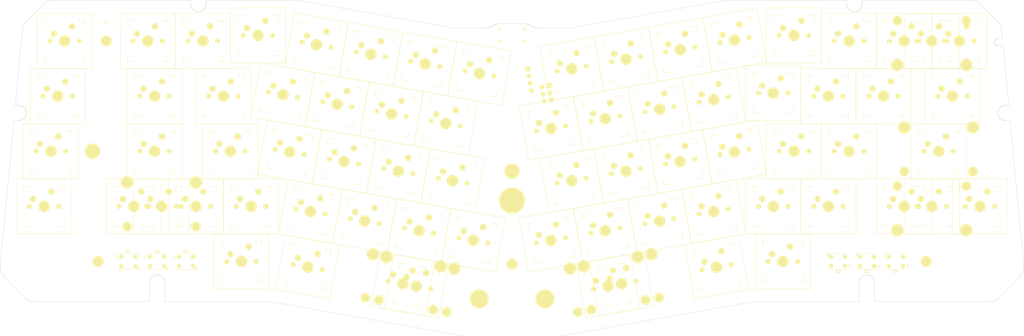
<source format=kicad_pcb>
(kicad_pcb (version 4) (host Gerbview "5.1.7-a382d34a8~87~ubuntu16.04.1")
  (layers (0 F.Cu signal) (31 B.Cu signal) (34 B.Paste user) (35 F.Paste user) (36 B.SilkS user) (37 F.SilkS user) (38 B.Mask user) (39 F.Mask user) (44 Edge.Cuts user))
  (gr_line (start 70.35429000000001 109.62366) (end 70.31043 109.57645) (layer Edge.Cuts) (width 0.1))
  (gr_line (start 66.06461 110.20622) (end 66.03636 110.2641) (layer Edge.Cuts) (width 0.1))
  (gr_line (start 312.57509 109.01352) (end 312.51721 109.04177) (layer Edge.Cuts) (width 0.1))
  (gr_line (start 358.09398 29.24083) (end 358.11496 29.26149) (layer Edge.Cuts) (width 0.1))
  (gr_line (start 82.45054 17.82384) (end 82.5147 17.82936) (layer Edge.Cuts) (width 0.1))
  (gr_line (start 84.73694999999999 16.87676) (end 84.77719999999999 16.82648) (layer Edge.Cuts) (width 0.1))
  (gr_line (start 30.68156 14.24045) (end 30.7944 14.19208) (layer Edge.Cuts) (width 0.1))
  (gr_line (start 67.52502 108.91491) (end 67.46463 108.93735) (layer Edge.Cuts) (width 0.1))
  (gr_line (start 316.25867 110.81129) (end 316.24378 110.74861) (layer Edge.Cuts) (width 0.1))
  (gr_line (start 358.3502 29.4377) (end 358.37594 29.45203) (layer Edge.Cuts) (width 0.1))
  (gr_line (start 82.0077 17.74138) (end 82.06999 17.7578) (layer Edge.Cuts) (width 0.1))
  (gr_line (start 311.13625 110.81129) (end 311.1229 110.87436) (layer Edge.Cuts) (width 0.1))
  (gr_line (start 21.54687 50.38629) (end 21.48702 50.36236) (layer Edge.Cuts) (width 0.1))
  (gr_line (start 80.49009 16.61582) (end 80.52522999999999 16.66985) (layer Edge.Cuts) (width 0.1))
  (gr_line (start 23.11688 53.32359) (end 23.12867 53.26022) (layer Edge.Cuts) (width 0.1))
  (gr_line (start 80.13330000000001 15.72359) (end 80.14664999999999 15.78665) (layer Edge.Cuts) (width 0.1))
  (gr_line (start 25.87436 117.97057) (end 25.75171 117.96605) (layer Edge.Cuts) (width 0.1))
  (gr_line (start 360.31557 24.25051) (end 360.57693 27.03828) (layer Edge.Cuts) (width 0.1))
  (gr_line (start 66.5993 109.48529) (end 66.55316000000001 109.53031) (layer Edge.Cuts) (width 0.1))
  (gr_line (start 184.10666 22.93634) (end 184.16726 22.89807) (layer Edge.Cuts) (width 0.1))
  (gr_line (start 356.72602 117.93448) (end 356.6041 117.948) (layer Edge.Cuts) (width 0.1))
  (gr_line (start 82.77227000000001 17.83568) (end 82.83665999999999 17.83331) (layer Edge.Cuts) (width 0.1))
  (gr_line (start 316.32246 117.97208) (end 316.32246 117.97208) (layer Edge.Cuts) (width 0.1))
  (gr_line (start 80.13330000000001 15.72359) (end 80.13330000000001 15.72359) (layer Edge.Cuts) (width 0.1))
  (gr_line (start 23.15466 53.06877) (end 23.16019 53.00461) (layer Edge.Cuts) (width 0.1))
  (gr_line (start 21.05444 55.38604) (end 21.05444 55.38604) (layer Edge.Cuts) (width 0.1))
  (gr_line (start 357.77452 28.6538) (end 357.78119 28.68248) (layer Edge.Cuts) (width 0.1))
  (gr_line (start 22.9675 51.80693) (end 22.9675 51.80693) (layer Edge.Cuts) (width 0.1))
  (gr_line (start 23.19016 21.25973) (end 23.26577 21.18246) (layer Edge.Cuts) (width 0.1))
  (gr_line (start 83.15654000000001 17.79784) (end 83.21991 17.78604) (layer Edge.Cuts) (width 0.1))
  (gr_line (start 81.94584999999999 17.72344) (end 82.0077 17.74138) (layer Edge.Cuts) (width 0.1))
  (gr_line (start 23.03483 53.63487) (end 23.05428 53.57347) (layer Edge.Cuts) (width 0.1))
  (gr_line (start 22.58981 22.02293) (end 22.64904 21.93254) (layer Edge.Cuts) (width 0.1))
  (gr_line (start 66.55316000000001 109.53031) (end 66.50815 109.57645) (layer Edge.Cuts) (width 0.1))
  (gr_line (start 22.79389 51.46199) (end 22.76009 51.40714) (layer Edge.Cuts) (width 0.1))
  (gr_line (start 25.02166 117.876) (end 25.02166 117.876) (layer Edge.Cuts) (width 0.1))
  (gr_line (start 315.88007 109.92811) (end 315.88007 109.92811) (layer Edge.Cuts) (width 0.1))
  (gr_line (start 316.12264 110.38192) (end 316.12264 110.38192) (layer Edge.Cuts) (width 0.1))
  (gr_line (start 357.7984 117.67983) (end 357.68238 117.71973) (layer Edge.Cuts) (width 0.1))
  (gr_line (start 315.88007 109.92811) (end 315.8436 109.87495) (layer Edge.Cuts) (width 0.1))
  (gr_line (start 359.19021 116.91378) (end 359.09257 116.98807) (layer Edge.Cuts) (width 0.1))
  (gr_line (start 80.63844 16.82648) (end 80.67868 16.87676) (layer Edge.Cuts) (width 0.1))
  (gr_line (start 22.61173 51.19647) (end 22.57149 51.14619) (layer Edge.Cuts) (width 0.1))
  (gr_line (start 80.1026 15.53278) (end 80.11127 15.59661) (layer Edge.Cuts) (width 0.1))
  (gr_line (start 80.45629 16.56096) (end 80.49009 16.61582) (layer Edge.Cuts) (width 0.1))
  (gr_line (start 308.60827 17.704) (end 308.66966 17.72345) (layer Edge.Cuts) (width 0.1))
  (gr_line (start 197.6681 22.70081) (end 197.6681 22.70081) (layer Edge.Cuts) (width 0.1))
  (gr_line (start 315.55361 109.53032) (end 315.50748 109.4853) (layer Edge.Cuts) (width 0.1))
  (gr_line (start 358.52008 27.27474) (end 358.4927 27.28554) (layer Edge.Cuts) (width 0.1))
  (gr_line (start 81.24948000000001 17.39408) (end 81.24948000000001 17.39408) (layer Edge.Cuts) (width 0.1))
  (gr_line (start 310.37635 17.6606) (end 310.4362 17.63666) (layer Edge.Cuts) (width 0.1))
  (gr_line (start 314.20957 108.81191) (end 314.20957 108.81191) (layer Edge.Cuts) (width 0.1))
  (gr_line (start 360.34966 50.49644) (end 360.29324 50.52749) (layer Edge.Cuts) (width 0.1))
  (gr_line (start 80.28265 16.21602) (end 80.28265 16.21602) (layer Edge.Cuts) (width 0.1))
  (gr_line (start 308.48696 17.6606) (end 308.54736 17.68304) (layer Edge.Cuts) (width 0.1))
  (gr_line (start 316.20943 110.62447) (end 316.18998 110.56308) (layer Edge.Cuts) (width 0.1))
  (gr_line (start 312.99731 108.85657) (end 312.93546 108.8745) (layer Edge.Cuts) (width 0.1))
  (gr_line (start 196.92899 22.26511) (end 196.99442 22.29434) (layer Edge.Cuts) (width 0.1))
  (gr_line (start 358.38588 27.33544) (end 358.38588 27.33544) (layer Edge.Cuts) (width 0.1))
  (gr_line (start 69.41382 108.96129) (end 69.35396 108.93735) (layer Edge.Cuts) (width 0.1))
  (gr_line (start 80.14664999999999 15.78665) (end 80.16153 15.84934) (layer Edge.Cuts) (width 0.1))
  (gr_line (start 69.64668 109.07143) (end 69.58951 109.04177) (layer Edge.Cuts) (width 0.1))
  (gr_line (start 68.47375 108.76226) (end 68.4093 108.76147) (layer Edge.Cuts) (width 0.1))
  (gr_line (start 366.6932 109.45329) (end 366.60017 109.55432) (layer Edge.Cuts) (width 0.1))
  (gr_line (start 171.02574 23.45817) (end 171.02574 23.45817) (layer Edge.Cuts) (width 0.1))
  (gr_line (start 21.9507 23.50482) (end 21.97805 23.40024) (layer Edge.Cuts) (width 0.1))
  (gr_line (start 199.20575 23.39888) (end 199.27639 23.41131) (layer Edge.Cuts) (width 0.1))
  (gr_line (start 85.21975 15.97347) (end 85.23769 15.91162) (layer Edge.Cuts) (width 0.1))
  (gr_line (start 359.55793 54.47676) (end 359.59939 54.52604) (layer Edge.Cuts) (width 0.1))
  (gr_line (start 22.72494 51.3531) (end 22.68848 51.29995) (layer Edge.Cuts) (width 0.1))
  (gr_line (start 24.90155 117.85057) (end 24.78215 117.82221) (layer Edge.Cuts) (width 0.1))
  (gr_line (start 358.14496 27.50342) (end 358.12331 27.52334) (layer Edge.Cuts) (width 0.1))
  (gr_line (start 314.58176 108.91491) (end 314.52085 108.89395) (layer Edge.Cuts) (width 0.1))
  (gr_line (start 21.36571 50.31896) (end 21.30432 50.29951) (layer Edge.Cuts) (width 0.1))
  (gr_line (start 358.03423 29.17589) (end 358.05361 29.19801) (layer Edge.Cuts) (width 0.1))
  (gr_line (start 198.2587 23.07687) (end 198.32292 23.10876) (layer Edge.Cuts) (width 0.1))
  (gr_line (start 21.60611 55.21126) (end 21.66469 55.18443) (layer Edge.Cuts) (width 0.1))
  (gr_line (start 85.30437999999999 15.59661) (end 85.31305 15.53278) (layer Edge.Cuts) (width 0.1))
  (gr_line (start 30.7944 14.19208) (end 30.7944 14.19208) (layer Edge.Cuts) (width 0.1))
  (gr_line (start 358.96208 52.81148) (end 358.96208 52.81148) (layer Edge.Cuts) (width 0.1))
  (gr_line (start 360.29324 55.09547) (end 360.34966 55.12652) (layer Edge.Cuts) (width 0.1))
  (gr_line (start 81.76315 17.66059) (end 81.82353999999999 17.68304) (layer Edge.Cuts) (width 0.1))
  (gr_line (start 311.6683 109.72119) (end 311.62806 109.77147) (layer Edge.Cuts) (width 0.1))
  (gr_line (start 197.49347 22.57488) (end 197.5525 22.61563) (layer Edge.Cuts) (width 0.1))
  (gr_line (start 69.75874 109.13491) (end 69.70309 109.10248) (layer Edge.Cuts) (width 0.1))
  (gr_line (start 70.98381999999999 110.87436) (end 70.98381999999999 110.87436) (layer Edge.Cuts) (width 0.1))
  (gr_line (start 360.12871 50.62887) (end 360.12871 50.62887) (layer Edge.Cuts) (width 0.1))
  (gr_line (start 363.23932 55.43648) (end 363.23932 55.43648) (layer Edge.Cuts) (width 0.1))
  (gr_line (start 311.15114 110.74861) (end 311.13625 110.81129) (layer Edge.Cuts) (width 0.1))
  (gr_line (start 352.87931 15.1902) (end 352.96719 15.27595) (layer Edge.Cuts) (width 0.1))
  (gr_line (start 14.84973 108.68066) (end 14.78094 108.56174) (layer Edge.Cuts) (width 0.1))
  (gr_line (start 357.75026 28.30251) (end 357.74832 28.3319) (layer Edge.Cuts) (width 0.1))
  (gr_line (start 85.02283 16.44889) (end 85.05249000000001 16.39173) (layer Edge.Cuts) (width 0.1))
  (gr_line (start 25.50704 117.948) (end 25.38512 117.93448) (layer Edge.Cuts) (width 0.1))
  (gr_line (start 312.05349 15.34032) (end 312.05587 15.27593) (layer Edge.Cuts) (width 0.1))
  (gr_line (start 20.54236 50.18647) (end 20.54236 50.18647) (layer Edge.Cuts) (width 0.1))
  (gr_line (start 359.87252 50.82379) (end 359.82427 50.86646) (layer Edge.Cuts) (width 0.1))
  (gr_line (start 309.68895 17.82384) (end 309.75296 17.81674) (layer Edge.Cuts) (width 0.1))
  (gr_line (start 65.81274000000001 111.00134) (end 65.80407 111.06517) (layer Edge.Cuts) (width 0.1))
  (gr_line (start 350.52723 13.93298) (end 350.64663 13.96134) (layer Edge.Cuts) (width 0.1))
  (gr_line (start 315.2612 109.27807) (end 315.20898 109.24033) (layer Edge.Cuts) (width 0.1))
  (gr_line (start 29.1723 15.27594) (end 29.26018 15.1902) (layer Edge.Cuts) (width 0.1))
  (gr_line (start 31.97427 13.86558) (end 32.09584 13.84907) (layer Edge.Cuts) (width 0.1))
  (gr_line (start 311.90322 16.09578) (end 311.92418 16.03487) (layer Edge.Cuts) (width 0.1))
  (gr_line (start 359.59939 54.52604) (end 359.64206 54.57429) (layer Edge.Cuts) (width 0.1))
  (gr_line (start 84.21932 17.35762) (end 84.27154 17.31987) (layer Edge.Cuts) (width 0.1))
  (gr_line (start 29.53588 14.94642) (end 29.63165 14.86977) (layer Edge.Cuts) (width 0.1))
  (gr_line (start 357.7999 28.04266) (end 357.79156 28.07092) (layer Edge.Cuts) (width 0.1))
  (gr_line (start 351.89611 14.46102) (end 352.00211 14.5228) (layer Edge.Cuts) (width 0.1))
  (gr_line (start 311.62806 109.77147) (end 311.58906 109.82273) (layer Edge.Cuts) (width 0.1))
  (gr_line (start 358.68904 27.22435) (end 358.66039 27.23102) (layer Edge.Cuts) (width 0.1))
  (gr_line (start 14.59464 108.19445) (end 14.53933 108.06874) (layer Edge.Cuts) (width 0.1))
  (gr_line (start 357.98609 27.67705) (end 357.96873 27.70083) (layer Edge.Cuts) (width 0.1))
  (gr_line (start 313.12228 108.82526) (end 313.0596 108.84015) (layer Edge.Cuts) (width 0.1))
  (gr_line (start 306.80666 13.81148) (end 306.80666 15.21148) (layer Edge.Cuts) (width 0.1))
  (gr_line (start 359.76614 22.39639) (end 359.81529 22.49269) (layer Edge.Cuts) (width 0.1))
  (gr_line (start 20.99107 55.39784) (end 21.05444 55.38604) (layer Edge.Cuts) (width 0.1))
  (gr_line (start 358.96287 52.87593) (end 358.96524 52.94032) (layer Edge.Cuts) (width 0.1))
  (gr_line (start 22.10984 22.98871) (end 22.1483 22.88776) (layer Edge.Cuts) (width 0.1))
  (gr_line (start 307.48664 16.97429) (end 307.53049 17.0215) (layer Edge.Cuts) (width 0.1))
  (gr_line (start 359.4287 21.84298) (end 359.4287 21.84298) (layer Edge.Cuts) (width 0.1))
  (gr_line (start 21.48702 50.36236) (end 21.42662 50.33991) (layer Edge.Cuts) (width 0.1))
  (gr_line (start 182.76812 23.42229) (end 182.839 23.41131) (layer Edge.Cuts) (width 0.1))
  (gr_line (start 314.64215 108.93735) (end 314.58176 108.91491) (layer Edge.Cuts) (width 0.1))
  (gr_line (start 310.61191 17.55618) (end 310.66907 17.52652) (layer Edge.Cuts) (width 0.1))
  (gr_line (start 20.54236 55.43647) (end 20.60681 55.43568) (layer Edge.Cuts) (width 0.1))
  (gr_line (start 84.42234000000001 17.19917) (end 84.47059 17.1565) (layer Edge.Cuts) (width 0.1))
  (gr_line (start 82.38654 17.81674) (end 82.45054 17.82384) (layer Edge.Cuts) (width 0.1))
  (gr_line (start 367.75859 107.55187) (end 367.71738 107.68287) (layer Edge.Cuts) (width 0.1))
  (gr_line (start 22.71023 21.84342) (end 22.77333 21.75565) (layer Edge.Cuts) (width 0.1))
  (gr_line (start 67.58592 108.89395) (end 67.52502 108.91491) (layer Edge.Cuts) (width 0.1))
  (gr_line (start 183.32659 23.29427) (end 183.39473 23.27188) (layer Edge.Cuts) (width 0.1))
  (gr_line (start 84.32279 17.28087) (end 84.37307 17.24063) (layer Edge.Cuts) (width 0.1))
  (gr_line (start 310.4362 17.63666) (end 310.49545 17.61127) (layer Edge.Cuts) (width 0.1))
  (gr_line (start 358.89187 117.12943) (end 358.89187 117.12943) (layer Edge.Cuts) (width 0.1))
  (gr_line (start 358.02743 117.59148) (end 357.91343 117.63707) (layer Edge.Cuts) (width 0.1))
  (gr_line (start 67.28695999999999 109.01352) (end 67.22906999999999 109.04177) (layer Edge.Cuts) (width 0.1))
  (gr_line (start 311.18549 110.62447) (end 311.16755 110.68633) (layer Edge.Cuts) (width 0.1))
  (gr_line (start 309.8804 17.79784) (end 309.94377 17.78604) (layer Edge.Cuts) (width 0.1))
  (gr_line (start 69.81359 109.16871) (end 69.75874 109.13491) (layer Edge.Cuts) (width 0.1))
  (gr_line (start 184.62192 22.57488) (end 184.68174 22.53536) (layer Edge.Cuts) (width 0.1))
  (gr_line (start 315.68515 109.67192) (end 315.64248 109.62366) (layer Edge.Cuts) (width 0.1))
  (gr_line (start 359.21412 53.93385) (end 359.24238 53.99173) (layer Edge.Cuts) (width 0.1))
  (gr_line (start 359.00072 52.36274) (end 358.99049 52.42635) (layer Edge.Cuts) (width 0.1))
  (gr_line (start 85.33279 13.81148) (end 116.8302 13.81148) (layer Edge.Cuts) (width 0.1))
  (gr_line (start 81.09285 17.28087) (end 81.14411 17.31987) (layer Edge.Cuts) (width 0.1))
  (gr_line (start 359.97208 54.88087) (end 360.02334 54.91988) (layer Edge.Cuts) (width 0.1))
  (gr_line (start 356.6041 117.948) (end 356.48189 117.95853) (layer Edge.Cuts) (width 0.1))
  (gr_line (start 20.92746 55.40807) (end 20.99107 55.39784) (layer Edge.Cuts) (width 0.1))
  (gr_line (start 21.36571 55.30399) (end 21.42662 55.28304) (layer Edge.Cuts) (width 0.1))
  (gr_line (start 313.0596 108.84015) (end 312.99731 108.85657) (layer Edge.Cuts) (width 0.1))
  (gr_line (start 310.94318 17.35762) (end 310.9954 17.31988) (layer Edge.Cuts) (width 0.1))
  (gr_line (start 314.87771 109.04177) (end 314.81982 109.01352) (layer Edge.Cuts) (width 0.1))
  (gr_line (start 14.92181 108.79772) (end 14.84973 108.68066) (layer Edge.Cuts) (width 0.1))
  (gr_line (start 82.19574 17.78604) (end 82.25911000000001 17.79784) (layer Edge.Cuts) (width 0.1))
  (gr_line (start 65.98412999999999 110.38192) (end 65.98412999999999 110.38192) (layer Edge.Cuts) (width 0.1))
  (gr_line (start 307.92013 17.35762) (end 307.97329 17.39409) (layer Edge.Cuts) (width 0.1))
  (gr_line (start 22.99143 51.86678) (end 22.9675 51.80693) (layer Edge.Cuts) (width 0.1))
  (gr_line (start 22.27667 22.5901) (end 22.27667 22.5901) (layer Edge.Cuts) (width 0.1))
  (gr_line (start 23.16413 52.68263) (end 23.16019 52.61834) (layer Edge.Cuts) (width 0.1))
  (gr_line (start 24.19769 117.63706) (end 24.08368 117.59147) (layer Edge.Cuts) (width 0.1))
  (gr_line (start 15.1568 109.13623) (end 15.07542 109.02561) (layer Edge.Cuts) (width 0.1))
  (gr_line (start 185.31909 22.21068) (end 185.3863 22.1855) (layer Edge.Cuts) (width 0.1))
  (gr_line (start 315.1018 109.16871) (end 315.04694 109.13491) (layer Edge.Cuts) (width 0.1))
  (gr_line (start 360.80095 29.4278) (end 362.74712 50.18648) (layer Edge.Cuts) (width 0.1))
  (gr_line (start 311.51485 109.9281) (end 311.51485 109.9281) (layer Edge.Cuts) (width 0.1))
  (gr_line (start 312.04954 15.40461) (end 312.05349 15.34032) (layer Edge.Cuts) (width 0.1))
  (gr_line (start 359.86235 22.59006) (end 359.90731 22.68843) (layer Edge.Cuts) (width 0.1))
  (gr_line (start 358.87293 21.18169) (end 358.94858 21.25899) (layer Edge.Cuts) (width 0.1))
  (gr_line (start 68.4093 108.76147) (end 68.34484999999999 108.76226) (layer Edge.Cuts) (width 0.1))
  (gr_line (start 21.66469 55.18443) (end 21.72257 55.15618) (layer Edge.Cuts) (width 0.1))
  (gr_line (start 84.60896 17.0215) (end 84.65282000000001 16.97429) (layer Edge.Cuts) (width 0.1))
  (gr_line (start 367.88696 107.01828) (end 367.86038 107.15296) (layer Edge.Cuts) (width 0.1))
  (gr_line (start 15.60763 109.65365) (end 15.51177 109.55513) (layer Edge.Cuts) (width 0.1))
  (gr_line (start 19.38311 50.18647) (end 21.82327 24.24966) (layer Edge.Cuts) (width 0.1))
  (gr_line (start 198.78881 23.29427) (end 198.85737 23.31526) (layer Edge.Cuts) (width 0.1))
  (gr_line (start 186.58082 21.97536) (end 195.53457 21.97536) (layer Edge.Cuts) (width 0.1))
  (gr_line (start 352.10659 14.58718) (end 352.20951 14.65413) (layer Edge.Cuts) (width 0.1))
  (gr_line (start 357.74832 28.3319) (end 357.7471 28.36132) (layer Edge.Cuts) (width 0.1))
  (gr_line (start 357.74943 28.47903) (end 357.75182 28.5084) (layer Edge.Cuts) (width 0.1))
  (gr_line (start 358.02256 27.63077) (end 358.02256 27.63077) (layer Edge.Cuts) (width 0.1))
  (gr_line (start 32.70785 13.81148) (end 80.08284999999999 13.81148) (layer Edge.Cuts) (width 0.1))
  (gr_line (start 20.60681 50.18727) (end 20.54236 50.18647) (layer Edge.Cuts) (width 0.1))
  (gr_line (start 29.1723 15.27594) (end 29.1723 15.27594) (layer Edge.Cuts) (width 0.1))
  (gr_line (start 313.18535 108.81191) (end 313.18535 108.81191) (layer Edge.Cuts) (width 0.1))
  (gr_line (start 358.87293 21.18169) (end 358.87293 21.18169) (layer Edge.Cuts) (width 0.1))
  (gr_line (start 358.74684 27.21313) (end 358.71786 27.21839) (layer Edge.Cuts) (width 0.1))
  (gr_line (start 20.67119 50.18964) (end 20.60681 50.18727) (layer Edge.Cuts) (width 0.1))
  (gr_line (start 356.8476 117.91797) (end 356.72602 117.93448) (layer Edge.Cuts) (width 0.1))
  (gr_line (start 360.57693 27.03828) (end 358.83457 27.20163) (layer Edge.Cuts) (width 0.1))
  (gr_line (start 311.80461 16.33385) (end 311.83145 16.27527) (layer Edge.Cuts) (width 0.1))
  (gr_line (start 185.3863 22.1855) (end 185.45407 22.16168) (layer Edge.Cuts) (width 0.1))
  (gr_line (start 359.56167 116.59335) (end 359.47176 116.67688) (layer Edge.Cuts) (width 0.1))
  (gr_line (start 82.5147 17.82936) (end 82.57899 17.83331) (layer Edge.Cuts) (width 0.1))
  (gr_line (start 359.36932 54.21582) (end 359.40447 54.26985) (layer Edge.Cuts) (width 0.1))
  (gr_line (start 84.56393 17.06763) (end 84.60896 17.0215) (layer Edge.Cuts) (width 0.1))
  (gr_line (start 307.81665 17.28087) (end 307.86791 17.31988) (layer Edge.Cuts) (width 0.1))
  (gr_line (start 65.79697 111.12918) (end 65.79145 111.19334) (layer Edge.Cuts) (width 0.1))
  (gr_line (start 22.65073 54.37522) (end 22.68848 54.323) (layer Edge.Cuts) (width 0.1))
  (gr_line (start 21.82327 24.24966) (end 21.83456 24.14215) (layer Edge.Cuts) (width 0.1))
  (gr_line (start 20.79963 55.42384) (end 20.86364 55.41674) (layer Edge.Cuts) (width 0.1))
  (gr_line (start 171.02574 23.45817) (end 182.26797 23.4582) (layer Edge.Cuts) (width 0.1))
  (gr_line (start 66.26318999999999 109.87495) (end 66.22671 109.9281) (layer Edge.Cuts) (width 0.1))
  (gr_line (start 70.26541 109.53032) (end 70.26541 109.53032) (layer Edge.Cuts) (width 0.1))
  (gr_line (start 360.23759 50.55992) (end 360.18274 50.59372) (layer Edge.Cuts) (width 0.1))
  (gr_line (start 32.70785 13.81148) (end 32.70785 13.81148) (layer Edge.Cuts) (width 0.1))
  (gr_line (start 68.53813 108.76464) (end 68.47375 108.76226) (layer Edge.Cuts) (width 0.1))
  (gr_line (start 357.7633 28.596) (end 357.76855 28.62497) (layer Edge.Cuts) (width 0.1))
  (gr_line (start 358.98182 52.49017) (end 358.97472 52.55418) (layer Edge.Cuts) (width 0.1))
  (gr_line (start 306.87045 15.78665) (end 306.88534 15.84934) (layer Edge.Cuts) (width 0.1))
  (gr_line (start 22.25688 50.82378) (end 22.2076 50.78232) (layer Edge.Cuts) (width 0.1))
  (gr_line (start 23.26577 21.18246) (end 29.1723 15.27594) (layer Edge.Cuts) (width 0.1))
  (gr_line (start 84.77719999999999 16.82648) (end 84.81619999999999 16.77522) (layer Edge.Cuts) (width 0.1))
  (gr_line (start 358.48216 29.50288) (end 358.50945 29.51394) (layer Edge.Cuts) (width 0.1))
  (gr_line (start 358.14028 117.54311) (end 358.02743 117.59148) (layer Edge.Cuts) (width 0.1))
  (gr_line (start 22.68848 51.29995) (end 22.65073 51.24773) (layer Edge.Cuts) (width 0.1))
  (gr_line (start 307.24905 16.66985) (end 307.28552 16.723) (layer Edge.Cuts) (width 0.1))
  (gr_line (start 358.02743 117.59148) (end 358.02743 117.59148) (layer Edge.Cuts) (width 0.1))
  (gr_line (start 22.46158 116.5076) (end 15.60763 109.65365) (layer Edge.Cuts) (width 0.1))
  (gr_line (start 196.66133 22.16168) (end 196.66133 22.16168) (layer Edge.Cuts) (width 0.1))
  (gr_line (start 308.13782 17.49547) (end 308.19424 17.52652) (layer Edge.Cuts) (width 0.1))
  (gr_line (start 358.60364 27.24644) (end 358.57556 27.25519) (layer Edge.Cuts) (width 0.1))
  (gr_line (start 349.92174 13.83556) (end 350.04366 13.84908) (layer Edge.Cuts) (width 0.1))
  (gr_line (start 198.51926 23.19642) (end 198.58586 23.22294) (layer Edge.Cuts) (width 0.1))
  (gr_line (start 85.10757 16.27527) (end 85.13296 16.21602) (layer Edge.Cuts) (width 0.1))
  (gr_line (start 359.64206 54.57429) (end 359.68591 54.6215) (layer Edge.Cuts) (width 0.1))
  (gr_line (start 357.20959 117.85057) (end 357.08947 117.876) (layer Edge.Cuts) (width 0.1))
  (gr_line (start 360.1883 23.50528) (end 360.21337 23.61045) (layer Edge.Cuts) (width 0.1))
  (gr_line (start 360.58254 50.3863) (end 360.58254 50.3863) (layer Edge.Cuts) (width 0.1))
  (gr_line (start 367.18994 108.79722) (end 367.1147 108.9122) (layer Edge.Cuts) (width 0.1))
  (gr_line (start 21.94664 50.59371) (end 21.8918 50.55992) (layer Edge.Cuts) (width 0.1))
  (gr_line (start 197.71388 22.73275) (end 197.77118 22.77588) (layer Edge.Cuts) (width 0.1))
  (gr_line (start 199.63244 23.4516) (end 199.70404 23.45528) (layer Edge.Cuts) (width 0.1))
  (gr_line (start 66.19156 109.98213) (end 66.15776 110.03698) (layer Edge.Cuts) (width 0.1))
  (gr_line (start 186.29411 21.98712) (end 186.43726 21.9783) (layer Edge.Cuts) (width 0.1))
  (gr_line (start 358.99982 29.59521) (end 359.02922 29.59354) (layer Edge.Cuts) (width 0.1))
  (gr_line (start 359.04076 52.17362) (end 359.02587 52.23631) (layer Edge.Cuts) (width 0.1))
  (gr_line (start 23.10353 53.38665) (end 23.11688 53.32359) (layer Edge.Cuts) (width 0.1))
  (gr_line (start 23.16729 52.81147) (end 23.16729 52.81147) (layer Edge.Cuts) (width 0.1))
  (gr_line (start 65.93774999999999 110.50217) (end 65.91679000000001 110.56308) (layer Edge.Cuts) (width 0.1))
  (gr_line (start 311.92418 16.03487) (end 311.94363 15.97348) (layer Edge.Cuts) (width 0.1))
  (gr_line (start 359.9218 50.78233) (end 359.87252 50.82379) (layer Edge.Cuts) (width 0.1))
  (gr_line (start 68.92138 108.81191) (end 68.85800999999999 108.80011) (layer Edge.Cuts) (width 0.1))
  (gr_line (start 198.99567 23.35299) (end 199.06537 23.36972) (layer Edge.Cuts) (width 0.1))
  (gr_line (start 183.52954 23.22294) (end 183.59614 23.19642) (layer Edge.Cuts) (width 0.1))
  (gr_line (start 367.39621 108.44067) (end 367.33076 108.56134) (layer Edge.Cuts) (width 0.1))
  (gr_line (start 265.2851 13.81148) (end 265.2851 13.81148) (layer Edge.Cuts) (width 0.1))
  (gr_line (start 83.83016000000001 17.58443) (end 83.88805000000001 17.55618) (layer Edge.Cuts) (width 0.1))
  (gr_line (start 66.22671 109.9281) (end 66.19156 109.98213) (layer Edge.Cuts) (width 0.1))
  (gr_line (start 357.93579 27.74963) (end 357.92023 27.77463) (layer Edge.Cuts) (width 0.1))
  (gr_line (start 84.89041 16.66985) (end 84.89041 16.66985) (layer Edge.Cuts) (width 0.1))
  (gr_line (start 358.54771 27.26463) (end 358.52008 27.27474) (layer Edge.Cuts) (width 0.1))
  (gr_line (start 274.84722 117.97207) (end 274.84722 117.97207) (layer Edge.Cuts) (width 0.1))
  (gr_line (start 22.85737 51.57406) (end 22.82632 51.51764) (layer Edge.Cuts) (width 0.1))
  (gr_line (start 358.83457 27.20163) (end 358.80521 27.20475) (layer Edge.Cuts) (width 0.1))
  (gr_line (start 359.23376 21.58379) (end 359.30059 21.66875) (layer Edge.Cuts) (width 0.1))
  (gr_line (start 360.58254 50.3863) (end 360.52329 50.41169) (layer Edge.Cuts) (width 0.1))
  (gr_line (start 311.1229 110.87436) (end 311.1111 110.93756) (layer Edge.Cuts) (width 0.1))
  (gr_line (start 306.93914 16.03487) (end 306.96009 16.09578) (layer Edge.Cuts) (width 0.1))
  (gr_line (start 358.99049 52.42635) (end 358.98182 52.49017) (layer Edge.Cuts) (width 0.1))
  (gr_line (start 183.11972 23.35299) (end 183.18906 23.33483) (layer Edge.Cuts) (width 0.1))
  (gr_line (start 312.05666 15.21148) (end 312.05666 15.21148) (layer Edge.Cuts) (width 0.1))
  (gr_line (start 196.24641 22.0485) (end 196.38609 22.08051) (layer Edge.Cuts) (width 0.1))
  (gr_line (start 357.88563 28.95709) (end 357.89975 28.98303) (layer Edge.Cuts) (width 0.1))
  (gr_line (start 367.18994 108.79722) (end 367.18994 108.79722) (layer Edge.Cuts) (width 0.1))
  (gr_line (start 366.50435 109.65281) (end 366.50435 109.65281) (layer Edge.Cuts) (width 0.1))
  (gr_line (start 308.66966 17.72345) (end 308.73151 17.74138) (layer Edge.Cuts) (width 0.1))
  (gr_line (start 359.55793 51.14619) (end 359.51769 51.19647) (layer Edge.Cuts) (width 0.1))
  (gr_line (start 83.71234 17.63666) (end 83.71234 17.63666) (layer Edge.Cuts) (width 0.1))
  (gr_line (start 311.94363 15.97348) (end 311.96156 15.91162) (layer Edge.Cuts) (width 0.1))
  (gr_line (start 315.15583 109.20386) (end 315.1018 109.16871) (layer Edge.Cuts) (width 0.1))
  (gr_line (start 360.70278 50.33991) (end 360.64239 50.36236) (layer Edge.Cuts) (width 0.1))
  (gr_line (start 316.29405 111) (end 316.28382 110.93756) (layer Edge.Cuts) (width 0.1))
  (gr_line (start 25.02166 117.876) (end 24.90155 117.85057) (layer Edge.Cuts) (width 0.1))
  (gr_line (start 306.81377 15.40461) (end 306.8193 15.46877) (layer Edge.Cuts) (width 0.1))
  (gr_line (start 312.04402 15.46877) (end 312.04954 15.40461) (layer Edge.Cuts) (width 0.1))
  (gr_line (start 360.27484 23.92876) (end 360.29073 24.03568) (layer Edge.Cuts) (width 0.1))
  (gr_line (start 360.94922 55.3578) (end 361.01191 55.37269) (layer Edge.Cuts) (width 0.1))
  (gr_line (start 359.05717 53.51162) (end 359.07511 53.57348) (layer Edge.Cuts) (width 0.1))
  (gr_line (start 360.21337 23.61045) (end 360.23615 23.71611) (layer Edge.Cuts) (width 0.1))
  (gr_line (start 196.1056 22.02225) (end 196.24641 22.0485) (layer Edge.Cuts) (width 0.1))
  (gr_line (start 358.35995 27.34956) (end 358.33439 27.3643) (layer Edge.Cuts) (width 0.1))
  (gr_line (start 18.88919 55.43647) (end 18.88919 55.43647) (layer Edge.Cuts) (width 0.1))
  (gr_line (start 314.99129 109.10248) (end 314.93487 109.07143) (layer Edge.Cuts) (width 0.1))
  (gr_line (start 307.24905 16.66985) (end 307.24905 16.66985) (layer Edge.Cuts) (width 0.1))
  (gr_line (start 352.00211 14.5228) (end 352.10659 14.58718) (layer Edge.Cuts) (width 0.1))
  (gr_line (start 199.1354 23.38502) (end 199.20575 23.39888) (layer Edge.Cuts) (width 0.1))
  (gr_line (start 22.57149 51.14619) (end 22.53002 51.09691) (layer Edge.Cuts) (width 0.1))
  (gr_line (start 174.4855 129.91877) (end 107.3684 117.97207) (layer Edge.Cuts) (width 0.1))
  (gr_line (start 22.64904 21.93254) (end 22.71023 21.84342) (layer Edge.Cuts) (width 0.1))
  (gr_line (start 80.25873 16.15617) (end 80.28265 16.21602) (layer Edge.Cuts) (width 0.1))
  (gr_line (start 311.96156 15.91162) (end 311.97798 15.84934) (layer Edge.Cuts) (width 0.1))
  (gr_line (start 358.77596 27.20859) (end 358.74684 27.21313) (layer Edge.Cuts) (width 0.1))
  (gr_line (start 22.48735 51.04866) (end 22.44349 51.00145) (layer Edge.Cuts) (width 0.1))
  (gr_line (start 359.82427 54.7565) (end 359.87252 54.79917) (layer Edge.Cuts) (width 0.1))
  (gr_line (start 311.9829 109.39878) (end 311.93464 109.44145) (layer Edge.Cuts) (width 0.1))
  (gr_line (start 21.86409 23.92808) (end 21.88231 23.8216) (layer Edge.Cuts) (width 0.1))
  (gr_line (start 313.18535 108.81191) (end 313.12228 108.82526) (layer Edge.Cuts) (width 0.1))
  (gr_line (start 316.18998 110.56308) (end 316.16902 110.50217) (layer Edge.Cuts) (width 0.1))
  (gr_line (start 360.40683 50.46678) (end 360.34966 50.49644) (layer Edge.Cuts) (width 0.1))
  (gr_line (start 316.27202 110.87436) (end 316.27202 110.87436) (layer Edge.Cuts) (width 0.1))
  (gr_line (start 23.01388 53.69577) (end 23.03483 53.63487) (layer Edge.Cuts) (width 0.1))
  (gr_line (start 85.28234999999999 15.72359) (end 85.29414 15.66022) (layer Edge.Cuts) (width 0.1))
  (gr_line (start 360.76369 50.31896) (end 360.70278 50.33991) (layer Edge.Cuts) (width 0.1))
  (gr_line (start 182.69705 23.4318) (end 182.76812 23.42229) (layer Edge.Cuts) (width 0.1))
  (gr_line (start 80.23629 16.09578) (end 80.25873 16.15617) (layer Edge.Cuts) (width 0.1))
  (gr_line (start 358.16709 27.48404) (end 358.14496 27.50342) (layer Edge.Cuts) (width 0.1))
  (gr_line (start 67.17191 109.07143) (end 67.11548000000001 109.10248) (layer Edge.Cuts) (width 0.1))
  (gr_line (start 311.07562 111.22136) (end 311.07325 111.26443) (layer Edge.Cuts) (width 0.1))
  (gr_line (start 22.42408 22.30139) (end 22.47731 22.20739) (layer Edge.Cuts) (width 0.1))
  (gr_line (start 312.05666 15.21148) (end 312.05666 13.81148) (layer Edge.Cuts) (width 0.1))
  (gr_line (start 357.7999 28.04266) (end 357.7999 28.04266) (layer Edge.Cuts) (width 0.1))
  (gr_line (start 198.19513 23.04366) (end 198.2587 23.07687) (layer Edge.Cuts) (width 0.1))
  (gr_line (start 24.78215 117.82221) (end 24.66352 117.79094) (layer Edge.Cuts) (width 0.1))
  (gr_line (start 316.27202 110.87436) (end 316.25867 110.81129) (layer Edge.Cuts) (width 0.1))
  (gr_line (start 361.07497 50.23692) (end 361.07497 50.23692) (layer Edge.Cuts) (width 0.1))
  (gr_line (start 367.1147 108.9122) (end 367.03638 109.02501) (layer Edge.Cuts) (width 0.1))
  (gr_line (start 361.26124 55.41674) (end 361.31904 55.42384) (layer Edge.Cuts) (width 0.1))
  (gr_line (start 361.46503 55.43569) (end 361.50111 55.43648) (layer Edge.Cuts) (width 0.1))
  (gr_line (start 360.88693 50.28157) (end 360.82508 50.29951) (layer Edge.Cuts) (width 0.1))
  (gr_line (start 311.8413 109.53031) (end 311.8413 109.53031) (layer Edge.Cuts) (width 0.1))
  (gr_line (start 358.82336 29.59005) (end 358.8527 29.59271) (layer Edge.Cuts) (width 0.1))
  (gr_line (start 358.96208 52.81148) (end 358.96287 52.87593) (layer Edge.Cuts) (width 0.1))
  (gr_line (start 358.82336 29.59005) (end 358.82336 29.59005) (layer Edge.Cuts) (width 0.1))
  (gr_line (start 312.13372 109.27807) (end 312.08246 109.31708) (layer Edge.Cuts) (width 0.1))
  (gr_line (start 22.35234 50.9103) (end 22.30514 50.86645) (layer Edge.Cuts) (width 0.1))
  (gr_line (start 312.87407 108.89395) (end 312.81316 108.91491) (layer Edge.Cuts) (width 0.1))
  (gr_line (start 21.83456 24.14215) (end 21.84817 24.03494) (layer Edge.Cuts) (width 0.1))
  (gr_line (start 361.50111 55.43648) (end 363.23932 55.43648) (layer Edge.Cuts) (width 0.1))
  (gr_line (start 361.20061 50.21489) (end 361.13817 50.22512) (layer Edge.Cuts) (width 0.1))
  (gr_line (start 21.66469 50.43852) (end 21.60611 50.41169) (layer Edge.Cuts) (width 0.1))
  (gr_line (start 367.67257 107.81277) (end 367.6242 107.94139) (layer Edge.Cuts) (width 0.1))
  (gr_line (start 312.18593 109.24033) (end 312.13372 109.27807) (layer Edge.Cuts) (width 0.1))
  (gr_line (start 359.1619 51.80694) (end 359.1619 51.80694) (layer Edge.Cuts) (width 0.1))
  (gr_line (start 357.81485 28.79537) (end 357.82498 28.82301) (layer Edge.Cuts) (width 0.1))
  (gr_line (start 80.42385 16.50531) (end 80.45629 16.56096) (layer Edge.Cuts) (width 0.1))
  (gr_line (start 360.07555 54.95762) (end 360.12871 54.99409) (layer Edge.Cuts) (width 0.1))
  (gr_line (start 306.8453 15.66022) (end 306.8571 15.72359) (layer Edge.Cuts) (width 0.1))
  (gr_line (start 361.50111 55.43648) (end 361.50111 55.43648) (layer Edge.Cuts) (width 0.1))
  (gr_line (start 311.09694 17.24063) (end 311.14622 17.19917) (layer Edge.Cuts) (width 0.1))
  (gr_line (start 67.96055 108.80011) (end 67.89718000000001 108.81191) (layer Edge.Cuts) (width 0.1))
  (gr_line (start 358.36211 117.43818) (end 358.25186 117.492) (layer Edge.Cuts) (width 0.1))
  (gr_line (start 21.83615 55.09547) (end 21.8918 55.06303) (layer Edge.Cuts) (width 0.1))
  (gr_line (start 311.07246 117.97207) (end 274.84722 117.97207) (layer Edge.Cuts) (width 0.1))
  (gr_line (start 310.25505 17.704) (end 310.31596 17.68304) (layer Edge.Cuts) (width 0.1))
  (gr_line (start 359.60643 22.11426) (end 359.66169 22.20714) (layer Edge.Cuts) (width 0.1))
  (gr_line (start 311.04666 17.28087) (end 311.09694 17.24063) (layer Edge.Cuts) (width 0.1))
  (gr_line (start 82.70782 17.83648) (end 82.70782 17.83648) (layer Edge.Cuts) (width 0.1))
  (gr_line (start 197.18685 22.3899) (end 197.24964 22.42436) (layer Edge.Cuts) (width 0.1))
  (gr_line (start 70.47868 109.77147) (end 70.43843 109.72119) (layer Edge.Cuts) (width 0.1))
  (gr_line (start 21.72257 50.46677) (end 21.66469 50.43852) (layer Edge.Cuts) (width 0.1))
  (gr_line (start 30.1374 14.5228) (end 30.2434 14.46102) (layer Edge.Cuts) (width 0.1))
  (gr_line (start 309.94377 17.78604) (end 310.00683 17.77269) (layer Edge.Cuts) (width 0.1))
  (gr_line (start 22.9675 51.80693) (end 22.9421 51.74769) (layer Edge.Cuts) (width 0.1))
  (gr_line (start 22.35233 54.71265) (end 22.39846 54.66763) (layer Edge.Cuts) (width 0.1))
  (gr_line (start 85.08074000000001 16.33384) (end 85.10757 16.27527) (layer Edge.Cuts) (width 0.1))
  (gr_line (start 29.72929 14.79548) (end 29.82875 14.72359) (layer Edge.Cuts) (width 0.1))
  (gr_line (start 82.19574 17.78604) (end 82.19574 17.78604) (layer Edge.Cuts) (width 0.1))
  (gr_line (start 24.42875 117.71973) (end 24.31273 117.67982) (layer Edge.Cuts) (width 0.1))
  (gr_line (start 308.73151 17.74138) (end 308.7938 17.7578) (layer Edge.Cuts) (width 0.1))
  (gr_line (start 66.50815 109.57645) (end 66.46431 109.62365) (layer Edge.Cuts) (width 0.1))
  (gr_line (start 70.83444 110.38192) (end 70.80904 110.32268) (layer Edge.Cuts) (width 0.1))
  (gr_line (start 359.01252 53.32359) (end 359.02587 53.38665) (layer Edge.Cuts) (width 0.1))
  (gr_line (start 315.59863 109.57645) (end 315.55361 109.53032) (layer Edge.Cuts) (width 0.1))
  (gr_line (start 350.40711 13.90755) (end 350.40711 13.90755) (layer Edge.Cuts) (width 0.1))
  (gr_line (start 357.32899 117.82222) (end 357.20959 117.85057) (layer Edge.Cuts) (width 0.1))
  (gr_line (start 359.86235 22.59006) (end 359.86235 22.59006) (layer Edge.Cuts) (width 0.1))
  (gr_line (start 314.20957 108.81191) (end 314.1462 108.80011) (layer Edge.Cuts) (width 0.1))
  (gr_line (start 68.66658 108.77411) (end 68.60242 108.76859) (layer Edge.Cuts) (width 0.1))
  (gr_line (start 359.24238 51.63123) (end 359.21412 51.68911) (layer Edge.Cuts) (width 0.1))
  (gr_line (start 66.64651000000001 109.44145) (end 66.5993 109.48529) (layer Edge.Cuts) (width 0.1))
  (gr_line (start 83.09293 17.80807) (end 83.15654000000001 17.79784) (layer Edge.Cuts) (width 0.1))
  (gr_line (start 357.76855 28.62497) (end 357.77452 28.6538) (layer Edge.Cuts) (width 0.1))
  (gr_line (start 312.81316 108.91491) (end 312.75276 108.93735) (layer Edge.Cuts) (width 0.1))
  (gr_line (start 358.10215 27.54379) (end 358.08148 27.56477) (layer Edge.Cuts) (width 0.1))
  (gr_line (start 360.52329 55.21127) (end 360.58254 55.23666) (layer Edge.Cuts) (width 0.1))
  (gr_line (start 80.72015 16.92604) (end 80.76281 16.97429) (layer Edge.Cuts) (width 0.1))
  (gr_line (start 21.54687 50.38629) (end 21.54687 50.38629) (layer Edge.Cuts) (width 0.1))
  (gr_line (start 307.76637 17.24063) (end 307.81665 17.28087) (layer Edge.Cuts) (width 0.1))
  (gr_line (start 360.12871 54.99409) (end 360.12871 54.99409) (layer Edge.Cuts) (width 0.1))
  (gr_line (start 81.82353999999999 17.68304) (end 81.88445 17.70399) (layer Edge.Cuts) (width 0.1))
  (gr_line (start 14.18277 106.74643) (end 14.18277 106.74643) (layer Edge.Cuts) (width 0.1))
  (gr_line (start 23.04409 21.41899) (end 23.11625 21.33858) (layer Edge.Cuts) (width 0.1))
  (gr_line (start 312.05587 15.27593) (end 312.05666 15.21148) (layer Edge.Cuts) (width 0.1))
  (gr_line (start 361.07497 50.23692) (end 361.01191 50.25027) (layer Edge.Cuts) (width 0.1))
  (gr_line (start 68.73058 108.78121) (end 68.66658 108.77411) (layer Edge.Cuts) (width 0.1))
  (gr_line (start 357.96873 27.70083) (end 357.95196 27.72503) (layer Edge.Cuts) (width 0.1))
  (gr_line (start 66.00951999999999 110.32268) (end 65.98412999999999 110.38192) (layer Edge.Cuts) (width 0.1))
  (gr_line (start 359.4287 21.84298) (end 359.48991 21.93215) (layer Edge.Cuts) (width 0.1))
  (gr_line (start 14.25137 107.15276) (end 14.22479 107.01802) (layer Edge.Cuts) (width 0.1))
  (gr_line (start 70.12383 109.39878) (end 70.07456000000001 109.35732) (layer Edge.Cuts) (width 0.1))
  (gr_line (start 357.96232 29.08285) (end 357.97944 29.10677) (layer Edge.Cuts) (width 0.1))
  (gr_line (start 70.99562 110.93773) (end 70.98381999999999 110.87436) (layer Edge.Cuts) (width 0.1))
  (gr_line (start 69.23265000000001 108.89395) (end 69.17126 108.8745) (layer Edge.Cuts) (width 0.1))
  (gr_line (start 197.71388 22.73275) (end 197.71388 22.73275) (layer Edge.Cuts) (width 0.1))
  (gr_line (start 80.08996999999999 15.40461) (end 80.0955 15.46877) (layer Edge.Cuts) (width 0.1))
  (gr_line (start 359.04076 53.44934) (end 359.05717 53.51162) (layer Edge.Cuts) (width 0.1))
  (gr_line (start 196.72909 22.1855) (end 196.7963 22.21068) (layer Edge.Cuts) (width 0.1))
  (gr_line (start 357.82904 27.95926) (end 357.81865 27.98681) (layer Edge.Cuts) (width 0.1))
  (gr_line (start 81.64406 17.61126) (end 81.7033 17.63666) (layer Edge.Cuts) (width 0.1))
  (gr_line (start 314.27263 108.82526) (end 314.20957 108.81191) (layer Edge.Cuts) (width 0.1))
  (gr_line (start 358.11496 29.26149) (end 358.13645 29.28166) (layer Edge.Cuts) (width 0.1))
  (gr_line (start 22.25687 54.79917) (end 22.30512 54.7565) (layer Edge.Cuts) (width 0.1))
  (gr_line (start 183.46239 23.2481) (end 183.52954 23.22294) (layer Edge.Cuts) (width 0.1))
  (gr_line (start 80.21534 16.03487) (end 80.23629 16.09578) (layer Edge.Cuts) (width 0.1))
  (gr_line (start 311.35275 110.20622) (end 311.3245 110.2641) (layer Edge.Cuts) (width 0.1))
  (gr_line (start 361.20061 55.40807) (end 361.26124 55.41674) (layer Edge.Cuts) (width 0.1))
  (gr_line (start 66.12533000000001 110.09263) (end 66.09426999999999 110.14905) (layer Edge.Cuts) (width 0.1))
  (gr_line (start 315.46027 109.44145) (end 315.41202 109.39878) (layer Edge.Cuts) (width 0.1))
  (gr_line (start 357.08947 117.876) (end 357.08947 117.876) (layer Edge.Cuts) (width 0.1))
  (gr_line (start 313.24872 108.80011) (end 313.18535 108.81191) (layer Edge.Cuts) (width 0.1))
  (gr_line (start 198.19513 23.04366) (end 198.19513 23.04366) (layer Edge.Cuts) (width 0.1))
  (gr_line (start 69.973 109.27807) (end 69.92077999999999 109.24033) (layer Edge.Cuts) (width 0.1))
  (gr_line (start 357.80893 28.01461) (end 357.7999 28.04266) (layer Edge.Cuts) (width 0.1))
  (gr_line (start 70.26541 109.53032) (end 70.21928 109.4853) (layer Edge.Cuts) (width 0.1))
  (gr_line (start 311.07246 111.3005) (end 311.07246 111.3005) (layer Edge.Cuts) (width 0.1))
  (gr_line (start 25.14237 117.89847) (end 25.02166 117.876) (layer Edge.Cuts) (width 0.1))
  (gr_line (start 311.22589 110.50217) (end 311.20494 110.56308) (layer Edge.Cuts) (width 0.1))
  (gr_line (start 22.53002 54.52604) (end 22.57149 54.47676) (layer Edge.Cuts) (width 0.1))
  (gr_line (start 309.17436 17.82384) (end 309.23853 17.82936) (layer Edge.Cuts) (width 0.1))
  (gr_line (start 314.1462 108.80011) (end 314.08259 108.78988) (layer Edge.Cuts) (width 0.1))
  (gr_line (start 184.28606 22.81782) (end 184.34421 22.77588) (layer Edge.Cuts) (width 0.1))
  (gr_line (start 22.30514 50.86645) (end 22.25688 50.82378) (layer Edge.Cuts) (width 0.1))
  (gr_line (start 84.69549000000001 16.92604) (end 84.73694999999999 16.87676) (layer Edge.Cuts) (width 0.1))
  (gr_line (start 359.73092 50.95532) (end 359.73092 50.95532) (layer Edge.Cuts) (width 0.1))
  (gr_line (start 307.14767 16.50532) (end 307.1801 16.56097) (layer Edge.Cuts) (width 0.1))
  (gr_line (start 358.29982 29.40718) (end 358.32482 29.42275) (layer Edge.Cuts) (width 0.1))
  (gr_line (start 357.88563 28.95709) (end 357.88563 28.95709) (layer Edge.Cuts) (width 0.1))
  (gr_line (start 22.39846 54.66763) (end 22.39846 54.66763) (layer Edge.Cuts) (width 0.1))
  (gr_line (start 360.16095 23.40064) (end 360.1883 23.50528) (layer Edge.Cuts) (width 0.1))
  (gr_line (start 82.25911000000001 17.79784) (end 82.32272 17.80807) (layer Edge.Cuts) (width 0.1))
  (gr_line (start 360.25665 23.82223) (end 360.27484 23.92876) (layer Edge.Cuts) (width 0.1))
  (gr_line (start 24.66352 117.79094) (end 24.5457 117.75677) (layer Edge.Cuts) (width 0.1))
  (gr_line (start 316.32167 111.26443) (end 316.31929 111.22137) (layer Edge.Cuts) (width 0.1))
  (gr_line (start 360.29073 24.03568) (end 360.30431 24.14294) (layer Edge.Cuts) (width 0.1))
  (gr_line (start 313.76191 108.76226) (end 313.69746 108.76147) (layer Edge.Cuts) (width 0.1))
  (gr_line (start 360.94922 50.26516) (end 360.88693 50.28157) (layer Edge.Cuts) (width 0.1))
  (gr_line (start 307.0587 16.33385) (end 307.08695 16.39173) (layer Edge.Cuts) (width 0.1))
  (gr_line (start 81.52761 17.55618) (end 81.58548999999999 17.58443) (layer Edge.Cuts) (width 0.1))
  (gr_line (start 358.57556 27.25519) (end 358.54771 27.26463) (layer Edge.Cuts) (width 0.1))
  (gr_line (start 22.15731 54.88087) (end 22.20759 54.84063) (layer Edge.Cuts) (width 0.1))
  (gr_line (start 22.20759 54.84063) (end 22.25687 54.79917) (layer Edge.Cuts) (width 0.1))
  (gr_line (start 186.0098 22.02225) (end 186.15157 22.00178) (layer Edge.Cuts) (width 0.1))
  (gr_line (start 66.30094 109.82273) (end 66.26318999999999 109.87495) (layer Edge.Cuts) (width 0.1))
  (gr_line (start 68.7944 108.78988) (end 68.73058 108.78121) (layer Edge.Cuts) (width 0.1))
  (gr_line (start 306.83506 15.59661) (end 306.8453 15.66022) (layer Edge.Cuts) (width 0.1))
  (gr_line (start 315.8436 109.87495) (end 315.80585 109.82273) (layer Edge.Cuts) (width 0.1))
  (gr_line (start 70.51768 109.82273) (end 70.47868 109.77147) (layer Edge.Cuts) (width 0.1))
  (gr_line (start 358.25186 117.492) (end 358.14028 117.54311) (layer Edge.Cuts) (width 0.1))
  (gr_line (start 361.31904 50.19912) (end 361.26124 50.20622) (layer Edge.Cuts) (width 0.1))
  (gr_line (start 358.59285 29.54307) (end 358.62112 29.55141) (layer Edge.Cuts) (width 0.1))
  (gr_line (start 85.13296 16.21602) (end 85.15689999999999 16.15617) (layer Edge.Cuts) (width 0.1))
  (gr_line (start 310.836 17.42924) (end 310.89003 17.39409) (layer Edge.Cuts) (width 0.1))
  (gr_line (start 358.50945 29.51394) (end 358.537 29.52433) (layer Edge.Cuts) (width 0.1))
  (gr_line (start 22.82632 51.51764) (end 22.79389 51.46199) (layer Edge.Cuts) (width 0.1))
  (gr_line (start 357.44763 117.79095) (end 357.32899 117.82222) (layer Edge.Cuts) (width 0.1))
  (gr_line (start 358.27522 29.39101) (end 358.29982 29.40718) (layer Edge.Cuts) (width 0.1))
  (gr_line (start 15.3285 109.35052) (end 15.24118 109.24455) (layer Edge.Cuts) (width 0.1))
  (gr_line (start 311.1111 110.93756) (end 311.10086 111) (layer Edge.Cuts) (width 0.1))
  (gr_line (start 308.7938 17.7578) (end 308.85648 17.77269) (layer Edge.Cuts) (width 0.1))
  (gr_line (start 198.72067 23.27188) (end 198.78881 23.29427) (layer Edge.Cuts) (width 0.1))
  (gr_line (start 184.44729 22.70081) (end 184.44729 22.70081) (layer Edge.Cuts) (width 0.1))
  (gr_line (start 357.79663 28.73934) (end 357.79663 28.73934) (layer Edge.Cuts) (width 0.1))
  (gr_line (start 21.18019 55.3578) (end 21.24247 55.34138) (layer Edge.Cuts) (width 0.1))
  (gr_line (start 311.77636 16.39173) (end 311.80461 16.33385) (layer Edge.Cuts) (width 0.1))
  (gr_line (start 359.18729 53.87527) (end 359.21412 53.93385) (layer Edge.Cuts) (width 0.1))
  (gr_line (start 367.33076 108.56134) (end 367.26199 108.68022) (layer Edge.Cuts) (width 0.1))
  (gr_line (start 358.78895 117.19638) (end 358.68447 117.26076) (layer Edge.Cuts) (width 0.1))
  (gr_line (start 361.13817 55.39784) (end 361.20061 55.40807) (layer Edge.Cuts) (width 0.1))
  (gr_line (start 360.80095 29.4278) (end 360.80095 29.4278) (layer Edge.Cuts) (width 0.1))
  (gr_line (start 367.92903 106.74681) (end 367.90985 106.88287) (layer Edge.Cuts) (width 0.1))
  (gr_line (start 311.50105 16.82648) (end 311.54005 16.77522) (layer Edge.Cuts) (width 0.1))
  (gr_line (start 367.95638 106.47628) (end 367.94449 106.61062) (layer Edge.Cuts) (width 0.1))
  (gr_line (start 66.38018 109.72119) (end 66.33994 109.77147) (layer Edge.Cuts) (width 0.1))
  (gr_line (start 82.64337 17.83568) (end 82.70782 17.83648) (layer Edge.Cuts) (width 0.1))
  (gr_line (start 23.01388 51.92718) (end 22.99143 51.86678) (layer Edge.Cuts) (width 0.1))
  (gr_line (start 67.05983000000001 109.13491) (end 67.00498 109.16871) (layer Edge.Cuts) (width 0.1))
  (gr_line (start 14.78094 108.56174) (end 14.71548 108.44101) (layer Edge.Cuts) (width 0.1))
  (gr_line (start 85.31305 15.53278) (end 85.32015 15.46877) (layer Edge.Cuts) (width 0.1))
  (gr_line (start 85.25411 15.84934) (end 85.26900000000001 15.78665) (layer Edge.Cuts) (width 0.1))
  (gr_line (start 316.04216 110.20622) (end 316.0125 110.14906) (layer Edge.Cuts) (width 0.1))
  (gr_line (start 312.05666 13.81148) (end 312.05666 13.81148) (layer Edge.Cuts) (width 0.1))
  (gr_line (start 360.82508 50.29951) (end 360.76369 50.31896) (layer Edge.Cuts) (width 0.1))
  (gr_line (start 356.11402 117.97208) (end 316.32246 117.97208) (layer Edge.Cuts) (width 0.1))
  (gr_line (start 306.80666 15.21148) (end 306.80745 15.27593) (layer Edge.Cuts) (width 0.1))
  (gr_line (start 306.80745 15.27593) (end 306.80982 15.34032) (layer Edge.Cuts) (width 0.1))
  (gr_line (start 312.51721 109.04177) (end 312.46004 109.07143) (layer Edge.Cuts) (width 0.1))
  (gr_line (start 306.80666 13.81148) (end 306.80666 13.81148) (layer Edge.Cuts) (width 0.1))
  (gr_line (start 359.1619 53.81602) (end 359.1619 53.81602) (layer Edge.Cuts) (width 0.1))
  (gr_line (start 359.27204 54.0489) (end 359.30309 54.10532) (layer Edge.Cuts) (width 0.1))
  (gr_line (start 314.81982 109.01352) (end 314.76125 108.98668) (layer Edge.Cuts) (width 0.1))
  (gr_line (start 195.96383 22.00178) (end 196.1056 22.02225) (layer Edge.Cuts) (width 0.1))
  (gr_line (start 22.76009 51.40714) (end 22.72494 51.3531) (layer Edge.Cuts) (width 0.1))
  (gr_line (start 80.39279999999999 16.44889) (end 80.42385 16.50531) (layer Edge.Cuts) (width 0.1))
  (gr_line (start 306.8571 15.72359) (end 306.87045 15.78665) (layer Edge.Cuts) (width 0.1))
  (gr_line (start 21.30432 50.29951) (end 21.24247 50.28157) (layer Edge.Cuts) (width 0.1))
  (gr_line (start 311.8413 109.53031) (end 311.79628 109.57645) (layer Edge.Cuts) (width 0.1))
  (gr_line (start 311.07246 117.97207) (end 311.07246 117.97207) (layer Edge.Cuts) (width 0.1))
  (gr_line (start 367.67257 107.81277) (end 367.67257 107.81277) (layer Edge.Cuts) (width 0.1))
  (gr_line (start 182.97999 23.38502) (end 183.05002 23.36972) (layer Edge.Cuts) (width 0.1))
  (gr_line (start 307.40251 16.87676) (end 307.44397 16.92604) (layer Edge.Cuts) (width 0.1))
  (gr_line (start 30.90841 14.14649) (end 31.02345 14.10373) (layer Edge.Cuts) (width 0.1))
  (gr_line (start 359.02587 53.38665) (end 359.04076 53.44934) (layer Edge.Cuts) (width 0.1))
  (gr_line (start 82.57899 17.83331) (end 82.64337 17.83568) (layer Edge.Cuts) (width 0.1))
  (gr_line (start 311.24834 110.44178) (end 311.22589 110.50217) (layer Edge.Cuts) (width 0.1))
  (gr_line (start 29.3501 15.10667) (end 29.44201 15.0254) (layer Edge.Cuts) (width 0.1))
  (gr_line (start 70.31043 109.57645) (end 70.26541 109.53032) (layer Edge.Cuts) (width 0.1))
  (gr_line (start 22.30512 54.7565) (end 22.35233 54.71265) (layer Edge.Cuts) (width 0.1))
  (gr_line (start 314.33532 108.84015) (end 314.27263 108.82526) (layer Edge.Cuts) (width 0.1))
  (gr_line (start 311.85684 16.21602) (end 311.85684 16.21602) (layer Edge.Cuts) (width 0.1))
  (gr_line (start 21.8918 55.06303) (end 21.94664 55.02924) (layer Edge.Cuts) (width 0.1))
  (gr_line (start 360.64239 55.2606) (end 360.70278 55.28305) (layer Edge.Cuts) (width 0.1))
  (gr_line (start 22.44349 54.62149) (end 22.48735 54.57429) (layer Edge.Cuts) (width 0.1))
  (gr_line (start 69.17126 108.8745) (end 69.10941 108.85657) (layer Edge.Cuts) (width 0.1))
  (gr_line (start 313.31233 108.78988) (end 313.24872 108.80011) (layer Edge.Cuts) (width 0.1))
  (gr_line (start 23.08864 52.17361) (end 23.07222 52.11133) (layer Edge.Cuts) (width 0.1))
  (gr_line (start 308.08217 17.46304) (end 308.13782 17.49547) (layer Edge.Cuts) (width 0.1))
  (gr_line (start 80.85168 17.06763) (end 80.85168 17.06763) (layer Edge.Cuts) (width 0.1))
  (gr_line (start 312.63367 108.98668) (end 312.57509 109.01352) (layer Edge.Cuts) (width 0.1))
  (gr_line (start 14.53933 108.06874) (end 14.48748 107.94152) (layer Edge.Cuts) (width 0.1))
  (gr_line (start 312.69291 108.96129) (end 312.63367 108.98668) (layer Edge.Cuts) (width 0.1))
  (gr_line (start 14.28162 107.28669) (end 14.25137 107.15276) (layer Edge.Cuts) (width 0.1))
  (gr_line (start 67.00498 109.16871) (end 66.95095999999999 109.20386) (layer Edge.Cuts) (width 0.1))
  (gr_line (start 83.94521 17.52652) (end 84.00163999999999 17.49547) (layer Edge.Cuts) (width 0.1))
  (gr_line (start 306.88534 15.84934) (end 306.90175 15.91162) (layer Edge.Cuts) (width 0.1))
  (gr_line (start 24.08368 117.59147) (end 23.97083 117.5431) (layer Edge.Cuts) (width 0.1))
  (gr_line (start 311.68322 16.56097) (end 311.71565 16.50532) (layer Edge.Cuts) (width 0.1))
  (gr_line (start 65.78433 117.97207) (end 65.78433 117.97207) (layer Edge.Cuts) (width 0.1))
  (gr_line (start 84.95935 16.56096) (end 84.99178000000001 16.50531) (layer Edge.Cuts) (width 0.1))
  (gr_line (start 21.94664 55.02924) (end 22.00067 54.99408) (layer Edge.Cuts) (width 0.1))
  (gr_line (start 306.8571 15.72359) (end 306.8571 15.72359) (layer Edge.Cuts) (width 0.1))
  (gr_line (start 367.6242 107.94139) (end 367.57235 108.06856) (layer Edge.Cuts) (width 0.1))
  (gr_line (start 312.03217 109.35732) (end 311.9829 109.39878) (layer Edge.Cuts) (width 0.1))
  (gr_line (start 311.07246 111.3005) (end 311.07246 117.97207) (layer Edge.Cuts) (width 0.1))
  (gr_line (start 311.20494 110.56308) (end 311.18549 110.62447) (layer Edge.Cuts) (width 0.1))
  (gr_line (start 358.13645 29.28166) (end 358.15846 29.3013) (layer Edge.Cuts) (width 0.1))
  (gr_line (start 358.4927 27.28554) (end 358.46558 27.29701) (layer Edge.Cuts) (width 0.1))
  (gr_line (start 22.39846 54.66763) (end 22.44349 54.62149) (layer Edge.Cuts) (width 0.1))
  (gr_line (start 15.24118 109.24455) (end 15.1568 109.13623) (layer Edge.Cuts) (width 0.1))
  (gr_line (start 22.05382 54.95762) (end 22.10604 54.91987) (layer Edge.Cuts) (width 0.1))
  (gr_line (start 314.76125 108.98668) (end 314.702 108.96129) (layer Edge.Cuts) (width 0.1))
  (gr_line (start 195.67814 21.9783) (end 195.82128 21.98712) (layer Edge.Cuts) (width 0.1))
  (gr_line (start 65.89734 110.62447) (end 65.87940999999999 110.68633) (layer Edge.Cuts) (width 0.1))
  (gr_line (start 67.70916 108.85657) (end 67.64731 108.8745) (layer Edge.Cuts) (width 0.1))
  (gr_line (start 310.89003 17.39409) (end 310.94318 17.35762) (layer Edge.Cuts) (width 0.1))
  (gr_line (start 359.77706 50.91031) (end 359.73092 50.95532) (layer Edge.Cuts) (width 0.1))
  (gr_line (start 23.07222 52.11133) (end 23.05428 52.04948) (layer Edge.Cuts) (width 0.1))
  (gr_line (start 307.2139 16.61582) (end 307.24905 16.66985) (layer Edge.Cuts) (width 0.1))
  (gr_line (start 358.91151 29.59588) (end 358.94095 29.59638) (layer Edge.Cuts) (width 0.1))
  (gr_line (start 31.73239 13.90755) (end 31.73239 13.90755) (layer Edge.Cuts) (width 0.1))
  (gr_line (start 311.99287 15.78665) (end 312.00622 15.72359) (layer Edge.Cuts) (width 0.1))
  (gr_line (start 85.33279 15.21148) (end 85.33279 13.81148) (layer Edge.Cuts) (width 0.1))
  (gr_line (start 197.24964 22.42436) (end 197.31172 22.46009) (layer Edge.Cuts) (width 0.1))
  (gr_line (start 306.98254 16.15617) (end 307.00647 16.21602) (layer Edge.Cuts) (width 0.1))
  (gr_line (start 197.6681 22.70081) (end 197.71388 22.73275) (layer Edge.Cuts) (width 0.1))
  (gr_line (start 367.90985 106.88287) (end 367.88696 107.01828) (layer Edge.Cuts) (width 0.1))
  (gr_line (start 367.45832 108.31827) (end 367.39621 108.44067) (layer Edge.Cuts) (width 0.1))
  (gr_line (start 358.88209 29.59466) (end 358.91151 29.59588) (layer Edge.Cuts) (width 0.1))
  (gr_line (start 22.44349 51.00145) (end 22.39846 50.95532) (layer Edge.Cuts) (width 0.1))
  (gr_line (start 315.76685 109.77147) (end 315.72661 109.72119) (layer Edge.Cuts) (width 0.1))
  (gr_line (start 182.839 23.41131) (end 182.90964 23.39888) (layer Edge.Cuts) (width 0.1))
  (gr_line (start 367.71738 107.68287) (end 367.67257 107.81277) (layer Edge.Cuts) (width 0.1))
  (gr_line (start 184.40152 22.73275) (end 184.44729 22.70081) (layer Edge.Cuts) (width 0.1))
  (gr_line (start 311.14622 17.19917) (end 311.19447 17.1565) (layer Edge.Cuts) (width 0.1))
  (gr_line (start 358.96524 52.68264) (end 358.96287 52.74702) (layer Edge.Cuts) (width 0.1))
  (gr_line (start 22.83829 21.66929) (end 22.90509 21.58437) (layer Edge.Cuts) (width 0.1))
  (gr_line (start 360.57693 27.03828) (end 360.57693 27.03828) (layer Edge.Cuts) (width 0.1))
  (gr_line (start 70.75397 110.20622) (end 70.72431 110.14906) (layer Edge.Cuts) (width 0.1))
  (gr_line (start 83.77158 17.61126) (end 83.83016000000001 17.58443) (layer Edge.Cuts) (width 0.1))
  (gr_line (start 314.01876 108.78121) (end 313.95475 108.77411) (layer Edge.Cuts) (width 0.1))
  (gr_line (start 357.75631 28.24389) (end 357.75293 28.27317) (layer Edge.Cuts) (width 0.1))
  (gr_line (start 85.33279 15.21148) (end 85.33279 15.21148) (layer Edge.Cuts) (width 0.1))
  (gr_line (start 81.19632 17.35762) (end 81.24948000000001 17.39408) (layer Edge.Cuts) (width 0.1))
  (gr_line (start 309.5605 17.83331) (end 309.62479 17.82936) (layer Edge.Cuts) (width 0.1))
  (gr_line (start 199.84742 23.45823) (end 211.08955 23.45829) (layer Edge.Cuts) (width 0.1))
  (gr_line (start 359.02587 52.23631) (end 359.01252 52.29937) (layer Edge.Cuts) (width 0.1))
  (gr_line (start 15.60763 109.65365) (end 15.60763 109.65365) (layer Edge.Cuts) (width 0.1))
  (gr_line (start 357.91449 29.00858) (end 357.92983 29.03374) (layer Edge.Cuts) (width 0.1))
  (gr_line (start 29.26018 15.1902) (end 29.3501 15.10667) (layer Edge.Cuts) (width 0.1))
  (gr_line (start 349.55443 13.81299) (end 349.67707 13.81751) (layer Edge.Cuts) (width 0.1))
  (gr_line (start 31.02345 14.10373) (end 31.13947 14.06382) (layer Edge.Cuts) (width 0.1))
  (gr_line (start 84.99178000000001 16.50531) (end 85.02283 16.44889) (layer Edge.Cuts) (width 0.1))
  (gr_line (start 361.07497 55.38604) (end 361.07497 55.38604) (layer Edge.Cuts) (width 0.1))
  (gr_line (start 312.02825 15.59661) (end 312.03692 15.53278) (layer Edge.Cuts) (width 0.1))
  (gr_line (start 23.16729 52.81147) (end 23.1665 52.74702) (layer Edge.Cuts) (width 0.1))
  (gr_line (start 311.7467 16.4489) (end 311.77636 16.39173) (layer Edge.Cuts) (width 0.1))
  (gr_line (start 349.67707 13.81751) (end 349.79953 13.82503) (layer Edge.Cuts) (width 0.1))
  (gr_line (start 357.75182 28.5084) (end 357.75493 28.53771) (layer Edge.Cuts) (width 0.1))
  (gr_line (start 66.42165 109.67191) (end 66.38018 109.72119) (layer Edge.Cuts) (width 0.1))
  (gr_line (start 21.97805 23.40024) (end 22.00767 23.29627) (layer Edge.Cuts) (width 0.1))
  (gr_line (start 311.88744 109.48529) (end 311.8413 109.53031) (layer Edge.Cuts) (width 0.1))
  (gr_line (start 359.66169 22.20714) (end 359.71494 22.30119) (layer Edge.Cuts) (width 0.1))
  (gr_line (start 14.20192 106.88256) (end 14.18277 106.74643) (layer Edge.Cuts) (width 0.1))
  (gr_line (start 84.51779999999999 17.11265) (end 84.56393 17.06763) (layer Edge.Cuts) (width 0.1))
  (gr_line (start 69.53163000000001 109.01352) (end 69.47306 108.98668) (layer Edge.Cuts) (width 0.1))
  (gr_line (start 80.94504000000001 17.1565) (end 80.99329 17.19917) (layer Edge.Cuts) (width 0.1))
  (gr_line (start 85.33279 13.81148) (end 85.33279 13.81148) (layer Edge.Cuts) (width 0.1))
  (gr_line (start 312.23909 109.20386) (end 312.18593 109.24033) (layer Edge.Cuts) (width 0.1))
  (gr_line (start 357.76523 28.18568) (end 357.76041 28.21473) (layer Edge.Cuts) (width 0.1))
  (gr_line (start 358.21272 27.44695) (end 358.18967 27.46522) (layer Edge.Cuts) (width 0.1))
  (gr_line (start 25.62926 117.95852) (end 25.50704 117.948) (layer Edge.Cuts) (width 0.1))
  (gr_line (start 23.32216 117.19637) (end 23.21924 117.12942) (layer Edge.Cuts) (width 0.1))
  (gr_line (start 80.08602 15.34032) (end 80.08996999999999 15.40461) (layer Edge.Cuts) (width 0.1))
  (gr_line (start 24.31273 117.67982) (end 24.19769 117.63706) (layer Edge.Cuts) (width 0.1))
  (gr_line (start 352.96719 15.27595) (end 358.87293 21.18169) (layer Edge.Cuts) (width 0.1))
  (gr_line (start 358.15846 29.3013) (end 358.18096 29.32042) (layer Edge.Cuts) (width 0.1))
  (gr_line (start 81.88445 17.70399) (end 81.94584999999999 17.72344) (layer Edge.Cuts) (width 0.1))
  (gr_line (start 367.8301 107.28684) (end 367.79617 107.41983) (layer Edge.Cuts) (width 0.1))
  (gr_line (start 67.64731 108.8745) (end 67.58592 108.89395) (layer Edge.Cuts) (width 0.1))
  (gr_line (start 22.00067 50.62887) (end 22.00067 50.62887) (layer Edge.Cuts) (width 0.1))
  (gr_line (start 359.9501 22.78772) (end 359.99074 22.88788) (layer Edge.Cuts) (width 0.1))
  (gr_line (start 360.70278 55.28305) (end 360.76369 55.304) (layer Edge.Cuts) (width 0.1))
  (gr_line (start 309.75296 17.81674) (end 309.81679 17.80807) (layer Edge.Cuts) (width 0.1))
  (gr_line (start 311.61427 16.66985) (end 311.64942 16.61582) (layer Edge.Cuts) (width 0.1))
  (gr_line (start 183.18906 23.33483) (end 183.25802 23.31526) (layer Edge.Cuts) (width 0.1))
  (gr_line (start 22.72494 51.3531) (end 22.72494 51.3531) (layer Edge.Cuts) (width 0.1))
  (gr_line (start 358.96919 52.61835) (end 358.96524 52.68264) (layer Edge.Cuts) (width 0.1))
  (gr_line (start 315.36274 109.35732) (end 315.31246 109.31708) (layer Edge.Cuts) (width 0.1))
  (gr_line (start 359.05717 52.11133) (end 359.04076 52.17362) (layer Edge.Cuts) (width 0.1))
  (gr_line (start 65.91679000000001 110.56308) (end 65.89734 110.62447) (layer Edge.Cuts) (width 0.1))
  (gr_line (start 14.65336 108.31856) (end 14.59464 108.19445) (layer Edge.Cuts) (width 0.1))
  (gr_line (start 185.05617 22.32488) (end 185.12097 22.29434) (layer Edge.Cuts) (width 0.1))
  (gr_line (start 357.75493 28.53771) (end 357.75876 28.56691) (layer Edge.Cuts) (width 0.1))
  (gr_line (start 357.79156 28.07092) (end 357.78392 28.09937) (layer Edge.Cuts) (width 0.1))
  (gr_line (start 357.86421 27.87825) (end 357.85182 27.90497) (layer Edge.Cuts) (width 0.1))
  (gr_line (start 25.26354 117.91796) (end 25.14237 117.89847) (layer Edge.Cuts) (width 0.1))
  (gr_line (start 22.48735 54.57429) (end 22.53002 54.52604) (layer Edge.Cuts) (width 0.1))
  (gr_line (start 84.16616999999999 17.39408) (end 84.16616999999999 17.39408) (layer Edge.Cuts) (width 0.1))
  (gr_line (start 316.0125 110.14906) (end 315.98145 110.09264) (layer Edge.Cuts) (width 0.1))
  (gr_line (start 360.13134 23.29661) (end 360.16095 23.40064) (layer Edge.Cuts) (width 0.1))
  (gr_line (start 23.13891 52.42635) (end 23.12867 52.36273) (layer Edge.Cuts) (width 0.1))
  (gr_line (start 65.78749000000001 111.25763) (end 65.78512000000001 111.32202) (layer Edge.Cuts) (width 0.1))
  (gr_line (start 22.68848 54.323) (end 22.72494 54.26985) (layer Edge.Cuts) (width 0.1))
  (gr_line (start 80.85168 17.06763) (end 80.89783 17.11265) (layer Edge.Cuts) (width 0.1))
  (gr_line (start 359.24238 53.99173) (end 359.27204 54.0489) (layer Edge.Cuts) (width 0.1))
  (gr_line (start 307.08695 16.39173) (end 307.11661 16.4489) (layer Edge.Cuts) (width 0.1))
  (gr_line (start 20.60681 55.43568) (end 20.67119 55.43331) (layer Edge.Cuts) (width 0.1))
  (gr_line (start 184.44729 22.70081) (end 184.50468 22.65761) (layer Edge.Cuts) (width 0.1))
  (gr_line (start 358.18967 27.46522) (end 358.16709 27.48404) (layer Edge.Cuts) (width 0.1))
  (gr_line (start 70.62703 109.98213) (end 70.59189000000001 109.92811) (layer Edge.Cuts) (width 0.1))
  (gr_line (start 357.85182 27.90497) (end 357.8401 27.93197) (layer Edge.Cuts) (width 0.1))
  (gr_line (start 356.23679 117.97057) (end 356.11402 117.97208) (layer Edge.Cuts) (width 0.1))
  (gr_line (start 85.33199999999999 15.27593) (end 85.33279 15.21148) (layer Edge.Cuts) (width 0.1))
  (gr_line (start 195.53457 21.97536) (end 195.53457 21.97536) (layer Edge.Cuts) (width 0.1))
  (gr_line (start 70.21928 109.4853) (end 70.17207999999999 109.44145) (layer Edge.Cuts) (width 0.1))
  (gr_line (start 185.45407 22.16168) (end 185.59094 22.11825) (layer Edge.Cuts) (width 0.1))
  (gr_line (start 359.77706 54.71265) (end 359.82427 54.7565) (layer Edge.Cuts) (width 0.1))
  (gr_line (start 361.46503 50.18727) (end 361.42197 50.18964) (layer Edge.Cuts) (width 0.1))
  (gr_line (start 311.28781 17.06763) (end 311.28781 17.06763) (layer Edge.Cuts) (width 0.1))
  (gr_line (start 316.30982 111.11843) (end 316.30272 111.06063) (layer Edge.Cuts) (width 0.1))
  (gr_line (start 311.4459 110.03698) (end 311.41347 110.09263) (layer Edge.Cuts) (width 0.1))
  (gr_line (start 361.37296 55.42936) (end 361.42197 55.43331) (layer Edge.Cuts) (width 0.1))
  (gr_line (start 359.64955 116.5076) (end 359.64955 116.5076) (layer Edge.Cuts) (width 0.1))
  (gr_line (start 310.19365 17.72345) (end 310.25505 17.704) (layer Edge.Cuts) (width 0.1))
  (gr_line (start 307.66884 17.1565) (end 307.71709 17.19917) (layer Edge.Cuts) (width 0.1))
  (gr_line (start 22.88702 51.63122) (end 22.85737 51.57406) (layer Edge.Cuts) (width 0.1))
  (gr_line (start 70.90178 110.56308) (end 70.88082 110.50217) (layer Edge.Cuts) (width 0.1))
  (gr_line (start 316.32246 111.3005) (end 316.32167 111.26443) (layer Edge.Cuts) (width 0.1))
  (gr_line (start 312.05666 13.81148) (end 349.43166 13.81148) (layer Edge.Cuts) (width 0.1))
  (gr_line (start 107.3684 117.97207) (end 71.03424 117.97207) (layer Edge.Cuts) (width 0.1))
  (gr_line (start 30.2434 14.46102) (end 30.35087 14.40187) (layer Edge.Cuts) (width 0.1))
  (gr_line (start 350.2864 13.88508) (end 350.40711 13.90755) (layer Edge.Cuts) (width 0.1))
  (gr_line (start 351.5695 14.29157) (end 351.67976 14.34538) (layer Edge.Cuts) (width 0.1))
  (gr_line (start 211.08955 23.45829) (end 211.08955 23.45829) (layer Edge.Cuts) (width 0.1))
  (gr_line (start 70.98381999999999 110.87436) (end 70.97047000000001 110.81129) (layer Edge.Cuts) (width 0.1))
  (gr_line (start 30.03291 14.58717) (end 30.1374 14.5228) (layer Edge.Cuts) (width 0.1))
  (gr_line (start 184.68174 22.53536) (end 184.74234 22.4971) (layer Edge.Cuts) (width 0.1))
  (gr_line (start 198.653 23.2481) (end 198.72067 23.27188) (layer Edge.Cuts) (width 0.1))
  (gr_line (start 359.40447 51.35311) (end 359.40447 51.35311) (layer Edge.Cuts) (width 0.1))
  (gr_line (start 307.1801 16.56097) (end 307.2139 16.61582) (layer Edge.Cuts) (width 0.1))
  (gr_line (start 359.05859 29.59115) (end 359.05859 29.59115) (layer Edge.Cuts) (width 0.1))
  (gr_line (start 306.90175 15.91162) (end 306.91969 15.97348) (layer Edge.Cuts) (width 0.1))
  (gr_line (start 352.69749 15.02541) (end 352.7894 15.10668) (layer Edge.Cuts) (width 0.1))
  (gr_line (start 309.11035 17.81674) (end 309.17436 17.82384) (layer Edge.Cuts) (width 0.1))
  (gr_line (start 70.72431 110.14906) (end 70.69326 110.09264) (layer Edge.Cuts) (width 0.1))
  (gr_line (start 20.67119 55.43331) (end 20.73547 55.42936) (layer Edge.Cuts) (width 0.1))
  (gr_line (start 22.9675 53.81602) (end 22.99143 53.75617) (layer Edge.Cuts) (width 0.1))
  (gr_line (start 184.92854 22.3899) (end 184.99202 22.35674) (layer Edge.Cuts) (width 0.1))
  (gr_line (start 357.97944 29.10677) (end 357.99714 29.13026) (layer Edge.Cuts) (width 0.1))
  (gr_line (start 358.38588 27.33544) (end 358.35995 27.34956) (layer Edge.Cuts) (width 0.1))
  (gr_line (start 83.5921 17.68304) (end 83.65249 17.66059) (layer Edge.Cuts) (width 0.1))
  (gr_line (start 358.46558 27.29701) (end 358.43873 27.30916) (layer Edge.Cuts) (width 0.1))
  (gr_line (start 14.1651 105.64978) (end 14.1651 105.64978) (layer Edge.Cuts) (width 0.1))
  (gr_line (start 358.28447 27.39559) (end 358.26013 27.41213) (layer Edge.Cuts) (width 0.1))
  (gr_line (start 316.09724 110.32268) (end 316.07041 110.2641) (layer Edge.Cuts) (width 0.1))
  (gr_line (start 14.43911 107.81285) (end 14.43911 107.81285) (layer Edge.Cuts) (width 0.1))
  (gr_line (start 183.39473 23.27188) (end 183.39473 23.27188) (layer Edge.Cuts) (width 0.1))
  (gr_line (start 359.01252 53.32359) (end 359.01252 53.32359) (layer Edge.Cuts) (width 0.1))
  (gr_line (start 14.1651 105.64978) (end 18.88919 55.43647) (layer Edge.Cuts) (width 0.1))
  (gr_line (start 358.59285 29.54307) (end 358.59285 29.54307) (layer Edge.Cuts) (width 0.1))
  (gr_line (start 310.78114 17.46304) (end 310.836 17.42924) (layer Edge.Cuts) (width 0.1))
  (gr_line (start 84.81619999999999 16.77522) (end 84.85393999999999 16.723) (layer Edge.Cuts) (width 0.1))
  (gr_line (start 80.33488 16.33384) (end 80.36313 16.39173) (layer Edge.Cuts) (width 0.1))
  (gr_line (start 311.10086 111) (end 311.0922 111.06063) (layer Edge.Cuts) (width 0.1))
  (gr_line (start 199.34727 23.42229) (end 199.41834 23.4318) (layer Edge.Cuts) (width 0.1))
  (gr_line (start 22.9421 53.87526) (end 22.9675 53.81602) (layer Edge.Cuts) (width 0.1))
  (gr_line (start 358.99311 117.05996) (end 358.89187 117.12943) (layer Edge.Cuts) (width 0.1))
  (gr_line (start 70.55542 109.87495) (end 70.51768 109.82273) (layer Edge.Cuts) (width 0.1))
  (gr_line (start 360.76369 55.304) (end 360.82508 55.32345) (layer Edge.Cuts) (width 0.1))
  (gr_line (start 311.4797 109.98213) (end 311.4459 110.03698) (layer Edge.Cuts) (width 0.1))
  (gr_line (start 32.21776 13.83555) (end 32.33998 13.82503) (layer Edge.Cuts) (width 0.1))
  (gr_line (start 358.66039 27.23102) (end 358.63192 27.23838) (layer Edge.Cuts) (width 0.1))
  (gr_line (start 84.56393 17.06763) (end 84.56393 17.06763) (layer Edge.Cuts) (width 0.1))
  (gr_line (start 358.96524 52.94032) (end 358.96919 53.00461) (layer Edge.Cuts) (width 0.1))
  (gr_line (start 65.79145 111.19334) (end 65.78749000000001 111.25763) (layer Edge.Cuts) (width 0.1))
  (gr_line (start 311.0922 111.06063) (end 311.0851 111.11843) (layer Edge.Cuts) (width 0.1))
  (gr_line (start 358.01541 29.1533) (end 358.03423 29.17589) (layer Edge.Cuts) (width 0.1))
  (gr_line (start 83.28297000000001 17.77269) (end 83.34566 17.7578) (layer Edge.Cuts) (width 0.1))
  (gr_line (start 359.99074 22.88788) (end 360.02919 22.98889) (layer Edge.Cuts) (width 0.1))
  (gr_line (start 66.09426999999999 110.14905) (end 66.06461 110.20622) (layer Edge.Cuts) (width 0.1))
  (gr_line (start 22.2076 50.78232) (end 22.15731 50.74208) (layer Edge.Cuts) (width 0.1))
  (gr_line (start 350.64663 13.96134) (end 350.76527 13.99261) (layer Edge.Cuts) (width 0.1))
  (gr_line (start 359.44094 51.29995) (end 359.40447 51.35311) (layer Edge.Cuts) (width 0.1))
  (gr_line (start 357.76041 28.21473) (end 357.75631 28.24389) (layer Edge.Cuts) (width 0.1))
  (gr_line (start 85.13296 16.21602) (end 85.13296 16.21602) (layer Edge.Cuts) (width 0.1))
  (gr_line (start 185.86899 22.0485) (end 186.0098 22.02225) (layer Edge.Cuts) (width 0.1))
  (gr_line (start 31.25641 14.02678) (end 31.37423 13.99261) (layer Edge.Cuts) (width 0.1))
  (gr_line (start 358.06132 27.58627) (end 358.04167 27.60827) (layer Edge.Cuts) (width 0.1))
  (gr_line (start 358.41216 27.32197) (end 358.38588 27.33544) (layer Edge.Cuts) (width 0.1))
  (gr_line (start 85.2003 16.03487) (end 85.21975 15.97347) (layer Edge.Cuts) (width 0.1))
  (gr_line (start 359.09456 51.98809) (end 359.07511 52.04948) (layer Edge.Cuts) (width 0.1))
  (gr_line (start 22.92091 116.91378) (end 22.82514 116.83712) (layer Edge.Cuts) (width 0.1))
  (gr_line (start 311.64942 16.61582) (end 311.68322 16.56097) (layer Edge.Cuts) (width 0.1))
  (gr_line (start 67.89718000000001 108.81191) (end 67.89718000000001 108.81191) (layer Edge.Cuts) (width 0.1))
  (gr_line (start 83.53119 17.70399) (end 83.5921 17.68304) (layer Edge.Cuts) (width 0.1))
  (gr_line (start 198.58586 23.22294) (end 198.653 23.2481) (layer Edge.Cuts) (width 0.1))
  (gr_line (start 83.21991 17.78604) (end 83.28297000000001 17.77269) (layer Edge.Cuts) (width 0.1))
  (gr_line (start 83.34566 17.7578) (end 83.40794 17.74138) (layer Edge.Cuts) (width 0.1))
  (gr_line (start 360.64239 50.36236) (end 360.58254 50.3863) (layer Edge.Cuts) (width 0.1))
  (gr_line (start 309.43166 17.83648) (end 309.43166 17.83648) (layer Edge.Cuts) (width 0.1))
  (gr_line (start 356.35943 117.96605) (end 356.23679 117.97057) (layer Edge.Cuts) (width 0.1))
  (gr_line (start 83.46980000000001 17.72344) (end 83.53119 17.70399) (layer Edge.Cuts) (width 0.1))
  (gr_line (start 71.03424 117.97207) (end 71.03424 117.97207) (layer Edge.Cuts) (width 0.1))
  (gr_line (start 71.03108 111.25763) (end 71.02713 111.19334) (layer Edge.Cuts) (width 0.1))
  (gr_line (start 14.99707 108.91275) (end 14.92181 108.79772) (layer Edge.Cuts) (width 0.1))
  (gr_line (start 71.03424 111.38647) (end 71.03345 111.32202) (layer Edge.Cuts) (width 0.1))
  (gr_line (start 84.11214 17.42923) (end 84.16616999999999 17.39408) (layer Edge.Cuts) (width 0.1))
  (gr_line (start 198.72067 23.27188) (end 198.72067 23.27188) (layer Edge.Cuts) (width 0.1))
  (gr_line (start 358.8527 29.59271) (end 358.88209 29.59466) (layer Edge.Cuts) (width 0.1))
  (gr_line (start 69.29356 108.91491) (end 69.23265000000001 108.89395) (layer Edge.Cuts) (width 0.1))
  (gr_line (start 80.1215 15.66022) (end 80.13330000000001 15.72359) (layer Edge.Cuts) (width 0.1))
  (gr_line (start 358.37594 29.45203) (end 358.40204 29.46572) (layer Edge.Cuts) (width 0.1))
  (gr_line (start 361.26124 50.20622) (end 361.20061 50.21489) (layer Edge.Cuts) (width 0.1))
  (gr_line (start 367.96492 106.34599) (end 367.95638 106.47628) (layer Edge.Cuts) (width 0.1))
  (gr_line (start 70.59189000000001 109.92811) (end 70.59189000000001 109.92811) (layer Edge.Cuts) (width 0.1))
  (gr_line (start 310.1318 17.74138) (end 310.19365 17.72345) (layer Edge.Cuts) (width 0.1))
  (gr_line (start 357.87725 27.85185) (end 357.86421 27.87825) (layer Edge.Cuts) (width 0.1))
  (gr_line (start 82.90094000000001 17.82936) (end 82.96510000000001 17.82384) (layer Edge.Cuts) (width 0.1))
  (gr_line (start 84.37307 17.24063) (end 84.42234000000001 17.19917) (layer Edge.Cuts) (width 0.1))
  (gr_line (start 23.118 117.05996) (end 23.01854 116.98807) (layer Edge.Cuts) (width 0.1))
  (gr_line (start 65.78433 111.38647) (end 65.78433 111.38647) (layer Edge.Cuts) (width 0.1))
  (gr_line (start 20.73547 50.19359) (end 20.67119 50.18964) (layer Edge.Cuts) (width 0.1))
  (gr_line (start 66.69477000000001 109.39878) (end 66.64651000000001 109.44145) (layer Edge.Cuts) (width 0.1))
  (gr_line (start 359.73092 50.95532) (end 359.68591 51.00146) (layer Edge.Cuts) (width 0.1))
  (gr_line (start 81.47044 17.52652) (end 81.52761 17.55618) (layer Edge.Cuts) (width 0.1))
  (gr_line (start 23.14757 52.49017) (end 23.13891 52.42635) (layer Edge.Cuts) (width 0.1))
  (gr_line (start 14.14345 106.06129) (end 14.14689 105.924) (layer Edge.Cuts) (width 0.1))
  (gr_line (start 313.37615 108.78121) (end 313.31233 108.78988) (layer Edge.Cuts) (width 0.1))
  (gr_line (start 30.45975 14.34538) (end 30.56999 14.29156) (layer Edge.Cuts) (width 0.1))
  (gr_line (start 23.08864 53.44933) (end 23.10353 53.38665) (layer Edge.Cuts) (width 0.1))
  (gr_line (start 31.61227 13.93298) (end 31.73239 13.90755) (layer Edge.Cuts) (width 0.1))
  (gr_line (start 313.89059 108.76859) (end 313.8263 108.76464) (layer Edge.Cuts) (width 0.1))
  (gr_line (start 14.48748 107.94152) (end 14.43911 107.81285) (layer Edge.Cuts) (width 0.1))
  (gr_line (start 357.92023 27.77463) (end 357.90527 27.80001) (layer Edge.Cuts) (width 0.1))
  (gr_line (start 24.5457 117.75677) (end 24.42875 117.71973) (layer Edge.Cuts) (width 0.1))
  (gr_line (start 21.18019 50.26515) (end 21.1175 50.25027) (layer Edge.Cuts) (width 0.1))
  (gr_line (start 358.25102 29.37424) (end 358.27522 29.39101) (layer Edge.Cuts) (width 0.1))
  (gr_line (start 312.40362 109.10248) (end 312.34797 109.13491) (layer Edge.Cuts) (width 0.1))
  (gr_line (start 21.8918 50.55992) (end 21.83615 50.52748) (layer Edge.Cuts) (width 0.1))
  (gr_line (start 307.5755 17.06763) (end 307.5755 17.06763) (layer Edge.Cuts) (width 0.1))
  (gr_line (start 23.12867 52.36273) (end 23.11688 52.29936) (layer Edge.Cuts) (width 0.1))
  (gr_line (start 84.00163999999999 17.49547) (end 84.05728999999999 17.46303) (layer Edge.Cuts) (width 0.1))
  (gr_line (start 30.35087 14.40187) (end 30.45975 14.34538) (layer Edge.Cuts) (width 0.1))
  (gr_line (start 359.1619 53.81602) (end 359.18729 53.87527) (layer Edge.Cuts) (width 0.1))
  (gr_line (start 85.32962999999999 15.34032) (end 85.33199999999999 15.27593) (layer Edge.Cuts) (width 0.1))
  (gr_line (start 68.4093 108.76147) (end 68.4093 108.76147) (layer Edge.Cuts) (width 0.1))
  (gr_line (start 23.11688 52.29936) (end 23.11688 52.29936) (layer Edge.Cuts) (width 0.1))
  (gr_line (start 314.93487 109.07143) (end 314.87771 109.04177) (layer Edge.Cuts) (width 0.1))
  (gr_line (start 307.5755 17.06763) (end 307.62164 17.11265) (layer Edge.Cuts) (width 0.1))
  (gr_line (start 22.15731 50.74208) (end 22.10605 50.70307) (layer Edge.Cuts) (width 0.1))
  (gr_line (start 350.40711 13.90755) (end 350.52723 13.93298) (layer Edge.Cuts) (width 0.1))
  (gr_line (start 310.4362 17.63666) (end 310.4362 17.63666) (layer Edge.Cuts) (width 0.1))
  (gr_line (start 85.29414 15.66022) (end 85.30437999999999 15.59661) (layer Edge.Cuts) (width 0.1))
  (gr_line (start 361.50111 50.18648) (end 361.46503 50.18727) (layer Edge.Cuts) (width 0.1))
  (gr_line (start 367.51704 108.19421) (end 367.45832 108.31827) (layer Edge.Cuts) (width 0.1))
  (gr_line (start 315.31246 109.31708) (end 315.2612 109.27807) (layer Edge.Cuts) (width 0.1))
  (gr_line (start 68.34484999999999 108.76226) (end 68.28046000000001 108.76464) (layer Edge.Cuts) (width 0.1))
  (gr_line (start 359.82427 50.86646) (end 359.77706 50.91031) (layer Edge.Cuts) (width 0.1))
  (gr_line (start 22.39846 50.95532) (end 22.39846 50.95532) (layer Edge.Cuts) (width 0.1))
  (gr_line (start 358.97472 53.06877) (end 358.98182 53.13278) (layer Edge.Cuts) (width 0.1))
  (gr_line (start 307.00647 16.21602) (end 307.03187 16.27527) (layer Edge.Cuts) (width 0.1))
  (gr_line (start 313.69746 108.76147) (end 313.69746 108.76147) (layer Edge.Cuts) (width 0.1))
  (gr_line (start 23.97083 117.5431) (end 23.85925 117.49199) (layer Edge.Cuts) (width 0.1))
  (gr_line (start 65.78512000000001 111.32202) (end 65.78433 111.38647) (layer Edge.Cuts) (width 0.1))
  (gr_line (start 367.86038 107.15296) (end 367.8301 107.28684) (layer Edge.Cuts) (width 0.1))
  (gr_line (start 107.3684 117.97207) (end 107.3684 117.97207) (layer Edge.Cuts) (width 0.1))
  (gr_line (start 14.15411 105.78681) (end 14.1651 105.64978) (layer Edge.Cuts) (width 0.1))
  (gr_line (start 357.68238 117.71973) (end 357.56544 117.75678) (layer Edge.Cuts) (width 0.1))
  (gr_line (start 367.97232 106.00167) (end 367.97269 106.10647) (layer Edge.Cuts) (width 0.1))
  (gr_line (start 357.84726 28.87751) (end 357.85939 28.90434) (layer Edge.Cuts) (width 0.1))
  (gr_line (start 85.23769 15.91162) (end 85.25411 15.84934) (layer Edge.Cuts) (width 0.1))
  (gr_line (start 362.74712 50.18648) (end 361.50111 50.18648) (layer Edge.Cuts) (width 0.1))
  (gr_line (start 31.37423 13.99261) (end 31.49286 13.96134) (layer Edge.Cuts) (width 0.1))
  (gr_line (start 358.22724 29.35688) (end 358.25102 29.37424) (layer Edge.Cuts) (width 0.1))
  (gr_line (start 183.25802 23.31526) (end 183.32659 23.29427) (layer Edge.Cuts) (width 0.1))
  (gr_line (start 185.59094 22.11825) (end 185.72931 22.08051) (layer Edge.Cuts) (width 0.1))
  (gr_line (start 315.50748 109.4853) (end 315.46027 109.44145) (layer Edge.Cuts) (width 0.1))
  (gr_line (start 70.39696000000001 109.67192) (end 70.35429000000001 109.62366) (layer Edge.Cuts) (width 0.1))
  (gr_line (start 360.12871 50.62887) (end 360.07555 50.66534) (layer Edge.Cuts) (width 0.1))
  (gr_line (start 357.87219 28.93087) (end 357.88563 28.95709) (layer Edge.Cuts) (width 0.1))
  (gr_line (start 358.07353 29.21966) (end 358.09398 29.24083) (layer Edge.Cuts) (width 0.1))
  (gr_line (start 311.27227 110.38192) (end 311.24834 110.44178) (layer Edge.Cuts) (width 0.1))
  (gr_line (start 308.02732 17.42924) (end 308.08217 17.46304) (layer Edge.Cuts) (width 0.1))
  (gr_line (start 84.85393999999999 16.723) (end 84.89041 16.66985) (layer Edge.Cuts) (width 0.1))
  (gr_line (start 14.14378 106.19859) (end 14.14345 106.06129) (layer Edge.Cuts) (width 0.1))
  (gr_line (start 80.28265 16.21602) (end 80.30804999999999 16.27527) (layer Edge.Cuts) (width 0.1))
  (gr_line (start 311.55132 109.87495) (end 311.51485 109.9281) (layer Edge.Cuts) (width 0.1))
  (gr_line (start 186.15157 22.00178) (end 186.29411 21.98712) (layer Edge.Cuts) (width 0.1))
  (gr_line (start 316.32246 117.97208) (end 316.32246 111.3005) (layer Edge.Cuts) (width 0.1))
  (gr_line (start 23.21924 117.12942) (end 23.118 117.05996) (layer Edge.Cuts) (width 0.1))
  (gr_line (start 85.28234999999999 15.72359) (end 85.28234999999999 15.72359) (layer Edge.Cuts) (width 0.1))
  (gr_line (start 66.22671 109.9281) (end 66.22671 109.9281) (layer Edge.Cuts) (width 0.1))
  (gr_line (start 70.83444 110.38192) (end 70.83444 110.38192) (layer Edge.Cuts) (width 0.1))
  (gr_line (start 307.44397 16.92604) (end 307.48664 16.97429) (layer Edge.Cuts) (width 0.1))
  (gr_line (start 183.59614 23.19642) (end 183.66217 23.16854) (layer Edge.Cuts) (width 0.1))
  (gr_line (start 23.1665 52.74702) (end 23.16413 52.68263) (layer Edge.Cuts) (width 0.1))
  (gr_line (start 310.55402 17.58443) (end 310.61191 17.55618) (layer Edge.Cuts) (width 0.1))
  (gr_line (start 358.37594 29.45203) (end 358.37594 29.45203) (layer Edge.Cuts) (width 0.1))
  (gr_line (start 70.43843 109.72119) (end 70.39696000000001 109.67192) (layer Edge.Cuts) (width 0.1))
  (gr_line (start 315.55361 109.53032) (end 315.55361 109.53032) (layer Edge.Cuts) (width 0.1))
  (gr_line (start 80.52522999999999 16.66985) (end 80.5617 16.723) (layer Edge.Cuts) (width 0.1))
  (gr_line (start 82.96510000000001 17.82384) (end 83.0291 17.81674) (layer Edge.Cuts) (width 0.1))
  (gr_line (start 183.05002 23.36972) (end 183.11972 23.35299) (layer Edge.Cuts) (width 0.1))
  (gr_line (start 81.7033 17.63666) (end 81.7033 17.63666) (layer Edge.Cuts) (width 0.1))
  (gr_line (start 316.14657 110.44178) (end 316.12264 110.38192) (layer Edge.Cuts) (width 0.1))
  (gr_line (start 316.24378 110.74861) (end 316.22736 110.68633) (layer Edge.Cuts) (width 0.1))
  (gr_line (start 199.41834 23.4318) (end 199.48957 23.43986) (layer Edge.Cuts) (width 0.1))
  (gr_line (start 22.57149 54.47676) (end 22.61173 54.42648) (layer Edge.Cuts) (width 0.1))
  (gr_line (start 357.77699 28.12799) (end 357.77075 28.15676) (layer Edge.Cuts) (width 0.1))
  (gr_line (start 306.8193 15.46877) (end 306.8264 15.53278) (layer Edge.Cuts) (width 0.1))
  (gr_line (start 184.16726 22.89807) (end 184.22707 22.85856) (layer Edge.Cuts) (width 0.1))
  (gr_line (start 307.53049 17.0215) (end 307.5755 17.06763) (layer Edge.Cuts) (width 0.1))
  (gr_line (start 66.84558 109.27807) (end 66.79432 109.31708) (layer Edge.Cuts) (width 0.1))
  (gr_line (start 358.97472 52.55418) (end 358.96919 52.61835) (layer Edge.Cuts) (width 0.1))
  (gr_line (start 21.48702 55.26059) (end 21.54687 55.23666) (layer Edge.Cuts) (width 0.1))
  (gr_line (start 23.12867 53.26022) (end 23.13891 53.1966) (layer Edge.Cuts) (width 0.1))
  (gr_line (start 21.05444 50.23692) (end 20.99107 50.22512) (layer Edge.Cuts) (width 0.1))
  (gr_line (start 23.05428 53.57347) (end 23.07222 53.51162) (layer Edge.Cuts) (width 0.1))
  (gr_line (start 309.62479 17.82936) (end 309.68895 17.82384) (layer Edge.Cuts) (width 0.1))
  (gr_line (start 207.73031 129.91887) (end 207.73031 129.91887) (layer Edge.Cuts) (width 0.1))
  (gr_line (start 359.44094 54.323) (end 359.47868 54.37522) (layer Edge.Cuts) (width 0.1))
  (gr_line (start 312.75276 108.93735) (end 312.69291 108.96129) (layer Edge.Cuts) (width 0.1))
  (gr_line (start 22.00767 23.29627) (end 22.03951 23.193) (layer Edge.Cuts) (width 0.1))
  (gr_line (start 83.65249 17.66059) (end 83.71234 17.63666) (layer Edge.Cuts) (width 0.1))
  (gr_line (start 359.64955 116.5076) (end 359.56167 116.59335) (layer Edge.Cuts) (width 0.1))
  (gr_line (start 311.75243 109.62365) (end 311.70977 109.67191) (layer Edge.Cuts) (width 0.1))
  (gr_line (start 358.89187 117.12943) (end 358.78895 117.19638) (layer Edge.Cuts) (width 0.1))
  (gr_line (start 198.92633 23.33483) (end 198.99567 23.35299) (layer Edge.Cuts) (width 0.1))
  (gr_line (start 315.20898 109.24033) (end 315.15583 109.20386) (layer Edge.Cuts) (width 0.1))
  (gr_line (start 359.68591 54.6215) (end 359.73092 54.66763) (layer Edge.Cuts) (width 0.1))
  (gr_line (start 359.27204 51.57406) (end 359.24238 51.63123) (layer Edge.Cuts) (width 0.1))
  (gr_line (start 360.52329 50.41169) (end 360.46471 50.43852) (layer Edge.Cuts) (width 0.1))
  (gr_line (start 197.12338 22.35674) (end 197.18685 22.3899) (layer Edge.Cuts) (width 0.1))
  (gr_line (start 21.24247 55.34138) (end 21.30432 55.32344) (layer Edge.Cuts) (width 0.1))
  (gr_line (start 71.02161 111.12918) (end 71.01451 111.06517) (layer Edge.Cuts) (width 0.1))
  (gr_line (start 360.58254 55.23666) (end 360.58254 55.23666) (layer Edge.Cuts) (width 0.1))
  (gr_line (start 352.60362 14.94643) (end 352.69749 15.02541) (layer Edge.Cuts) (width 0.1))
  (gr_line (start 21.42662 50.33991) (end 21.36571 50.31896) (layer Edge.Cuts) (width 0.1))
  (gr_line (start 31.8531 13.88508) (end 31.97427 13.86558) (layer Edge.Cuts) (width 0.1))
  (gr_line (start 311.41347 110.09263) (end 311.38241 110.14905) (layer Edge.Cuts) (width 0.1))
  (gr_line (start 359.11551 53.69578) (end 359.13796 53.75617) (layer Edge.Cuts) (width 0.1))
  (gr_line (start 357.7471 28.36132) (end 357.7466 28.39076) (layer Edge.Cuts) (width 0.1))
  (gr_line (start 356.11402 117.97208) (end 356.11402 117.97208) (layer Edge.Cuts) (width 0.1))
  (gr_line (start 313.56862 108.76464) (end 313.50433 108.76859) (layer Edge.Cuts) (width 0.1))
  (gr_line (start 357.77075 28.15676) (end 357.76523 28.18568) (layer Edge.Cuts) (width 0.1))
  (gr_line (start 359.59939 51.09692) (end 359.55793 51.14619) (layer Edge.Cuts) (width 0.1))
  (gr_line (start 22.79389 54.16096) (end 22.82632 54.10531) (layer Edge.Cuts) (width 0.1))
  (gr_line (start 22.07358 23.09047) (end 22.10984 22.98871) (layer Edge.Cuts) (width 0.1))
  (gr_line (start 81.58548999999999 17.58443) (end 81.64406 17.61126) (layer Edge.Cuts) (width 0.1))
  (gr_line (start 358.42844 29.47877) (end 358.45516 29.49115) (layer Edge.Cuts) (width 0.1))
  (gr_line (start 21.30432 55.32344) (end 21.36571 55.30399) (layer Edge.Cuts) (width 0.1))
  (gr_line (start 14.71548 108.44101) (end 14.65336 108.31856) (layer Edge.Cuts) (width 0.1))
  (gr_line (start 357.8401 27.93197) (end 357.82904 27.95926) (layer Edge.Cuts) (width 0.1))
  (gr_line (start 308.98292 17.79784) (end 309.04653 17.80807) (layer Edge.Cuts) (width 0.1))
  (gr_line (start 367.97269 106.10647) (end 367.97028 106.22199) (layer Edge.Cuts) (width 0.1))
  (gr_line (start 307.11661 16.4489) (end 307.14767 16.50532) (layer Edge.Cuts) (width 0.1))
  (gr_line (start 358.18096 29.32042) (end 358.20388 29.33894) (layer Edge.Cuts) (width 0.1))
  (gr_line (start 70.78221000000001 110.2641) (end 70.75397 110.20622) (layer Edge.Cuts) (width 0.1))
  (gr_line (start 183.92027 23.04366) (end 183.92027 23.04366) (layer Edge.Cuts) (width 0.1))
  (gr_line (start 356.48189 117.95853) (end 356.35943 117.96605) (layer Edge.Cuts) (width 0.1))
  (gr_line (start 359.51769 51.19647) (end 359.47868 51.24774) (layer Edge.Cuts) (width 0.1))
  (gr_line (start 23.53265 117.32253) (end 23.42665 117.26075) (layer Edge.Cuts) (width 0.1))
  (gr_line (start 352.20951 14.65413) (end 352.31075 14.72359) (layer Edge.Cuts) (width 0.1))
  (gr_line (start 23.13891 53.1966) (end 23.14757 53.13278) (layer Edge.Cuts) (width 0.1))
  (gr_line (start 67.77144 108.84015) (end 67.70916 108.85657) (layer Edge.Cuts) (width 0.1))
  (gr_line (start 360.34966 55.12652) (end 360.40683 55.15618) (layer Edge.Cuts) (width 0.1))
  (gr_line (start 360.29324 50.52749) (end 360.23759 50.55992) (layer Edge.Cuts) (width 0.1))
  (gr_line (start 20.86364 50.20621) (end 20.79963 50.19912) (layer Edge.Cuts) (width 0.1))
  (gr_line (start 29.63165 14.86977) (end 29.72929 14.79548) (layer Edge.Cuts) (width 0.1))
  (gr_line (start 30.56999 14.29156) (end 30.68156 14.24045) (layer Edge.Cuts) (width 0.1))
  (gr_line (start 358.68447 117.26076) (end 358.57847 117.32254) (layer Edge.Cuts) (width 0.1))
  (gr_line (start 360.18274 55.02924) (end 360.23759 55.06304) (layer Edge.Cuts) (width 0.1))
  (gr_line (start 116.8302 13.81148) (end 116.8302 13.81148) (layer Edge.Cuts) (width 0.1))
  (gr_line (start 68.08799 108.78121) (end 68.02417 108.78988) (layer Edge.Cuts) (width 0.1))
  (gr_line (start 69.47306 108.98668) (end 69.41382 108.96129) (layer Edge.Cuts) (width 0.1))
  (gr_line (start 307.97329 17.39409) (end 307.97329 17.39409) (layer Edge.Cuts) (width 0.1))
  (gr_line (start 359.48991 21.93215) (end 359.54916 22.02258) (layer Edge.Cuts) (width 0.1))
  (gr_line (start 32.33998 13.82503) (end 32.46244 13.8175) (layer Edge.Cuts) (width 0.1))
  (gr_line (start 366.87067 109.24386) (end 366.78338 109.34978) (layer Edge.Cuts) (width 0.1))
  (gr_line (start 367.96409 105.83304) (end 367.96409 105.83304) (layer Edge.Cuts) (width 0.1))
  (gr_line (start 197.37306 22.4971) (end 197.43365 22.53536) (layer Edge.Cuts) (width 0.1))
  (gr_line (start 360.18274 50.59372) (end 360.12871 50.62887) (layer Edge.Cuts) (width 0.1))
  (gr_line (start 184.22707 22.85856) (end 184.28606 22.81782) (layer Edge.Cuts) (width 0.1))
  (gr_line (start 23.11625 21.33858) (end 23.19016 21.25973) (layer Edge.Cuts) (width 0.1))
  (gr_line (start 23.11688 52.29936) (end 23.10353 52.2363) (layer Edge.Cuts) (width 0.1))
  (gr_line (start 359.18729 51.74769) (end 359.1619 51.80694) (layer Edge.Cuts) (width 0.1))
  (gr_line (start 361.37296 50.19359) (end 361.31904 50.19912) (layer Edge.Cuts) (width 0.1))
  (gr_line (start 20.73547 55.42936) (end 20.79963 55.42384) (layer Edge.Cuts) (width 0.1))
  (gr_line (start 311.28781 17.06763) (end 311.33283 17.0215) (layer Edge.Cuts) (width 0.1))
  (gr_line (start 314.08259 108.78988) (end 314.01876 108.78121) (layer Edge.Cuts) (width 0.1))
  (gr_line (start 83.40794 17.74138) (end 83.46980000000001 17.72344) (layer Edge.Cuts) (width 0.1))
  (gr_line (start 70.59189000000001 109.92811) (end 70.55542 109.87495) (layer Edge.Cuts) (width 0.1))
  (gr_line (start 311.58906 109.82273) (end 311.55132 109.87495) (layer Edge.Cuts) (width 0.1))
  (gr_line (start 23.11688 53.32359) (end 23.11688 53.32359) (layer Edge.Cuts) (width 0.1))
  (gr_line (start 366.78338 109.34978) (end 366.6932 109.45329) (layer Edge.Cuts) (width 0.1))
  (gr_line (start 315.64248 109.62366) (end 315.59863 109.57645) (layer Edge.Cuts) (width 0.1))
  (gr_line (start 357.08947 117.876) (end 356.96876 117.89848) (layer Edge.Cuts) (width 0.1))
  (gr_line (start 32.46244 13.8175) (end 32.58508 13.81298) (layer Edge.Cuts) (width 0.1))
  (gr_line (start 199.27639 23.41131) (end 199.34727 23.42229) (layer Edge.Cuts) (width 0.1))
  (gr_line (start 21.88231 23.8216) (end 21.90282 23.71554) (layer Edge.Cuts) (width 0.1))
  (gr_line (start 360.46471 55.18443) (end 360.52329 55.21127) (layer Edge.Cuts) (width 0.1))
  (gr_line (start 359.40447 54.26985) (end 359.44094 54.323) (layer Edge.Cuts) (width 0.1))
  (gr_line (start 349.43166 13.81148) (end 349.43166 13.81148) (layer Edge.Cuts) (width 0.1))
  (gr_line (start 22.71023 21.84342) (end 22.71023 21.84342) (layer Edge.Cuts) (width 0.1))
  (gr_line (start 311.41935 16.92604) (end 311.46081 16.87676) (layer Edge.Cuts) (width 0.1))
  (gr_line (start 314.45945 108.8745) (end 314.3976 108.85657) (layer Edge.Cuts) (width 0.1))
  (gr_line (start 67.11548000000001 109.10248) (end 67.05983000000001 109.13491) (layer Edge.Cuts) (width 0.1))
  (gr_line (start 358.12331 27.52334) (end 358.10215 27.54379) (layer Edge.Cuts) (width 0.1))
  (gr_line (start 23.1665 52.87593) (end 23.16729 52.81147) (layer Edge.Cuts) (width 0.1))
  (gr_line (start 308.42711 17.63666) (end 308.48696 17.6606) (layer Edge.Cuts) (width 0.1))
  (gr_line (start 71.03424 117.97207) (end 71.03424 111.38647) (layer Edge.Cuts) (width 0.1))
  (gr_line (start 22.27667 22.5901) (end 22.32374 22.49278) (layer Edge.Cuts) (width 0.1))
  (gr_line (start 69.70309 109.10248) (end 69.64668 109.07143) (layer Edge.Cuts) (width 0.1))
  (gr_line (start 80.16153 15.84934) (end 80.17795 15.91162) (layer Edge.Cuts) (width 0.1))
  (gr_line (start 68.60242 108.76859) (end 68.53813 108.76464) (layer Edge.Cuts) (width 0.1))
  (gr_line (start 80.08364 15.27593) (end 80.08602 15.34032) (layer Edge.Cuts) (width 0.1))
  (gr_line (start 197.77118 22.77588) (end 197.82934 22.81782) (layer Edge.Cuts) (width 0.1))
  (gr_line (start 361.13817 50.22512) (end 361.07497 50.23692) (layer Edge.Cuts) (width 0.1))
  (gr_line (start 308.25141 17.55618) (end 308.30929 17.58443) (layer Edge.Cuts) (width 0.1))
  (gr_line (start 360.30431 24.14294) (end 360.31557 24.25051) (layer Edge.Cuts) (width 0.1))
  (gr_line (start 195.82128 21.98712) (end 195.96383 22.00178) (layer Edge.Cuts) (width 0.1))
  (gr_line (start 30.7944 14.19208) (end 30.90841 14.14649) (layer Edge.Cuts) (width 0.1))
  (gr_line (start 22.65073 51.24773) (end 22.61173 51.19647) (layer Edge.Cuts) (width 0.1))
  (gr_line (start 80.19589000000001 15.97347) (end 80.21534 16.03487) (layer Edge.Cuts) (width 0.1))
  (gr_line (start 306.96009 16.09578) (end 306.98254 16.15617) (layer Edge.Cuts) (width 0.1))
  (gr_line (start 357.56544 117.75678) (end 357.44763 117.79095) (layer Edge.Cuts) (width 0.1))
  (gr_line (start 360.23615 23.71611) (end 360.25665 23.82223) (layer Edge.Cuts) (width 0.1))
  (gr_line (start 196.66133 22.16168) (end 196.72909 22.1855) (layer Edge.Cuts) (width 0.1))
  (gr_line (start 357.75876 28.56691) (end 357.7633 28.596) (layer Edge.Cuts) (width 0.1))
  (gr_line (start 307.00647 16.21602) (end 307.00647 16.21602) (layer Edge.Cuts) (width 0.1))
  (gr_line (start 22.54946 116.59335) (end 22.46158 116.5076) (layer Edge.Cuts) (width 0.1))
  (gr_line (start 357.78856 28.711) (end 357.79663 28.73934) (layer Edge.Cuts) (width 0.1))
  (gr_line (start 67.40478 108.96129) (end 67.34554 108.98668) (layer Edge.Cuts) (width 0.1))
  (gr_line (start 311.29767 110.32268) (end 311.27227 110.38192) (layer Edge.Cuts) (width 0.1))
  (gr_line (start 25.38512 117.93448) (end 25.26354 117.91796) (layer Edge.Cuts) (width 0.1))
  (gr_line (start 82.32272 17.80807) (end 82.38654 17.81674) (layer Edge.Cuts) (width 0.1))
  (gr_line (start 359.02251 21.33788) (end 359.0947 21.41833) (layer Edge.Cuts) (width 0.1))
  (gr_line (start 182.90964 23.39888) (end 182.97999 23.38502) (layer Edge.Cuts) (width 0.1))
  (gr_line (start 357.81865 27.98681) (end 357.80893 28.01461) (layer Edge.Cuts) (width 0.1))
  (gr_line (start 23.03483 51.98808) (end 23.01388 51.92718) (layer Edge.Cuts) (width 0.1))
  (gr_line (start 81.30351 17.42923) (end 81.35836999999999 17.46303) (layer Edge.Cuts) (width 0.1))
  (gr_line (start 308.19424 17.52652) (end 308.25141 17.55618) (layer Edge.Cuts) (width 0.1))
  (gr_line (start 21.82327 24.24966) (end 21.82327 24.24966) (layer Edge.Cuts) (width 0.1))
  (gr_line (start 307.71709 17.19917) (end 307.76637 17.24063) (layer Edge.Cuts) (width 0.1))
  (gr_line (start 309.49611 17.83569) (end 309.5605 17.83331) (layer Edge.Cuts) (width 0.1))
  (gr_line (start 22.99143 53.75617) (end 23.01388 53.69577) (layer Edge.Cuts) (width 0.1))
  (gr_line (start 367.03638 109.02501) (end 366.95502 109.13559) (layer Edge.Cuts) (width 0.1))
  (gr_line (start 358.70695 29.57222) (end 358.73587 29.57775) (layer Edge.Cuts) (width 0.1))
  (gr_line (start 70.85836999999999 110.44178) (end 70.83444 110.38192) (layer Edge.Cuts) (width 0.1))
  (gr_line (start 359.9218 54.84063) (end 359.97208 54.88087) (layer Edge.Cuts) (width 0.1))
  (gr_line (start 23.07222 53.51162) (end 23.08864 53.44933) (layer Edge.Cuts) (width 0.1))
  (gr_line (start 359.05859 29.59115) (end 360.80095 29.4278) (layer Edge.Cuts) (width 0.1))
  (gr_line (start 197.31172 22.46009) (end 197.37306 22.4971) (layer Edge.Cuts) (width 0.1))
  (gr_line (start 352.20951 14.65413) (end 352.20951 14.65413) (layer Edge.Cuts) (width 0.1))
  (gr_line (start 14.43911 107.81285) (end 14.3943 107.68289) (layer Edge.Cuts) (width 0.1))
  (gr_line (start 66.15776 110.03698) (end 66.12533000000001 110.09263) (layer Edge.Cuts) (width 0.1))
  (gr_line (start 358.45516 29.49115) (end 358.48216 29.50288) (layer Edge.Cuts) (width 0.1))
  (gr_line (start 83.21991 17.78604) (end 83.21991 17.78604) (layer Edge.Cuts) (width 0.1))
  (gr_line (start 22.9421 51.74769) (end 22.91527 51.68911) (layer Edge.Cuts) (width 0.1))
  (gr_line (start 360.16095 23.40064) (end 360.16095 23.40064) (layer Edge.Cuts) (width 0.1))
  (gr_line (start 316.31929 111.22137) (end 316.31534 111.17235) (layer Edge.Cuts) (width 0.1))
  (gr_line (start 82.06999 17.7578) (end 82.13267 17.77269) (layer Edge.Cuts) (width 0.1))
  (gr_line (start 367.96409 105.83304) (end 367.96939 105.90978) (layer Edge.Cuts) (width 0.1))
  (gr_line (start 32.58508 13.81298) (end 32.70785 13.81148) (layer Edge.Cuts) (width 0.1))
  (gr_line (start 65.78433 117.97207) (end 25.99713 117.97207) (layer Edge.Cuts) (width 0.1))
  (gr_line (start 14.14787 106.33584) (end 14.14378 106.19859) (layer Edge.Cuts) (width 0.1))
  (gr_line (start 359.07511 53.57348) (end 359.09456 53.63487) (layer Edge.Cuts) (width 0.1))
  (gr_line (start 309.04653 17.80807) (end 309.11035 17.81674) (layer Edge.Cuts) (width 0.1))
  (gr_line (start 358.537 29.52433) (end 358.5648 29.53404) (layer Edge.Cuts) (width 0.1))
  (gr_line (start 359.47868 54.37522) (end 359.51769 54.42648) (layer Edge.Cuts) (width 0.1))
  (gr_line (start 359.00072 53.26022) (end 359.01252 53.32359) (layer Edge.Cuts) (width 0.1))
  (gr_line (start 357.75293 28.27317) (end 357.75293 28.27317) (layer Edge.Cuts) (width 0.1))
  (gr_line (start 358.76492 29.58256) (end 358.79408 29.58666) (layer Edge.Cuts) (width 0.1))
  (gr_line (start 23.64011 117.38168) (end 23.53265 117.32253) (layer Edge.Cuts) (width 0.1))
  (gr_line (start 358.73587 29.57775) (end 358.76492 29.58256) (layer Edge.Cuts) (width 0.1))
  (gr_line (start 198.13225 23.00915) (end 198.19513 23.04366) (layer Edge.Cuts) (width 0.1))
  (gr_line (start 358.26013 27.41213) (end 358.23621 27.42925) (layer Edge.Cuts) (width 0.1))
  (gr_line (start 14.35311 107.55183) (end 14.31554 107.41974) (layer Edge.Cuts) (width 0.1))
  (gr_line (start 312.34797 109.13491) (end 312.29312 109.16871) (layer Edge.Cuts) (width 0.1))
  (gr_line (start 358.94095 29.59638) (end 358.97039 29.59616) (layer Edge.Cuts) (width 0.1))
  (gr_line (start 24.08368 117.59147) (end 24.08368 117.59147) (layer Edge.Cuts) (width 0.1))
  (gr_line (start 20.54236 50.18647) (end 19.38311 50.18647) (layer Edge.Cuts) (width 0.1))
  (gr_line (start 359.71494 22.30119) (end 359.76614 22.39639) (layer Edge.Cuts) (width 0.1))
  (gr_line (start 309.23853 17.82936) (end 309.30282 17.83331) (layer Edge.Cuts) (width 0.1))
  (gr_line (start 83.71234 17.63666) (end 83.77158 17.61126) (layer Edge.Cuts) (width 0.1))
  (gr_line (start 313.44016 108.77411) (end 313.37615 108.78121) (layer Edge.Cuts) (width 0.1))
  (gr_line (start 22.53257 22.11456) (end 22.58981 22.02293) (layer Edge.Cuts) (width 0.1))
  (gr_line (start 185.72931 22.08051) (end 185.86899 22.0485) (layer Edge.Cuts) (width 0.1))
  (gr_line (start 21.1175 50.25027) (end 21.05444 50.23692) (layer Edge.Cuts) (width 0.1))
  (gr_line (start 67.34554 108.98668) (end 67.28695999999999 109.01352) (layer Edge.Cuts) (width 0.1))
  (gr_line (start 307.86791 17.31988) (end 307.92013 17.35762) (layer Edge.Cuts) (width 0.1))
  (gr_line (start 357.94578 29.0585) (end 357.96232 29.08285) (layer Edge.Cuts) (width 0.1))
  (gr_line (start 198.45322 23.16854) (end 198.51926 23.19642) (layer Edge.Cuts) (width 0.1))
  (gr_line (start 367.97028 106.22199) (end 367.96492 106.34599) (layer Edge.Cuts) (width 0.1))
  (gr_line (start 308.85648 17.77269) (end 308.91954 17.78604) (layer Edge.Cuts) (width 0.1))
  (gr_line (start 359.0947 21.41833) (end 359.16513 21.50031) (layer Edge.Cuts) (width 0.1))
  (gr_line (start 182.62582 23.43986) (end 182.69705 23.4318) (layer Edge.Cuts) (width 0.1))
  (gr_line (start 350.04366 13.84908) (end 350.16524 13.86559) (layer Edge.Cuts) (width 0.1))
  (gr_line (start 70.93917 110.68633) (end 70.92122999999999 110.62447) (layer Edge.Cuts) (width 0.1))
  (gr_line (start 311.51485 109.9281) (end 311.4797 109.98213) (layer Edge.Cuts) (width 0.1))
  (gr_line (start 308.30929 17.58443) (end 308.36787 17.61127) (layer Edge.Cuts) (width 0.1))
  (gr_line (start 314.3976 108.85657) (end 314.33532 108.84015) (layer Edge.Cuts) (width 0.1))
  (gr_line (start 361.01191 55.37269) (end 361.07497 55.38604) (layer Edge.Cuts) (width 0.1))
  (gr_line (start 360.88693 55.34138) (end 360.94922 55.3578) (layer Edge.Cuts) (width 0.1))
  (gr_line (start 361.42197 50.18964) (end 361.37296 50.19359) (layer Edge.Cuts) (width 0.1))
  (gr_line (start 80.08284999999999 13.81148) (end 80.08284999999999 15.21148) (layer Edge.Cuts) (width 0.1))
  (gr_line (start 182.33969 23.45747) (end 182.41136 23.45527) (layer Edge.Cuts) (width 0.1))
  (gr_line (start 81.04257 17.24063) (end 81.09285 17.28087) (layer Edge.Cuts) (width 0.1))
  (gr_line (start 359.54916 22.02258) (end 359.60643 22.11426) (layer Edge.Cuts) (width 0.1))
  (gr_line (start 311.38241 110.14905) (end 311.35275 110.20622) (layer Edge.Cuts) (width 0.1))
  (gr_line (start 66.55316000000001 109.53031) (end 66.55316000000001 109.53031) (layer Edge.Cuts) (width 0.1))
  (gr_line (start 357.90527 27.80001) (end 357.89095 27.82575) (layer Edge.Cuts) (width 0.1))
  (gr_line (start 65.83477000000001 110.87436) (end 65.82298 110.93773) (layer Edge.Cuts) (width 0.1))
  (gr_line (start 359.47176 116.67688) (end 359.37985 116.75815) (layer Edge.Cuts) (width 0.1))
  (gr_line (start 310.89003 17.39409) (end 310.89003 17.39409) (layer Edge.Cuts) (width 0.1))
  (gr_line (start 313.69746 108.76147) (end 313.633 108.76226) (layer Edge.Cuts) (width 0.1))
  (gr_line (start 22.37288 22.39653) (end 22.42408 22.30139) (layer Edge.Cuts) (width 0.1))
  (gr_line (start 359.73092 54.66763) (end 359.73092 54.66763) (layer Edge.Cuts) (width 0.1))
  (gr_line (start 14.31554 107.41974) (end 14.28162 107.28669) (layer Edge.Cuts) (width 0.1))
  (gr_line (start 22.63937 116.67688) (end 22.54946 116.59335) (layer Edge.Cuts) (width 0.1))
  (gr_line (start 359.30059 21.66875) (end 359.36558 21.75516) (layer Edge.Cuts) (width 0.1))
  (gr_line (start 356.96876 117.89848) (end 356.8476 117.91797) (layer Edge.Cuts) (width 0.1))
  (gr_line (start 65.96019 110.44178) (end 65.93774999999999 110.50217) (layer Edge.Cuts) (width 0.1))
  (gr_line (start 309.94377 17.78604) (end 309.94377 17.78604) (layer Edge.Cuts) (width 0.1))
  (gr_line (start 68.28046000000001 108.76464) (end 68.21617000000001 108.76859) (layer Edge.Cuts) (width 0.1))
  (gr_line (start 351.34507 14.19208) (end 351.34507 14.19208) (layer Edge.Cuts) (width 0.1))
  (gr_line (start 358.80521 27.20475) (end 358.77596 27.20859) (layer Edge.Cuts) (width 0.1))
  (gr_line (start 197.82934 22.81782) (end 197.88833 22.85856) (layer Edge.Cuts) (width 0.1))
  (gr_line (start 70.95558 110.74861) (end 70.93917 110.68633) (layer Edge.Cuts) (width 0.1))
  (gr_line (start 311.16755 110.68633) (end 311.15114 110.74861) (layer Edge.Cuts) (width 0.1))
  (gr_line (start 70.92122999999999 110.62447) (end 70.90178 110.56308) (layer Edge.Cuts) (width 0.1))
  (gr_line (start 22.82632 54.10531) (end 22.85737 54.04889) (layer Edge.Cuts) (width 0.1))
  (gr_line (start 310.00683 17.77269) (end 310.06952 17.7578) (layer Edge.Cuts) (width 0.1))
  (gr_line (start 183.66217 23.16854) (end 183.72763 23.13932) (layer Edge.Cuts) (width 0.1))
  (gr_line (start 307.03187 16.27527) (end 307.0587 16.33385) (layer Edge.Cuts) (width 0.1))
  (gr_line (start 70.07456000000001 109.35732) (end 70.02427 109.31708) (layer Edge.Cuts) (width 0.1))
  (gr_line (start 198.38777 23.13932) (end 198.45322 23.16854) (layer Edge.Cuts) (width 0.1))
  (gr_line (start 357.85939 28.90434) (end 357.87219 28.93087) (layer Edge.Cuts) (width 0.1))
  (gr_line (start 80.99329 17.19917) (end 81.04257 17.24063) (layer Edge.Cuts) (width 0.1))
  (gr_line (start 185.12097 22.29434) (end 185.18641 22.26511) (layer Edge.Cuts) (width 0.1))
  (gr_line (start 311.07325 111.26443) (end 311.07246 111.3005) (layer Edge.Cuts) (width 0.1))
  (gr_line (start 360.12871 54.99409) (end 360.18274 55.02924) (layer Edge.Cuts) (width 0.1))
  (gr_line (start 183.79247 23.10876) (end 183.85669 23.07687) (layer Edge.Cuts) (width 0.1))
  (gr_line (start 358.20388 29.33894) (end 358.22724 29.35688) (layer Edge.Cuts) (width 0.1))
  (gr_line (start 311.88078 16.15617) (end 311.90322 16.09578) (layer Edge.Cuts) (width 0.1))
  (gr_line (start 349.79953 13.82503) (end 349.92174 13.83556) (layer Edge.Cuts) (width 0.1))
  (gr_line (start 316.30272 111.06063) (end 316.29405 111) (layer Edge.Cuts) (width 0.1))
  (gr_line (start 21.54687 55.23666) (end 21.54687 55.23666) (layer Edge.Cuts) (width 0.1))
  (gr_line (start 182.48295 23.4516) (end 182.55444 23.44646) (layer Edge.Cuts) (width 0.1))
  (gr_line (start 357.78392 28.09937) (end 357.77699 28.12799) (layer Edge.Cuts) (width 0.1))
  (gr_line (start 25.75171 117.96605) (end 25.62926 117.95852) (layer Edge.Cuts) (width 0.1))
  (gr_line (start 358.05361 29.19801) (end 358.07353 29.21966) (layer Edge.Cuts) (width 0.1))
  (gr_line (start 185.18641 22.26511) (end 185.25246 22.23723) (layer Edge.Cuts) (width 0.1))
  (gr_line (start 311.97798 15.84934) (end 311.99287 15.78665) (layer Edge.Cuts) (width 0.1))
  (gr_line (start 23.21924 117.12942) (end 23.21924 117.12942) (layer Edge.Cuts) (width 0.1))
  (gr_line (start 23.26577 21.18246) (end 23.26577 21.18246) (layer Edge.Cuts) (width 0.1))
  (gr_line (start 31.13947 14.06382) (end 31.25641 14.02678) (layer Edge.Cuts) (width 0.1))
  (gr_line (start 357.75293 28.27317) (end 357.75026 28.30251) (layer Edge.Cuts) (width 0.1))
  (gr_line (start 199.7757 23.45749) (end 199.84742 23.45823) (layer Edge.Cuts) (width 0.1))
  (gr_line (start 307.28552 16.723) (end 307.32326 16.77522) (layer Edge.Cuts) (width 0.1))
  (gr_line (start 308.91954 17.78604) (end 308.98292 17.79784) (layer Edge.Cuts) (width 0.1))
  (gr_line (start 316.22736 110.68633) (end 316.20943 110.62447) (layer Edge.Cuts) (width 0.1))
  (gr_line (start 357.99714 29.13026) (end 358.01541 29.1533) (layer Edge.Cuts) (width 0.1))
  (gr_line (start 29.44201 15.0254) (end 29.53588 14.94642) (layer Edge.Cuts) (width 0.1))
  (gr_line (start 197.05922 22.32488) (end 197.12338 22.35674) (layer Edge.Cuts) (width 0.1))
  (gr_line (start 357.79663 28.73934) (end 357.8054 28.76747) (layer Edge.Cuts) (width 0.1))
  (gr_line (start 22.18893 22.78765) (end 22.23172 22.68842) (layer Edge.Cuts) (width 0.1))
  (gr_line (start 265.2851 13.81148) (end 306.80666 13.81148) (layer Edge.Cuts) (width 0.1))
  (gr_line (start 23.42665 117.26075) (end 23.32216 117.19637) (layer Edge.Cuts) (width 0.1))
  (gr_line (start 310.31596 17.68304) (end 310.37635 17.6606) (layer Edge.Cuts) (width 0.1))
  (gr_line (start 22.90509 21.58437) (end 22.9737 21.50093) (layer Edge.Cuts) (width 0.1))
  (gr_line (start 211.08955 23.45829) (end 265.2851 13.81148) (layer Edge.Cuts) (width 0.1))
  (gr_line (start 351.11604 14.10374) (end 351.23107 14.14649) (layer Edge.Cuts) (width 0.1))
  (gr_line (start 311.61427 16.66985) (end 311.61427 16.66985) (layer Edge.Cuts) (width 0.1))
  (gr_line (start 359.09257 116.98807) (end 358.99311 117.05996) (layer Edge.Cuts) (width 0.1))
  (gr_line (start 359.73092 54.66763) (end 359.77706 54.71265) (layer Edge.Cuts) (width 0.1))
  (gr_line (start 311.5778 16.723) (end 311.61427 16.66985) (layer Edge.Cuts) (width 0.1))
  (gr_line (start 361.07497 55.38604) (end 361.13817 55.39784) (layer Edge.Cuts) (width 0.1))
  (gr_line (start 29.82875 14.72359) (end 29.92999 14.65413) (layer Edge.Cuts) (width 0.1))
  (gr_line (start 14.18277 106.74643) (end 14.16737 106.60984) (layer Edge.Cuts) (width 0.1))
  (gr_line (start 196.86294 22.23723) (end 196.92899 22.26511) (layer Edge.Cuts) (width 0.1))
  (gr_line (start 20.86364 55.41674) (end 20.92746 55.40807) (layer Edge.Cuts) (width 0.1))
  (gr_line (start 80.76281 16.97429) (end 80.80665999999999 17.0215) (layer Edge.Cuts) (width 0.1))
  (gr_line (start 359.68591 51.00146) (end 359.64206 51.04866) (layer Edge.Cuts) (width 0.1))
  (gr_line (start 71.01451 111.06517) (end 71.00585 111.00134) (layer Edge.Cuts) (width 0.1))
  (gr_line (start 84.92556 16.61582) (end 84.95935 16.56096) (layer Edge.Cuts) (width 0.1))
  (gr_line (start 84.65282000000001 16.97429) (end 84.69549000000001 16.92604) (layer Edge.Cuts) (width 0.1))
  (gr_line (start 358.96919 53.00461) (end 358.97472 53.06877) (layer Edge.Cuts) (width 0.1))
  (gr_line (start 22.23172 22.68842) (end 22.27667 22.5901) (layer Edge.Cuts) (width 0.1))
  (gr_line (start 183.85669 23.07687) (end 183.92027 23.04366) (layer Edge.Cuts) (width 0.1))
  (gr_line (start 367.96939 105.90978) (end 367.97232 106.00167) (layer Edge.Cuts) (width 0.1))
  (gr_line (start 311.0851 111.11843) (end 311.07957 111.17235) (layer Edge.Cuts) (width 0.1))
  (gr_line (start 182.26797 23.4582) (end 182.33969 23.45747) (layer Edge.Cuts) (width 0.1))
  (gr_line (start 23.05428 52.04948) (end 23.03483 51.98808) (layer Edge.Cuts) (width 0.1))
  (gr_line (start 359.11551 51.92718) (end 359.09456 51.98809) (layer Edge.Cuts) (width 0.1))
  (gr_line (start 359.01252 52.29937) (end 359.01252 52.29937) (layer Edge.Cuts) (width 0.1))
  (gr_line (start 69.04713 108.84015) (end 68.98444000000001 108.82526) (layer Edge.Cuts) (width 0.1))
  (gr_line (start 70.17207999999999 109.44145) (end 70.12383 109.39878) (layer Edge.Cuts) (width 0.1))
  (gr_line (start 20.79963 50.19912) (end 20.73547 50.19359) (layer Edge.Cuts) (width 0.1))
  (gr_line (start 85.26900000000001 15.78665) (end 85.28234999999999 15.72359) (layer Edge.Cuts) (width 0.1))
  (gr_line (start 67.40478 108.96129) (end 67.40478 108.96129) (layer Edge.Cuts) (width 0.1))
  (gr_line (start 359.13796 51.86679) (end 359.11551 51.92718) (layer Edge.Cuts) (width 0.1))
  (gr_line (start 68.92138 108.81191) (end 68.92138 108.81191) (layer Edge.Cuts) (width 0.1))
  (gr_line (start 358.99049 53.19661) (end 359.00072 53.26022) (layer Edge.Cuts) (width 0.1))
  (gr_line (start 21.92562 23.60993) (end 21.9507 23.50482) (layer Edge.Cuts) (width 0.1))
  (gr_line (start 22.53002 51.09691) (end 22.48735 51.04866) (layer Edge.Cuts) (width 0.1))
  (gr_line (start 197.5525 22.61563) (end 197.61072 22.65761) (layer Edge.Cuts) (width 0.1))
  (gr_line (start 83.0291 17.81674) (end 83.09293 17.80807) (layer Edge.Cuts) (width 0.1))
  (gr_line (start 23.16019 53.00461) (end 23.16413 52.94032) (layer Edge.Cuts) (width 0.1))
  (gr_line (start 82.83665999999999 17.83331) (end 82.90094000000001 17.82936) (layer Edge.Cuts) (width 0.1))
  (gr_line (start 70.80904 110.32268) (end 70.78221000000001 110.2641) (layer Edge.Cuts) (width 0.1))
  (gr_line (start 361.42197 55.43331) (end 361.46503 55.43569) (layer Edge.Cuts) (width 0.1))
  (gr_line (start 358.62112 29.55141) (end 358.64956 29.55905) (layer Edge.Cuts) (width 0.1))
  (gr_line (start 196.99442 22.29434) (end 197.05922 22.32488) (layer Edge.Cuts) (width 0.1))
  (gr_line (start 21.84817 24.03494) (end 21.86409 23.92808) (layer Edge.Cuts) (width 0.1))
  (gr_line (start 25.99713 117.97207) (end 25.87436 117.97057) (layer Edge.Cuts) (width 0.1))
  (gr_line (start 358.96287 52.74702) (end 358.96208 52.81148) (layer Edge.Cuts) (width 0.1))
  (gr_line (start 23.16019 52.61834) (end 23.15466 52.55418) (layer Edge.Cuts) (width 0.1))
  (gr_line (start 18.88919 55.43647) (end 20.54236 55.43647) (layer Edge.Cuts) (width 0.1))
  (gr_line (start 83.88805000000001 17.55618) (end 83.94521 17.52652) (layer Edge.Cuts) (width 0.1))
  (gr_line (start 23.01854 116.98807) (end 22.92091 116.91378) (layer Edge.Cuts) (width 0.1))
  (gr_line (start 359.37985 116.75815) (end 359.28598 116.83713) (layer Edge.Cuts) (width 0.1))
  (gr_line (start 310.9954 17.31988) (end 311.04666 17.28087) (layer Edge.Cuts) (width 0.1))
  (gr_line (start 311.3245 110.2641) (end 311.29767 110.32268) (layer Edge.Cuts) (width 0.1))
  (gr_line (start 350.76527 13.99261) (end 350.88308 14.02678) (layer Edge.Cuts) (width 0.1))
  (gr_line (start 65.98412999999999 110.38192) (end 65.96019 110.44178) (layer Edge.Cuts) (width 0.1))
  (gr_line (start 22.73128 116.75815) (end 22.63937 116.67688) (layer Edge.Cuts) (width 0.1))
  (gr_line (start 308.42711 17.63666) (end 308.42711 17.63666) (layer Edge.Cuts) (width 0.1))
  (gr_line (start 84.47059 17.1565) (end 84.51779999999999 17.11265) (layer Edge.Cuts) (width 0.1))
  (gr_line (start 185.45407 22.16168) (end 185.45407 22.16168) (layer Edge.Cuts) (width 0.1))
  (gr_line (start 359.02922 29.59354) (end 359.05859 29.59115) (layer Edge.Cuts) (width 0.1))
  (gr_line (start 23.14757 53.13278) (end 23.15466 53.06877) (layer Edge.Cuts) (width 0.1))
  (gr_line (start 359.33552 51.46199) (end 359.30309 51.51764) (layer Edge.Cuts) (width 0.1))
  (gr_line (start 359.33552 54.16097) (end 359.36932 54.21582) (layer Edge.Cuts) (width 0.1))
  (gr_line (start 19.38311 50.18647) (end 19.38311 50.18647) (layer Edge.Cuts) (width 0.1))
  (gr_line (start 67.46463 108.93735) (end 67.40478 108.96129) (layer Edge.Cuts) (width 0.1))
  (gr_line (start 65.82298 110.93773) (end 65.81274000000001 111.00134) (layer Edge.Cuts) (width 0.1))
  (gr_line (start 22.1483 22.88776) (end 22.18893 22.78765) (layer Edge.Cuts) (width 0.1))
  (gr_line (start 360.31557 24.25051) (end 360.31557 24.25051) (layer Edge.Cuts) (width 0.1))
  (gr_line (start 185.25246 22.23723) (end 185.31909 22.21068) (layer Edge.Cuts) (width 0.1))
  (gr_line (start 357.83578 28.8504) (end 357.84726 28.87751) (layer Edge.Cuts) (width 0.1))
  (gr_line (start 311.85684 16.21602) (end 311.88078 16.15617) (layer Edge.Cuts) (width 0.1))
  (gr_line (start 80.08284999999999 15.21148) (end 80.08284999999999 15.21148) (layer Edge.Cuts) (width 0.1))
  (gr_line (start 67.83412 108.82526) (end 67.77144 108.84015) (layer Edge.Cuts) (width 0.1))
  (gr_line (start 116.8302 13.81148) (end 171.02574 23.45817) (layer Edge.Cuts) (width 0.1))
  (gr_line (start 316.31534 111.17235) (end 316.30982 111.11843) (layer Edge.Cuts) (width 0.1))
  (gr_line (start 22.88702 53.99172) (end 22.91527 53.93384) (layer Edge.Cuts) (width 0.1))
  (gr_line (start 70.66083 110.03699) (end 70.62703 109.98213) (layer Edge.Cuts) (width 0.1))
  (gr_line (start 68.02417 108.78988) (end 67.96055 108.80011) (layer Edge.Cuts) (width 0.1))
  (gr_line (start 359.36932 51.40714) (end 359.33552 51.46199) (layer Edge.Cuts) (width 0.1))
  (gr_line (start 357.74682 28.4202) (end 357.74776 28.44963) (layer Edge.Cuts) (width 0.1))
  (gr_line (start 359.28598 116.83713) (end 359.19021 116.91378) (layer Edge.Cuts) (width 0.1))
  (gr_line (start 357.78119 28.68248) (end 357.78856 28.711) (layer Edge.Cuts) (width 0.1))
  (gr_line (start 23.10353 52.2363) (end 23.08864 52.17361) (layer Edge.Cuts) (width 0.1))
  (gr_line (start 366.95502 109.13559) (end 366.87067 109.24386) (layer Edge.Cuts) (width 0.1))
  (gr_line (start 307.97329 17.39409) (end 308.02732 17.42924) (layer Edge.Cuts) (width 0.1))
  (gr_line (start 182.839 23.41131) (end 182.839 23.41131) (layer Edge.Cuts) (width 0.1))
  (gr_line (start 360.58254 55.23666) (end 360.64239 55.2606) (layer Edge.Cuts) (width 0.1))
  (gr_line (start 352.7894 15.10668) (end 352.87931 15.1902) (layer Edge.Cuts) (width 0.1))
  (gr_line (start 197.94813 22.89807) (end 198.00873 22.93634) (layer Edge.Cuts) (width 0.1))
  (gr_line (start 316.28382 110.93756) (end 316.27202 110.87436) (layer Edge.Cuts) (width 0.1))
  (gr_line (start 21.97805 23.40024) (end 21.97805 23.40024) (layer Edge.Cuts) (width 0.1))
  (gr_line (start 70.69326 110.09264) (end 70.66083 110.03699) (layer Edge.Cuts) (width 0.1))
  (gr_line (start 80.30804999999999 16.27527) (end 80.33488 16.33384) (layer Edge.Cuts) (width 0.1))
  (gr_line (start 174.4855 129.91877) (end 174.4855 129.91877) (layer Edge.Cuts) (width 0.1))
  (gr_line (start 311.19447 17.1565) (end 311.24168 17.11265) (layer Edge.Cuts) (width 0.1))
  (gr_line (start 315.04694 109.13491) (end 314.99129 109.10248) (layer Edge.Cuts) (width 0.1))
  (gr_line (start 66.46431 109.62365) (end 66.42165 109.67191) (layer Edge.Cuts) (width 0.1))
  (gr_line (start 359.21412 51.68911) (end 359.18729 51.74769) (layer Edge.Cuts) (width 0.1))
  (gr_line (start 360.07555 50.66534) (end 360.02334 50.70308) (layer Edge.Cuts) (width 0.1))
  (gr_line (start 69.86761 109.20386) (end 69.81359 109.16871) (layer Edge.Cuts) (width 0.1))
  (gr_line (start 367.94449 106.61062) (end 367.92903 106.74681) (layer Edge.Cuts) (width 0.1))
  (gr_line (start 358.57847 117.32254) (end 358.471 117.38169) (layer Edge.Cuts) (width 0.1))
  (gr_line (start 351.78864 14.40187) (end 351.89611 14.46102) (layer Edge.Cuts) (width 0.1))
  (gr_line (start 309.81679 17.80807) (end 309.8804 17.79784) (layer Edge.Cuts) (width 0.1))
  (gr_line (start 184.74234 22.4971) (end 184.80368 22.46009) (layer Edge.Cuts) (width 0.1))
  (gr_line (start 358.02256 27.63077) (end 358.00403 27.65369) (layer Edge.Cuts) (width 0.1))
  (gr_line (start 80.11127 15.59661) (end 80.1215 15.66022) (layer Edge.Cuts) (width 0.1))
  (gr_line (start 358.83457 27.20163) (end 358.83457 27.20163) (layer Edge.Cuts) (width 0.1))
  (gr_line (start 360.23759 55.06304) (end 360.29324 55.09547) (layer Edge.Cuts) (width 0.1))
  (gr_line (start 311.54005 16.77522) (end 311.5778 16.723) (layer Edge.Cuts) (width 0.1))
  (gr_line (start 357.8054 28.76747) (end 357.81485 28.79537) (layer Edge.Cuts) (width 0.1))
  (gr_line (start 314.702 108.96129) (end 314.702 108.96129) (layer Edge.Cuts) (width 0.1))
  (gr_line (start 182.41136 23.45527) (end 182.48295 23.4516) (layer Edge.Cuts) (width 0.1))
  (gr_line (start 71.03424 111.38647) (end 71.03424 111.38647) (layer Edge.Cuts) (width 0.1))
  (gr_line (start 22.72494 54.26985) (end 22.72494 54.26985) (layer Edge.Cuts) (width 0.1))
  (gr_line (start 84.27154 17.31987) (end 84.32279 17.28087) (layer Edge.Cuts) (width 0.1))
  (gr_line (start 310.06952 17.7578) (end 310.1318 17.74138) (layer Edge.Cuts) (width 0.1))
  (gr_line (start 23.15466 52.55418) (end 23.14757 52.49017) (layer Edge.Cuts) (width 0.1))
  (gr_line (start 14.14689 105.924) (end 14.15411 105.78681) (layer Edge.Cuts) (width 0.1))
  (gr_line (start 359.1619 51.80694) (end 359.13796 51.86679) (layer Edge.Cuts) (width 0.1))
  (gr_line (start 184.50468 22.65761) (end 184.5629 22.61563) (layer Edge.Cuts) (width 0.1))
  (gr_line (start 66.95095999999999 109.20386) (end 66.8978 109.24033) (layer Edge.Cuts) (width 0.1))
  (gr_line (start 195.53457 21.97536) (end 195.67814 21.9783) (layer Edge.Cuts) (width 0.1))
  (gr_line (start 366.50435 109.65281) (end 359.64955 116.5076) (layer Edge.Cuts) (width 0.1))
  (gr_line (start 66.79432 109.31708) (end 66.74405 109.35732) (layer Edge.Cuts) (width 0.1))
  (gr_line (start 306.80982 15.34032) (end 306.81377 15.40461) (layer Edge.Cuts) (width 0.1))
  (gr_line (start 80.08284999999999 13.81148) (end 80.08284999999999 13.81148) (layer Edge.Cuts) (width 0.1))
  (gr_line (start 358.30923 27.37964) (end 358.28447 27.39559) (layer Edge.Cuts) (width 0.1))
  (gr_line (start 71.03345 111.32202) (end 71.03108 111.25763) (layer Edge.Cuts) (width 0.1))
  (gr_line (start 311.1229 110.87436) (end 311.1229 110.87436) (layer Edge.Cuts) (width 0.1))
  (gr_line (start 306.8264 15.53278) (end 306.83506 15.59661) (layer Edge.Cuts) (width 0.1))
  (gr_line (start 15.07542 109.02561) (end 14.99707 108.91275) (layer Edge.Cuts) (width 0.1))
  (gr_line (start 80.52522999999999 16.66985) (end 80.52522999999999 16.66985) (layer Edge.Cuts) (width 0.1))
  (gr_line (start 65.87940999999999 110.68633) (end 65.86299 110.74861) (layer Edge.Cuts) (width 0.1))
  (gr_line (start 81.7033 17.63666) (end 81.76315 17.66059) (layer Edge.Cuts) (width 0.1))
  (gr_line (start 21.77973 55.12652) (end 21.83615 55.09547) (layer Edge.Cuts) (width 0.1))
  (gr_line (start 22.32374 22.49278) (end 22.37288 22.39653) (layer Edge.Cuts) (width 0.1))
  (gr_line (start 358.471 117.38169) (end 358.36211 117.43818) (layer Edge.Cuts) (width 0.1))
  (gr_line (start 80.17795 15.91162) (end 80.19589000000001 15.97347) (layer Edge.Cuts) (width 0.1))
  (gr_line (start 22.77333 21.75565) (end 22.83829 21.66929) (layer Edge.Cuts) (width 0.1))
  (gr_line (start 81.24948000000001 17.39408) (end 81.30351 17.42923) (layer Edge.Cuts) (width 0.1))
  (gr_line (start 360.06545 23.0907) (end 360.09951 23.19329) (layer Edge.Cuts) (width 0.1))
  (gr_line (start 22.10605 50.70307) (end 22.05382 50.66533) (layer Edge.Cuts) (width 0.1))
  (gr_line (start 315.41202 109.39878) (end 315.36274 109.35732) (layer Edge.Cuts) (width 0.1))
  (gr_line (start 312.23909 109.20386) (end 312.23909 109.20386) (layer Edge.Cuts) (width 0.1))
  (gr_line (start 308.36787 17.61127) (end 308.42711 17.63666) (layer Edge.Cuts) (width 0.1))
  (gr_line (start 310.72549 17.49547) (end 310.78114 17.46304) (layer Edge.Cuts) (width 0.1))
  (gr_line (start 311.27227 110.38192) (end 311.27227 110.38192) (layer Edge.Cuts) (width 0.1))
  (gr_line (start 14.3943 107.68289) (end 14.35311 107.55183) (layer Edge.Cuts) (width 0.1))
  (gr_line (start 357.82498 28.82301) (end 357.83578 28.8504) (layer Edge.Cuts) (width 0.1))
  (gr_line (start 358.63192 27.23838) (end 358.60364 27.24644) (layer Edge.Cuts) (width 0.1))
  (gr_line (start 22.00067 50.62887) (end 21.94664 50.59371) (layer Edge.Cuts) (width 0.1))
  (gr_line (start 22.76009 54.21582) (end 22.79389 54.16096) (layer Edge.Cuts) (width 0.1))
  (gr_line (start 21.42662 55.28304) (end 21.48702 55.26059) (layer Edge.Cuts) (width 0.1))
  (gr_line (start 184.99202 22.35674) (end 185.05617 22.32488) (layer Edge.Cuts) (width 0.1))
  (gr_line (start 85.32015 15.46877) (end 85.32567 15.40461) (layer Edge.Cuts) (width 0.1))
  (gr_line (start 199.06537 23.36972) (end 199.1354 23.38502) (layer Edge.Cuts) (width 0.1))
  (gr_line (start 309.30282 17.83331) (end 309.3672 17.83569) (layer Edge.Cuts) (width 0.1))
  (gr_line (start 14.16737 106.60984) (end 14.15574 106.47295) (layer Edge.Cuts) (width 0.1))
  (gr_line (start 20.54236 55.43647) (end 20.54236 55.43647) (layer Edge.Cuts) (width 0.1))
  (gr_line (start 351.67976 14.34538) (end 351.78864 14.40187) (layer Edge.Cuts) (width 0.1))
  (gr_line (start 359.16513 21.50031) (end 359.23376 21.58379) (layer Edge.Cuts) (width 0.1))
  (gr_line (start 14.92181 108.79772) (end 14.92181 108.79772) (layer Edge.Cuts) (width 0.1))
  (gr_line (start 184.80368 22.46009) (end 184.86575 22.42436) (layer Edge.Cuts) (width 0.1))
  (gr_line (start 21.05444 55.38604) (end 21.1175 55.37269) (layer Edge.Cuts) (width 0.1))
  (gr_line (start 359.47868 51.24774) (end 359.44094 51.29995) (layer Edge.Cuts) (width 0.1))
  (gr_line (start 312.08246 109.31708) (end 312.03217 109.35732) (layer Edge.Cuts) (width 0.1))
  (gr_line (start 361.50111 50.18648) (end 361.50111 50.18648) (layer Edge.Cuts) (width 0.1))
  (gr_line (start 22.05382 50.66533) (end 22.00067 50.62887) (layer Edge.Cuts) (width 0.1))
  (gr_line (start 351.45792 14.24046) (end 351.5695 14.29157) (layer Edge.Cuts) (width 0.1))
  (gr_line (start 183.39473 23.27188) (end 183.46239 23.2481) (layer Edge.Cuts) (width 0.1))
  (gr_line (start 361.31904 55.42384) (end 361.37296 55.42936) (layer Edge.Cuts) (width 0.1))
  (gr_line (start 308.54736 17.68304) (end 308.60827 17.704) (layer Edge.Cuts) (width 0.1))
  (gr_line (start 197.61072 22.65761) (end 197.6681 22.70081) (layer Edge.Cuts) (width 0.1))
  (gr_line (start 80.0955 15.46877) (end 80.1026 15.53278) (layer Edge.Cuts) (width 0.1))
  (gr_line (start 359.87252 54.79917) (end 359.9218 54.84063) (layer Edge.Cuts) (width 0.1))
  (gr_line (start 197.88833 22.85856) (end 197.94813 22.89807) (layer Edge.Cuts) (width 0.1))
  (gr_line (start 69.58951 109.04177) (end 69.53163000000001 109.01352) (layer Edge.Cuts) (width 0.1))
  (gr_line (start 199.84742 23.45823) (end 199.84742 23.45823) (layer Edge.Cuts) (width 0.1))
  (gr_line (start 358.04167 27.60827) (end 358.02256 27.63077) (layer Edge.Cuts) (width 0.1))
  (gr_line (start 357.92983 29.03374) (end 357.94578 29.0585) (layer Edge.Cuts) (width 0.1))
  (gr_line (start 358.32482 29.42275) (end 358.3502 29.4377) (layer Edge.Cuts) (width 0.1))
  (gr_line (start 357.75182 28.5084) (end 357.75182 28.5084) (layer Edge.Cuts) (width 0.1))
  (gr_line (start 312.46004 109.07143) (end 312.40362 109.10248) (layer Edge.Cuts) (width 0.1))
  (gr_line (start 360.82508 55.32345) (end 360.88693 55.34138) (layer Edge.Cuts) (width 0.1))
  (gr_line (start 316.32246 111.3005) (end 316.32246 111.3005) (layer Edge.Cuts) (width 0.1))
  (gr_line (start 361.01191 50.25027) (end 360.94922 50.26516) (layer Edge.Cuts) (width 0.1))
  (gr_line (start 199.56095 23.44646) (end 199.63244 23.4516) (layer Edge.Cuts) (width 0.1))
  (gr_line (start 21.77973 50.49643) (end 21.72257 50.46677) (layer Edge.Cuts) (width 0.1))
  (gr_line (start 367.79617 107.41983) (end 367.75859 107.55187) (layer Edge.Cuts) (width 0.1))
  (gr_line (start 29.92999 14.65413) (end 29.92999 14.65413) (layer Edge.Cuts) (width 0.1))
  (gr_line (start 198.85737 23.31526) (end 198.92633 23.33483) (layer Edge.Cuts) (width 0.1))
  (gr_line (start 23.16413 52.94032) (end 23.1665 52.87593) (layer Edge.Cuts) (width 0.1))
  (gr_line (start 21.1175 55.37269) (end 21.18019 55.3578) (layer Edge.Cuts) (width 0.1))
  (gr_line (start 315.72661 109.72119) (end 315.68515 109.67192) (layer Edge.Cuts) (width 0.1))
  (gr_line (start 367.92903 106.74681) (end 367.92903 106.74681) (layer Edge.Cuts) (width 0.1))
  (gr_line (start 350.88308 14.02678) (end 351.00002 14.06382) (layer Edge.Cuts) (width 0.1))
  (gr_line (start 358.67818 29.56599) (end 358.70695 29.57222) (layer Edge.Cuts) (width 0.1))
  (gr_line (start 70.88082 110.50217) (end 70.85836999999999 110.44178) (layer Edge.Cuts) (width 0.1))
  (gr_line (start 22.72494 54.26985) (end 22.76009 54.21582) (layer Edge.Cuts) (width 0.1))
  (gr_line (start 311.24168 17.11265) (end 311.28781 17.06763) (layer Edge.Cuts) (width 0.1))
  (gr_line (start 183.72763 23.13932) (end 183.79247 23.10876) (layer Edge.Cuts) (width 0.1))
  (gr_line (start 357.95196 27.72503) (end 357.93579 27.74963) (layer Edge.Cuts) (width 0.1))
  (gr_line (start 29.92999 14.65413) (end 30.03291 14.58717) (layer Edge.Cuts) (width 0.1))
  (gr_line (start 196.38609 22.08051) (end 196.52445 22.11825) (layer Edge.Cuts) (width 0.1))
  (gr_line (start 21.54687 55.23666) (end 21.60611 55.21126) (layer Edge.Cuts) (width 0.1))
  (gr_line (start 313.95475 108.77411) (end 313.89059 108.76859) (layer Edge.Cuts) (width 0.1))
  (gr_line (start 184.04528 22.97338) (end 184.10666 22.93634) (layer Edge.Cuts) (width 0.1))
  (gr_line (start 21.24247 50.28157) (end 21.18019 50.26515) (layer Edge.Cuts) (width 0.1))
  (gr_line (start 68.21617000000001 108.76859) (end 68.152 108.77411) (layer Edge.Cuts) (width 0.1))
  (gr_line (start 197.43365 22.53536) (end 197.49347 22.57488) (layer Edge.Cuts) (width 0.1))
  (gr_line (start 66.8978 109.24033) (end 66.84558 109.27807) (layer Edge.Cuts) (width 0.1))
  (gr_line (start 308.91954 17.78604) (end 308.91954 17.78604) (layer Edge.Cuts) (width 0.1))
  (gr_line (start 359.07511 52.04948) (end 359.05717 52.11133) (layer Edge.Cuts) (width 0.1))
  (gr_line (start 68.98444000000001 108.82526) (end 68.92138 108.81191) (layer Edge.Cuts) (width 0.1))
  (gr_line (start 350.16524 13.86559) (end 350.2864 13.88508) (layer Edge.Cuts) (width 0.1))
  (gr_line (start 315.15583 109.20386) (end 315.15583 109.20386) (layer Edge.Cuts) (width 0.1))
  (gr_line (start 21.60611 50.41169) (end 21.54687 50.38629) (layer Edge.Cuts) (width 0.1))
  (gr_line (start 66.74405 109.35732) (end 66.69477000000001 109.39878) (layer Edge.Cuts) (width 0.1))
  (gr_line (start 307.62164 17.11265) (end 307.66884 17.1565) (layer Edge.Cuts) (width 0.1))
  (gr_line (start 360.02919 22.98889) (end 360.06545 23.0907) (layer Edge.Cuts) (width 0.1))
  (gr_line (start 69.35396 108.93735) (end 69.29356 108.91491) (layer Edge.Cuts) (width 0.1))
  (gr_line (start 312.01802 15.66022) (end 312.02825 15.59661) (layer Edge.Cuts) (width 0.1))
  (gr_line (start 349.43166 13.81148) (end 349.55443 13.81299) (layer Edge.Cuts) (width 0.1))
  (gr_line (start 81.14411 17.31987) (end 81.19632 17.35762) (layer Edge.Cuts) (width 0.1))
  (gr_line (start 21.72257 55.15618) (end 21.77973 55.12652) (layer Edge.Cuts) (width 0.1))
  (gr_line (start 312.93546 108.8745) (end 312.87407 108.89395) (layer Edge.Cuts) (width 0.1))
  (gr_line (start 31.73239 13.90755) (end 31.8531 13.88508) (layer Edge.Cuts) (width 0.1))
  (gr_line (start 309.3672 17.83569) (end 309.43166 17.83648) (layer Edge.Cuts) (width 0.1))
  (gr_line (start 358.64956 29.55905) (end 358.67818 29.56599) (layer Edge.Cuts) (width 0.1))
  (gr_line (start 311.07957 111.17235) (end 311.07562 111.22136) (layer Edge.Cuts) (width 0.1))
  (gr_line (start 359.09456 53.63487) (end 359.11551 53.69578) (layer Edge.Cuts) (width 0.1))
  (gr_line (start 183.98315 23.00915) (end 184.04528 22.97338) (layer Edge.Cuts) (width 0.1))
  (gr_line (start 360.02334 50.70308) (end 359.97208 50.74209) (layer Edge.Cuts) (width 0.1))
  (gr_line (start 186.58082 21.97536) (end 186.58082 21.97536) (layer Edge.Cuts) (width 0.1))
  (gr_line (start 306.80666 15.21148) (end 306.80666 15.21148) (layer Edge.Cuts) (width 0.1))
  (gr_line (start 314.702 108.96129) (end 314.64215 108.93735) (layer Edge.Cuts) (width 0.1))
  (gr_line (start 358.97039 29.59616) (end 358.99982 29.59521) (layer Edge.Cuts) (width 0.1))
  (gr_line (start 316.07041 110.2641) (end 316.04216 110.20622) (layer Edge.Cuts) (width 0.1))
  (gr_line (start 358.43873 27.30916) (end 358.41216 27.32197) (layer Edge.Cuts) (width 0.1))
  (gr_line (start 367.57235 108.06856) (end 367.51704 108.19421) (layer Edge.Cuts) (width 0.1))
  (gr_line (start 315.98145 110.09264) (end 315.94902 110.03699) (layer Edge.Cuts) (width 0.1))
  (gr_line (start 80.89783 17.11265) (end 80.94504000000001 17.1565) (layer Edge.Cuts) (width 0.1))
  (gr_line (start 84.89041 16.66985) (end 84.92556 16.61582) (layer Edge.Cuts) (width 0.1))
  (gr_line (start 21.83615 50.52748) (end 21.77973 50.49643) (layer Edge.Cuts) (width 0.1))
  (gr_line (start 84.16616999999999 17.39408) (end 84.21932 17.35762) (layer Edge.Cuts) (width 0.1))
  (gr_line (start 22.39846 50.95532) (end 22.35234 50.9103) (layer Edge.Cuts) (width 0.1))
  (gr_line (start 358.23621 27.42925) (end 358.21272 27.44695) (layer Edge.Cuts) (width 0.1))
  (gr_line (start 69.86761 109.20386) (end 69.86761 109.20386) (layer Edge.Cuts) (width 0.1))
  (gr_line (start 359.90731 22.68843) (end 359.9501 22.78772) (layer Edge.Cuts) (width 0.1))
  (gr_line (start 22.91527 53.93384) (end 22.9421 53.87526) (layer Edge.Cuts) (width 0.1))
  (gr_line (start 312.69291 108.96129) (end 312.69291 108.96129) (layer Edge.Cuts) (width 0.1))
  (gr_line (start 360.46471 50.43852) (end 360.40683 50.46678) (layer Edge.Cuts) (width 0.1))
  (gr_line (start 65.83477000000001 110.87436) (end 65.83477000000001 110.87436) (layer Edge.Cuts) (width 0.1))
  (gr_line (start 184.5629 22.61563) (end 184.62192 22.57488) (layer Edge.Cuts) (width 0.1))
  (gr_line (start 71.02713 111.19334) (end 71.02161 111.12918) (layer Edge.Cuts) (width 0.1))
  (gr_line (start 196.52445 22.11825) (end 196.66133 22.16168) (layer Edge.Cuts) (width 0.1))
  (gr_line (start 25.99713 117.97207) (end 25.99713 117.97207) (layer Edge.Cuts) (width 0.1))
  (gr_line (start 359.40447 51.35311) (end 359.36932 51.40714) (layer Edge.Cuts) (width 0.1))
  (gr_line (start 358.33439 27.3643) (end 358.30923 27.37964) (layer Edge.Cuts) (width 0.1))
  (gr_line (start 196.7963 22.21068) (end 196.86294 22.23723) (layer Edge.Cuts) (width 0.1))
  (gr_line (start 22.47731 22.20739) (end 22.53257 22.11456) (layer Edge.Cuts) (width 0.1))
  (gr_line (start 359.30309 54.10532) (end 359.33552 54.16097) (layer Edge.Cuts) (width 0.1))
  (gr_line (start 351.23107 14.14649) (end 351.34507 14.19208) (layer Edge.Cuts) (width 0.1))
  (gr_line (start 311.46081 16.87676) (end 311.50105 16.82648) (layer Edge.Cuts) (width 0.1))
  (gr_line (start 351.00002 14.06382) (end 351.11604 14.10374) (layer Edge.Cuts) (width 0.1))
  (gr_line (start 309.43166 17.83648) (end 309.49611 17.83569) (layer Edge.Cuts) (width 0.1))
  (gr_line (start 315.94902 110.03699) (end 315.91522 109.98213) (layer Edge.Cuts) (width 0.1))
  (gr_line (start 312.03692 15.53278) (end 312.04402 15.46877) (layer Edge.Cuts) (width 0.1))
  (gr_line (start 66.33994 109.77147) (end 66.30094 109.82273) (layer Edge.Cuts) (width 0.1))
  (gr_line (start 198.07011 22.97338) (end 198.13225 23.00915) (layer Edge.Cuts) (width 0.1))
  (gr_line (start 85.05249000000001 16.39173) (end 85.08074000000001 16.33384) (layer Edge.Cuts) (width 0.1))
  (gr_line (start 70.97047000000001 110.81129) (end 70.95558 110.74861) (layer Edge.Cuts) (width 0.1))
  (gr_line (start 357.74776 28.44963) (end 357.74943 28.47903) (layer Edge.Cuts) (width 0.1))
  (gr_line (start 313.633 108.76226) (end 313.56862 108.76464) (layer Edge.Cuts) (width 0.1))
  (gr_line (start 358.98182 53.13278) (end 358.99049 53.19661) (layer Edge.Cuts) (width 0.1))
  (gr_line (start 23.85925 117.49199) (end 23.749 117.43817) (layer Edge.Cuts) (width 0.1))
  (gr_line (start 199.48957 23.43986) (end 199.56095 23.44646) (layer Edge.Cuts) (width 0.1))
  (gr_line (start 312.00622 15.72359) (end 312.01802 15.66022) (layer Edge.Cuts) (width 0.1))
  (gr_line (start 351.34507 14.19208) (end 351.45792 14.24046) (layer Edge.Cuts) (width 0.1))
  (gr_line (start 69.92077999999999 109.24033) (end 69.86761 109.20386) (layer Edge.Cuts) (width 0.1))
  (gr_line (start 66.03636 110.2641) (end 66.00951999999999 110.32268) (layer Edge.Cuts) (width 0.1))
  (gr_line (start 32.09584 13.84907) (end 32.21776 13.83555) (layer Edge.Cuts) (width 0.1))
  (gr_line (start 67.22906999999999 109.04177) (end 67.17191 109.07143) (layer Edge.Cuts) (width 0.1))
  (gr_line (start 22.61173 54.42648) (end 22.65073 54.37522) (layer Edge.Cuts) (width 0.1))
  (gr_line (start 312.00622 15.72359) (end 312.00622 15.72359) (layer Edge.Cuts) (width 0.1))
  (gr_line (start 357.89095 27.82575) (end 357.89095 27.82575) (layer Edge.Cuts) (width 0.1))
  (gr_line (start 68.152 108.77411) (end 68.08799 108.78121) (layer Edge.Cuts) (width 0.1))
  (gr_line (start 80.08284999999999 15.21148) (end 80.08364 15.27593) (layer Edge.Cuts) (width 0.1))
  (gr_line (start 360.02334 54.91988) (end 360.07555 54.95762) (layer Edge.Cuts) (width 0.1))
  (gr_line (start 311.93464 109.44145) (end 311.88744 109.48529) (layer Edge.Cuts) (width 0.1))
  (gr_line (start 81.35836999999999 17.46303) (end 81.41401999999999 17.49547) (layer Edge.Cuts) (width 0.1))
  (gr_line (start 84.05728999999999 17.46303) (end 84.11214 17.42923) (layer Edge.Cuts) (width 0.1))
  (gr_line (start 311.33283 17.0215) (end 311.37668 16.97429) (layer Edge.Cuts) (width 0.1))
  (gr_line (start 14.15574 106.47295) (end 14.14787 106.33584) (layer Edge.Cuts) (width 0.1))
  (gr_line (start 311.83145 16.27527) (end 311.85684 16.21602) (layer Edge.Cuts) (width 0.1))
  (gr_line (start 184.34421 22.77588) (end 184.40152 22.73275) (layer Edge.Cuts) (width 0.1))
  (gr_line (start 65.84811000000001 110.81129) (end 65.83477000000001 110.87436) (layer Edge.Cuts) (width 0.1))
  (gr_line (start 68.85800999999999 108.80011) (end 68.7944 108.78988) (layer Edge.Cuts) (width 0.1))
  (gr_line (start 274.84722 117.97207) (end 207.73031 129.91887) (layer Edge.Cuts) (width 0.1))
  (gr_line (start 360.09951 23.19329) (end 360.13134 23.29661) (layer Edge.Cuts) (width 0.1))
  (gr_line (start 313.8263 108.76464) (end 313.76191 108.76226) (layer Edge.Cuts) (width 0.1))
  (gr_line (start 199.70404 23.45528) (end 199.7757 23.45749) (layer Edge.Cuts) (width 0.1))
  (gr_line (start 307.32326 16.77522) (end 307.36226 16.82648) (layer Edge.Cuts) (width 0.1))
  (gr_line (start 315.91522 109.98213) (end 315.88007 109.92811) (layer Edge.Cuts) (width 0.1))
  (gr_line (start 311.71565 16.50532) (end 311.7467 16.4489) (layer Edge.Cuts) (width 0.1))
  (gr_line (start 22.00067 54.99408) (end 22.05382 54.95762) (layer Edge.Cuts) (width 0.1))
  (gr_line (start 352.31075 14.72359) (end 352.41021 14.79549) (layer Edge.Cuts) (width 0.1))
  (gr_line (start 207.73031 129.91887) (end 174.4855 129.91877) (layer Edge.Cuts) (width 0.1))
  (gr_line (start 71.00585 111.00134) (end 70.99562 110.93773) (layer Edge.Cuts) (width 0.1))
  (gr_line (start 362.74712 50.18648) (end 362.74712 50.18648) (layer Edge.Cuts) (width 0.1))
  (gr_line (start 358.79408 29.58666) (end 358.82336 29.59005) (layer Edge.Cuts) (width 0.1))
  (gr_line (start 14.22479 107.01802) (end 14.20192 106.88256) (layer Edge.Cuts) (width 0.1))
  (gr_line (start 22.82514 116.83712) (end 22.73128 116.75815) (layer Edge.Cuts) (width 0.1))
  (gr_line (start 20.92746 50.21488) (end 20.86364 50.20621) (layer Edge.Cuts) (width 0.1))
  (gr_line (start 85.15689999999999 16.15617) (end 85.17934 16.09578) (layer Edge.Cuts) (width 0.1))
  (gr_line (start 22.91527 51.68911) (end 22.88702 51.63122) (layer Edge.Cuts) (width 0.1))
  (gr_line (start 69.10941 108.85657) (end 69.04713 108.84015) (layer Edge.Cuts) (width 0.1))
  (gr_line (start 310.66907 17.52652) (end 310.72549 17.49547) (layer Edge.Cuts) (width 0.1))
  (gr_line (start 22.9675 53.81602) (end 22.9675 53.81602) (layer Edge.Cuts) (width 0.1))
  (gr_line (start 358.40204 29.46572) (end 358.42844 29.47877) (layer Edge.Cuts) (width 0.1))
  (gr_line (start 315.80585 109.82273) (end 315.76685 109.77147) (layer Edge.Cuts) (width 0.1))
  (gr_line (start 184.86575 22.42436) (end 184.92854 22.3899) (layer Edge.Cuts) (width 0.1))
  (gr_line (start 182.55444 23.44646) (end 182.62582 23.43986) (layer Edge.Cuts) (width 0.1))
  (gr_line (start 352.41021 14.79549) (end 352.50785 14.86978) (layer Edge.Cuts) (width 0.1))
  (gr_line (start 359.97208 50.74209) (end 359.9218 50.78233) (layer Edge.Cuts) (width 0.1))
  (gr_line (start 357.91343 117.63707) (end 357.7984 117.67983) (layer Edge.Cuts) (width 0.1))
  (gr_line (start 80.36313 16.39173) (end 80.39279999999999 16.44889) (layer Edge.Cuts) (width 0.1))
  (gr_line (start 358.00403 27.65369) (end 357.98609 27.67705) (layer Edge.Cuts) (width 0.1))
  (gr_line (start 352.50785 14.86978) (end 352.60362 14.94643) (layer Edge.Cuts) (width 0.1))
  (gr_line (start 184.40152 22.73275) (end 184.40152 22.73275) (layer Edge.Cuts) (width 0.1))
  (gr_line (start 69.41382 108.96129) (end 69.41382 108.96129) (layer Edge.Cuts) (width 0.1))
  (gr_line (start 311.37668 16.97429) (end 311.41935 16.92604) (layer Edge.Cuts) (width 0.1))
  (gr_line (start 22.03951 23.193) (end 22.07358 23.09047) (layer Edge.Cuts) (width 0.1))
  (gr_line (start 358.71786 27.21839) (end 358.68904 27.22435) (layer Edge.Cuts) (width 0.1))
  (gr_line (start 306.91969 15.97348) (end 306.93914 16.03487) (layer Edge.Cuts) (width 0.1))
  (gr_line (start 22.9737 21.50093) (end 23.04409 21.41899) (layer Edge.Cuts) (width 0.1))
  (gr_line (start 70.02427 109.31708) (end 69.973 109.27807) (layer Edge.Cuts) (width 0.1))
  (gr_line (start 22.10604 54.91987) (end 22.15731 54.88087) (layer Edge.Cuts) (width 0.1))
  (gr_line (start 15.51177 109.55513) (end 15.41871 109.45406) (layer Edge.Cuts) (width 0.1))
  (gr_line (start 357.89975 28.98303) (end 357.91449 29.00858) (layer Edge.Cuts) (width 0.1))
  (gr_line (start 80.67868 16.87676) (end 80.72015 16.92604) (layer Edge.Cuts) (width 0.1))
  (gr_line (start 182.26797 23.4582) (end 182.26797 23.4582) (layer Edge.Cuts) (width 0.1))
  (gr_line (start 67.89718000000001 108.81191) (end 67.83412 108.82526) (layer Edge.Cuts) (width 0.1))
  (gr_line (start 358.08148 27.56477) (end 358.06132 27.58627) (layer Edge.Cuts) (width 0.1))
  (gr_line (start 359.81529 22.49269) (end 359.86235 22.59006) (layer Edge.Cuts) (width 0.1))
  (gr_line (start 85.32567 15.40461) (end 85.32962999999999 15.34032) (layer Edge.Cuts) (width 0.1))
  (gr_line (start 310.49545 17.61127) (end 310.55402 17.58443) (layer Edge.Cuts) (width 0.1))
  (gr_line (start 80.59944 16.77522) (end 80.63844 16.82648) (layer Edge.Cuts) (width 0.1))
  (gr_line (start 186.43726 21.9783) (end 186.58082 21.97536) (layer Edge.Cuts) (width 0.1))
  (gr_line (start 316.12264 110.38192) (end 316.09724 110.32268) (layer Edge.Cuts) (width 0.1))
  (gr_line (start 314.52085 108.89395) (end 314.45945 108.8745) (layer Edge.Cuts) (width 0.1))
  (gr_line (start 359.64206 51.04866) (end 359.59939 51.09692) (layer Edge.Cuts) (width 0.1))
  (gr_line (start 311.79628 109.57645) (end 311.75243 109.62365) (layer Edge.Cuts) (width 0.1))
  (gr_line (start 311.70977 109.67191) (end 311.6683 109.72119) (layer Edge.Cuts) (width 0.1))
  (gr_line (start 359.40447 54.26985) (end 359.40447 54.26985) (layer Edge.Cuts) (width 0.1))
  (gr_line (start 21.05444 50.23692) (end 21.05444 50.23692) (layer Edge.Cuts) (width 0.1))
  (gr_line (start 363.23932 55.43648) (end 367.96409 105.83304) (layer Edge.Cuts) (width 0.1))
  (gr_line (start 357.89095 27.82575) (end 357.87725 27.85185) (layer Edge.Cuts) (width 0.1))
  (gr_line (start 357.7466 28.39076) (end 357.74682 28.4202) (layer Edge.Cuts) (width 0.1))
  (gr_line (start 359.30309 51.51764) (end 359.27204 51.57406) (layer Edge.Cuts) (width 0.1))
  (gr_line (start 66.95095999999999 109.20386) (end 66.95095999999999 109.20386) (layer Edge.Cuts) (width 0.1))
  (gr_line (start 80.80665999999999 17.0215) (end 80.85168 17.06763) (layer Edge.Cuts) (width 0.1))
  (gr_line (start 359.13796 53.75617) (end 359.1619 53.81602) (layer Edge.Cuts) (width 0.1))
  (gr_line (start 85.17934 16.09578) (end 85.2003 16.03487) (layer Edge.Cuts) (width 0.1))
  (gr_line (start 198.32292 23.10876) (end 198.38777 23.13932) (layer Edge.Cuts) (width 0.1))
  (gr_line (start 199.27639 23.41131) (end 199.27639 23.41131) (layer Edge.Cuts) (width 0.1))
  (gr_line (start 367.26199 108.68022) (end 367.18994 108.79722) (layer Edge.Cuts) (width 0.1))
  (gr_line (start 307.36226 16.82648) (end 307.40251 16.87676) (layer Edge.Cuts) (width 0.1))
  (gr_line (start 80.5617 16.723) (end 80.59944 16.77522) (layer Edge.Cuts) (width 0.1))
  (gr_line (start 23.749 117.43817) (end 23.64011 117.38168) (layer Edge.Cuts) (width 0.1))
  (gr_line (start 359.36558 21.75516) (end 359.4287 21.84298) (layer Edge.Cuts) (width 0.1))
  (gr_line (start 15.41871 109.45406) (end 15.3285 109.35052) (layer Edge.Cuts) (width 0.1))
  (gr_line (start 359.01252 52.29937) (end 359.00072 52.36274) (layer Edge.Cuts) (width 0.1))
  (gr_line (start 21.90282 23.71554) (end 21.92562 23.60993) (layer Edge.Cuts) (width 0.1))
  (gr_line (start 81.41401999999999 17.49547) (end 81.47044 17.52652) (layer Edge.Cuts) (width 0.1))
  (gr_line (start 65.80407 111.06517) (end 65.79697 111.12918) (layer Edge.Cuts) (width 0.1))
  (gr_line (start 22.46158 116.5076) (end 22.46158 116.5076) (layer Edge.Cuts) (width 0.1))
  (gr_line (start 82.13267 17.77269) (end 82.19574 17.78604) (layer Edge.Cuts) (width 0.1))
  (gr_line (start 22.85737 54.04889) (end 22.88702 53.99172) (layer Edge.Cuts) (width 0.1))
  (gr_line (start 22.00067 54.99408) (end 22.00067 54.99408) (layer Edge.Cuts) (width 0.1))
  (gr_line (start 313.50433 108.76859) (end 313.44016 108.77411) (layer Edge.Cuts) (width 0.1))
  (gr_line (start 183.92027 23.04366) (end 183.98315 23.00915) (layer Edge.Cuts) (width 0.1))
  (gr_line (start 31.49286 13.96134) (end 31.61227 13.93298) (layer Edge.Cuts) (width 0.1))
  (gr_line (start 82.70782 17.83648) (end 82.77227000000001 17.83568) (layer Edge.Cuts) (width 0.1))
  (gr_line (start 198.00873 22.93634) (end 198.07011 22.97338) (layer Edge.Cuts) (width 0.1))
  (gr_line (start 358.94858 21.25899) (end 359.02251 21.33788) (layer Edge.Cuts) (width 0.1))
  (gr_line (start 358.18096 29.32042) (end 358.18096 29.32042) (layer Edge.Cuts) (width 0.1))
  (gr_line (start 316.16902 110.50217) (end 316.14657 110.44178) (layer Edge.Cuts) (width 0.1))
  (gr_line (start 312.29312 109.16871) (end 312.23909 109.20386) (layer Edge.Cuts) (width 0.1))
  (gr_line (start 65.86299 110.74861) (end 65.84811000000001 110.81129) (layer Edge.Cuts) (width 0.1))
  (gr_line (start 20.99107 50.22512) (end 20.92746 50.21488) (layer Edge.Cuts) (width 0.1))
  (gr_line (start 65.78433 111.38647) (end 65.78433 117.97207) (layer Edge.Cuts) (width 0.1))
  (gr_line (start 360.40683 55.15618) (end 360.46471 55.18443) (layer Edge.Cuts) (width 0.1))
  (gr_line (start 358.5648 29.53404) (end 358.59285 29.54307) (layer Edge.Cuts) (width 0.1))
  (gr_line (start 366.60017 109.55432) (end 366.50435 109.65281) (layer Edge.Cuts) (width 0.1))
  (gr_line (start 359.51769 54.42648) (end 359.55793 54.47676) (layer Edge.Cuts) (width 0.1))
  (gr_line (start 57.7219 101.09238) (end 57.7219 100.09238) (layer F.SilkS) (width 0.15))
  (gr_line (start 57.7219 100.09238) (end 57.96 100.09238) (layer F.SilkS) (width 0.15))
  (gr_line (start 57.96 100.09238) (end 58.10286 100.14) (layer F.SilkS) (width 0.15))
  (gr_line (start 58.10286 100.14) (end 58.1981 100.23524) (layer F.SilkS) (width 0.15))
  (gr_line (start 58.1981 100.23524) (end 58.24571 100.33048) (layer F.SilkS) (width 0.15))
  (gr_line (start 58.24571 100.33048) (end 58.29333 100.52095) (layer F.SilkS) (width 0.15))
  (gr_line (start 58.29333 100.52095) (end 58.29333 100.66381) (layer F.SilkS) (width 0.15))
  (gr_line (start 58.29333 100.66381) (end 58.24571 100.85429) (layer F.SilkS) (width 0.15))
  (gr_line (start 58.24571 100.85429) (end 58.1981 100.94952) (layer F.SilkS) (width 0.15))
  (gr_line (start 58.1981 100.94952) (end 58.10286 101.04476) (layer F.SilkS) (width 0.15))
  (gr_line (start 58.10286 101.04476) (end 57.96 101.09238) (layer F.SilkS) (width 0.15))
  (gr_line (start 57.96 101.09238) (end 57.7219 101.09238) (layer F.SilkS) (width 0.15))
  (gr_line (start 58.62667 100.09238) (end 59.29333 100.09238) (layer F.SilkS) (width 0.15))
  (gr_line (start 59.29333 100.09238) (end 58.86476 101.09238) (layer F.SilkS) (width 0.15))
  (gr_line (start 54.59571 102.99238) (end 54.02429 102.99238) (layer F.SilkS) (width 0.15))
  (gr_line (start 54.31 102.99238) (end 54.31 101.99238) (layer F.SilkS) (width 0.15))
  (gr_line (start 54.31 101.99238) (end 54.21476 102.13524) (layer F.SilkS) (width 0.15))
  (gr_line (start 54.21476 102.13524) (end 54.11952 102.23048) (layer F.SilkS) (width 0.15))
  (gr_line (start 54.11952 102.23048) (end 54.02429 102.2781) (layer F.SilkS) (width 0.15))
  (gr_line (start 302.9744 108.09238) (end 302.9744 107.09238) (layer F.SilkS) (width 0.15))
  (gr_line (start 302.9744 107.09238) (end 303.2125 107.09238) (layer F.SilkS) (width 0.15))
  (gr_line (start 303.2125 107.09238) (end 303.35536 107.14) (layer F.SilkS) (width 0.15))
  (gr_line (start 303.35536 107.14) (end 303.4506 107.23524) (layer F.SilkS) (width 0.15))
  (gr_line (start 303.4506 107.23524) (end 303.49821 107.33048) (layer F.SilkS) (width 0.15))
  (gr_line (start 303.49821 107.33048) (end 303.54583 107.52095) (layer F.SilkS) (width 0.15))
  (gr_line (start 303.54583 107.52095) (end 303.54583 107.66381) (layer F.SilkS) (width 0.15))
  (gr_line (start 303.54583 107.66381) (end 303.49821 107.85429) (layer F.SilkS) (width 0.15))
  (gr_line (start 303.49821 107.85429) (end 303.4506 107.94952) (layer F.SilkS) (width 0.15))
  (gr_line (start 303.4506 107.94952) (end 303.35536 108.04476) (layer F.SilkS) (width 0.15))
  (gr_line (start 303.35536 108.04476) (end 303.2125 108.09238) (layer F.SilkS) (width 0.15))
  (gr_line (start 303.2125 108.09238) (end 302.9744 108.09238) (layer F.SilkS) (width 0.15))
  (gr_line (start 303.92679 107.18762) (end 303.9744 107.14) (layer F.SilkS) (width 0.15))
  (gr_line (start 303.9744 107.14) (end 304.06964 107.09238) (layer F.SilkS) (width 0.15))
  (gr_line (start 304.06964 107.09238) (end 304.30774 107.09238) (layer F.SilkS) (width 0.15))
  (gr_line (start 304.30774 107.09238) (end 304.40298 107.14) (layer F.SilkS) (width 0.15))
  (gr_line (start 304.40298 107.14) (end 304.4506 107.18762) (layer F.SilkS) (width 0.15))
  (gr_line (start 304.4506 107.18762) (end 304.49821 107.28286) (layer F.SilkS) (width 0.15))
  (gr_line (start 304.49821 107.28286) (end 304.49821 107.3781) (layer F.SilkS) (width 0.15))
  (gr_line (start 304.49821 107.3781) (end 304.4506 107.52095) (layer F.SilkS) (width 0.15))
  (gr_line (start 304.4506 107.52095) (end 303.87917 108.09238) (layer F.SilkS) (width 0.15))
  (gr_line (start 303.87917 108.09238) (end 304.49821 108.09238) (layer F.SilkS) (width 0.15))
  (gr_line (start 308.14821 106.19238) (end 307.57679 106.19238) (layer F.SilkS) (width 0.15))
  (gr_line (start 307.8625 106.19238) (end 307.8625 105.19238) (layer F.SilkS) (width 0.15))
  (gr_line (start 307.8625 105.19238) (end 307.76726 105.33524) (layer F.SilkS) (width 0.15))
  (gr_line (start 307.76726 105.33524) (end 307.67202 105.43048) (layer F.SilkS) (width 0.15))
  (gr_line (start 307.67202 105.43048) (end 307.57679 105.4781) (layer F.SilkS) (width 0.15))
  (gr_line (start 77.72190000000001 101.09238) (end 77.72190000000001 100.09238) (layer F.SilkS) (width 0.15))
  (gr_line (start 77.72190000000001 100.09238) (end 77.95999999999999 100.09238) (layer F.SilkS) (width 0.15))
  (gr_line (start 77.95999999999999 100.09238) (end 78.10286000000001 100.14) (layer F.SilkS) (width 0.15))
  (gr_line (start 78.10286000000001 100.14) (end 78.1981 100.23524) (layer F.SilkS) (width 0.15))
  (gr_line (start 78.1981 100.23524) (end 78.24571 100.33048) (layer F.SilkS) (width 0.15))
  (gr_line (start 78.24571 100.33048) (end 78.29333 100.52095) (layer F.SilkS) (width 0.15))
  (gr_line (start 78.29333 100.52095) (end 78.29333 100.66381) (layer F.SilkS) (width 0.15))
  (gr_line (start 78.29333 100.66381) (end 78.24571 100.85429) (layer F.SilkS) (width 0.15))
  (gr_line (start 78.24571 100.85429) (end 78.1981 100.94952) (layer F.SilkS) (width 0.15))
  (gr_line (start 78.1981 100.94952) (end 78.10286000000001 101.04476) (layer F.SilkS) (width 0.15))
  (gr_line (start 78.10286000000001 101.04476) (end 77.95999999999999 101.09238) (layer F.SilkS) (width 0.15))
  (gr_line (start 77.95999999999999 101.09238) (end 77.72190000000001 101.09238) (layer F.SilkS) (width 0.15))
  (gr_line (start 79.1981 100.09238) (end 78.72190000000001 100.09238) (layer F.SilkS) (width 0.15))
  (gr_line (start 78.72190000000001 100.09238) (end 78.67429 100.56857) (layer F.SilkS) (width 0.15))
  (gr_line (start 78.67429 100.56857) (end 78.72190000000001 100.52095) (layer F.SilkS) (width 0.15))
  (gr_line (start 78.72190000000001 100.52095) (end 78.81713999999999 100.47333) (layer F.SilkS) (width 0.15))
  (gr_line (start 78.81713999999999 100.47333) (end 79.05524 100.47333) (layer F.SilkS) (width 0.15))
  (gr_line (start 79.05524 100.47333) (end 79.15048 100.52095) (layer F.SilkS) (width 0.15))
  (gr_line (start 79.15048 100.52095) (end 79.1981 100.56857) (layer F.SilkS) (width 0.15))
  (gr_line (start 79.1981 100.56857) (end 79.24571 100.66381) (layer F.SilkS) (width 0.15))
  (gr_line (start 79.24571 100.66381) (end 79.24571 100.9019) (layer F.SilkS) (width 0.15))
  (gr_line (start 79.24571 100.9019) (end 79.1981 100.99714) (layer F.SilkS) (width 0.15))
  (gr_line (start 79.1981 100.99714) (end 79.15048 101.04476) (layer F.SilkS) (width 0.15))
  (gr_line (start 79.15048 101.04476) (end 79.05524 101.09238) (layer F.SilkS) (width 0.15))
  (gr_line (start 79.05524 101.09238) (end 78.81713999999999 101.09238) (layer F.SilkS) (width 0.15))
  (gr_line (start 78.81713999999999 101.09238) (end 78.72190000000001 101.04476) (layer F.SilkS) (width 0.15))
  (gr_line (start 78.72190000000001 101.04476) (end 78.67429 100.99714) (layer F.SilkS) (width 0.15))
  (gr_line (start 74.59571 102.99238) (end 74.02428999999999 102.99238) (layer F.SilkS) (width 0.15))
  (gr_line (start 74.31 102.99238) (end 74.31 101.99238) (layer F.SilkS) (width 0.15))
  (gr_line (start 74.31 101.99238) (end 74.21476 102.13524) (layer F.SilkS) (width 0.15))
  (gr_line (start 74.21476 102.13524) (end 74.11951999999999 102.23048) (layer F.SilkS) (width 0.15))
  (gr_line (start 74.11951999999999 102.23048) (end 74.02428999999999 102.2781) (layer F.SilkS) (width 0.15))
  (gr_line (start 322.9744 108.09238) (end 322.9744 107.09238) (layer F.SilkS) (width 0.15))
  (gr_line (start 322.9744 107.09238) (end 323.2125 107.09238) (layer F.SilkS) (width 0.15))
  (gr_line (start 323.2125 107.09238) (end 323.35536 107.14) (layer F.SilkS) (width 0.15))
  (gr_line (start 323.35536 107.14) (end 323.4506 107.23524) (layer F.SilkS) (width 0.15))
  (gr_line (start 323.4506 107.23524) (end 323.49821 107.33048) (layer F.SilkS) (width 0.15))
  (gr_line (start 323.49821 107.33048) (end 323.54583 107.52095) (layer F.SilkS) (width 0.15))
  (gr_line (start 323.54583 107.52095) (end 323.54583 107.66381) (layer F.SilkS) (width 0.15))
  (gr_line (start 323.54583 107.66381) (end 323.49821 107.85429) (layer F.SilkS) (width 0.15))
  (gr_line (start 323.49821 107.85429) (end 323.4506 107.94952) (layer F.SilkS) (width 0.15))
  (gr_line (start 323.4506 107.94952) (end 323.35536 108.04476) (layer F.SilkS) (width 0.15))
  (gr_line (start 323.35536 108.04476) (end 323.2125 108.09238) (layer F.SilkS) (width 0.15))
  (gr_line (start 323.2125 108.09238) (end 322.9744 108.09238) (layer F.SilkS) (width 0.15))
  (gr_line (start 324.40298 107.42571) (end 324.40298 108.09238) (layer F.SilkS) (width 0.15))
  (gr_line (start 324.16488 107.04476) (end 323.92679 107.75905) (layer F.SilkS) (width 0.15))
  (gr_line (start 323.92679 107.75905) (end 324.54583 107.75905) (layer F.SilkS) (width 0.15))
  (gr_line (start 328.14821 106.19238) (end 327.57679 106.19238) (layer F.SilkS) (width 0.15))
  (gr_line (start 327.8625 106.19238) (end 327.8625 105.19238) (layer F.SilkS) (width 0.15))
  (gr_line (start 327.8625 105.19238) (end 327.76726 105.33524) (layer F.SilkS) (width 0.15))
  (gr_line (start 327.76726 105.33524) (end 327.67202 105.43048) (layer F.SilkS) (width 0.15))
  (gr_line (start 327.67202 105.43048) (end 327.57679 105.4781) (layer F.SilkS) (width 0.15))
  (gr_line (start 312.9744 108.09238) (end 312.9744 107.09238) (layer F.SilkS) (width 0.15))
  (gr_line (start 312.9744 107.09238) (end 313.2125 107.09238) (layer F.SilkS) (width 0.15))
  (gr_line (start 313.2125 107.09238) (end 313.35536 107.14) (layer F.SilkS) (width 0.15))
  (gr_line (start 313.35536 107.14) (end 313.4506 107.23524) (layer F.SilkS) (width 0.15))
  (gr_line (start 313.4506 107.23524) (end 313.49821 107.33048) (layer F.SilkS) (width 0.15))
  (gr_line (start 313.49821 107.33048) (end 313.54583 107.52095) (layer F.SilkS) (width 0.15))
  (gr_line (start 313.54583 107.52095) (end 313.54583 107.66381) (layer F.SilkS) (width 0.15))
  (gr_line (start 313.54583 107.66381) (end 313.49821 107.85429) (layer F.SilkS) (width 0.15))
  (gr_line (start 313.49821 107.85429) (end 313.4506 107.94952) (layer F.SilkS) (width 0.15))
  (gr_line (start 313.4506 107.94952) (end 313.35536 108.04476) (layer F.SilkS) (width 0.15))
  (gr_line (start 313.35536 108.04476) (end 313.2125 108.09238) (layer F.SilkS) (width 0.15))
  (gr_line (start 313.2125 108.09238) (end 312.9744 108.09238) (layer F.SilkS) (width 0.15))
  (gr_line (start 313.87917 107.09238) (end 314.49821 107.09238) (layer F.SilkS) (width 0.15))
  (gr_line (start 314.49821 107.09238) (end 314.16488 107.47333) (layer F.SilkS) (width 0.15))
  (gr_line (start 314.16488 107.47333) (end 314.30774 107.47333) (layer F.SilkS) (width 0.15))
  (gr_line (start 314.30774 107.47333) (end 314.40298 107.52095) (layer F.SilkS) (width 0.15))
  (gr_line (start 314.40298 107.52095) (end 314.4506 107.56857) (layer F.SilkS) (width 0.15))
  (gr_line (start 314.4506 107.56857) (end 314.49821 107.66381) (layer F.SilkS) (width 0.15))
  (gr_line (start 314.49821 107.66381) (end 314.49821 107.9019) (layer F.SilkS) (width 0.15))
  (gr_line (start 314.49821 107.9019) (end 314.4506 107.99714) (layer F.SilkS) (width 0.15))
  (gr_line (start 314.4506 107.99714) (end 314.40298 108.04476) (layer F.SilkS) (width 0.15))
  (gr_line (start 314.40298 108.04476) (end 314.30774 108.09238) (layer F.SilkS) (width 0.15))
  (gr_line (start 314.30774 108.09238) (end 314.02202 108.09238) (layer F.SilkS) (width 0.15))
  (gr_line (start 314.02202 108.09238) (end 313.92679 108.04476) (layer F.SilkS) (width 0.15))
  (gr_line (start 313.92679 108.04476) (end 313.87917 107.99714) (layer F.SilkS) (width 0.15))
  (gr_line (start 318.14821 106.19238) (end 317.57679 106.19238) (layer F.SilkS) (width 0.15))
  (gr_line (start 317.8625 106.19238) (end 317.8625 105.19238) (layer F.SilkS) (width 0.15))
  (gr_line (start 317.8625 105.19238) (end 317.76726 105.33524) (layer F.SilkS) (width 0.15))
  (gr_line (start 317.76726 105.33524) (end 317.67202 105.43048) (layer F.SilkS) (width 0.15))
  (gr_line (start 317.67202 105.43048) (end 317.57679 105.4781) (layer F.SilkS) (width 0.15))
  (gr_line (start 49.99048 21.04238) (end 50.32381 22.04238) (layer F.SilkS) (width 0.15))
  (gr_line (start 50.32381 22.04238) (end 50.65714 21.04238) (layer F.SilkS) (width 0.15))
  (gr_line (start 51.51429 22.04238) (end 50.94286 22.04238) (layer F.SilkS) (width 0.15))
  (gr_line (start 51.22857 22.04238) (end 51.22857 21.04238) (layer F.SilkS) (width 0.15))
  (gr_line (start 51.22857 21.04238) (end 51.13333 21.18524) (layer F.SilkS) (width 0.15))
  (gr_line (start 51.13333 21.18524) (end 51.0381 21.28048) (layer F.SilkS) (width 0.15))
  (gr_line (start 51.0381 21.28048) (end 50.94286 21.3281) (layer F.SilkS) (width 0.15))
  (gr_line (start 67.72190000000001 101.09238) (end 67.72190000000001 100.09238) (layer F.SilkS) (width 0.15))
  (gr_line (start 67.72190000000001 100.09238) (end 67.95999999999999 100.09238) (layer F.SilkS) (width 0.15))
  (gr_line (start 67.95999999999999 100.09238) (end 68.10286000000001 100.14) (layer F.SilkS) (width 0.15))
  (gr_line (start 68.10286000000001 100.14) (end 68.1981 100.23524) (layer F.SilkS) (width 0.15))
  (gr_line (start 68.1981 100.23524) (end 68.24571 100.33048) (layer F.SilkS) (width 0.15))
  (gr_line (start 68.24571 100.33048) (end 68.29333 100.52095) (layer F.SilkS) (width 0.15))
  (gr_line (start 68.29333 100.52095) (end 68.29333 100.66381) (layer F.SilkS) (width 0.15))
  (gr_line (start 68.29333 100.66381) (end 68.24571 100.85429) (layer F.SilkS) (width 0.15))
  (gr_line (start 68.24571 100.85429) (end 68.1981 100.94952) (layer F.SilkS) (width 0.15))
  (gr_line (start 68.1981 100.94952) (end 68.10286000000001 101.04476) (layer F.SilkS) (width 0.15))
  (gr_line (start 68.10286000000001 101.04476) (end 67.95999999999999 101.09238) (layer F.SilkS) (width 0.15))
  (gr_line (start 67.95999999999999 101.09238) (end 67.72190000000001 101.09238) (layer F.SilkS) (width 0.15))
  (gr_line (start 69.15048 100.09238) (end 68.95999999999999 100.09238) (layer F.SilkS) (width 0.15))
  (gr_line (start 68.95999999999999 100.09238) (end 68.86476 100.14) (layer F.SilkS) (width 0.15))
  (gr_line (start 68.86476 100.14) (end 68.81713999999999 100.18762) (layer F.SilkS) (width 0.15))
  (gr_line (start 68.81713999999999 100.18762) (end 68.72190000000001 100.33048) (layer F.SilkS) (width 0.15))
  (gr_line (start 68.72190000000001 100.33048) (end 68.67429 100.52095) (layer F.SilkS) (width 0.15))
  (gr_line (start 68.67429 100.52095) (end 68.67429 100.9019) (layer F.SilkS) (width 0.15))
  (gr_line (start 68.67429 100.9019) (end 68.72190000000001 100.99714) (layer F.SilkS) (width 0.15))
  (gr_line (start 68.72190000000001 100.99714) (end 68.76952 101.04476) (layer F.SilkS) (width 0.15))
  (gr_line (start 68.76952 101.04476) (end 68.86476 101.09238) (layer F.SilkS) (width 0.15))
  (gr_line (start 68.86476 101.09238) (end 69.05524 101.09238) (layer F.SilkS) (width 0.15))
  (gr_line (start 69.05524 101.09238) (end 69.15048 101.04476) (layer F.SilkS) (width 0.15))
  (gr_line (start 69.15048 101.04476) (end 69.1981 100.99714) (layer F.SilkS) (width 0.15))
  (gr_line (start 69.1981 100.99714) (end 69.24571 100.9019) (layer F.SilkS) (width 0.15))
  (gr_line (start 69.24571 100.9019) (end 69.24571 100.66381) (layer F.SilkS) (width 0.15))
  (gr_line (start 69.24571 100.66381) (end 69.1981 100.56857) (layer F.SilkS) (width 0.15))
  (gr_line (start 69.1981 100.56857) (end 69.15048 100.52095) (layer F.SilkS) (width 0.15))
  (gr_line (start 69.15048 100.52095) (end 69.05524 100.47333) (layer F.SilkS) (width 0.15))
  (gr_line (start 69.05524 100.47333) (end 68.86476 100.47333) (layer F.SilkS) (width 0.15))
  (gr_line (start 68.86476 100.47333) (end 68.76952 100.52095) (layer F.SilkS) (width 0.15))
  (gr_line (start 68.76952 100.52095) (end 68.72190000000001 100.56857) (layer F.SilkS) (width 0.15))
  (gr_line (start 68.72190000000001 100.56857) (end 68.67429 100.66381) (layer F.SilkS) (width 0.15))
  (gr_line (start 64.59571 102.99238) (end 64.02428999999999 102.99238) (layer F.SilkS) (width 0.15))
  (gr_line (start 64.31 102.99238) (end 64.31 101.99238) (layer F.SilkS) (width 0.15))
  (gr_line (start 64.31 101.99238) (end 64.21476 102.13524) (layer F.SilkS) (width 0.15))
  (gr_line (start 64.21476 102.13524) (end 64.11951999999999 102.23048) (layer F.SilkS) (width 0.15))
  (gr_line (start 64.11951999999999 102.23048) (end 64.02428999999999 102.2781) (layer F.SilkS) (width 0.15))
  (gr_line (start 175.89885 67.47978999999999) (end 157.13826 64.17179) (layer F.SilkS) (width 0.12))
  (gr_line (start 174.26324 50.4267) (end 176.26437 50.77955) (layer F.SilkS) (width 0.12))
  (gr_line (start 160.43359 60.11032) (end 160.08074 62.11145) (layer F.SilkS) (width 0.12))
  (gr_line (start 160.08074 62.11145) (end 162.08187 62.4643) (layer F.SilkS) (width 0.12))
  (gr_line (start 162.15375 50.35481) (end 162.5066 48.35368) (layer F.SilkS) (width 0.12))
  (gr_line (start 173.8385 64.53731000000001) (end 174.19135 62.53618) (layer F.SilkS) (width 0.12))
  (gr_line (start 162.5066 48.35368) (end 164.50773 48.70654) (layer F.SilkS) (width 0.12))
  (gr_line (start 171.83737 64.18446) (end 173.8385 64.53731000000001) (layer F.SilkS) (width 0.12))
  (gr_line (start 176.26437 50.77955) (end 175.91151 52.78068) (layer F.SilkS) (width 0.12))
  (gr_line (start 157.13826 64.17179) (end 160.44626 45.41121) (layer F.SilkS) (width 0.12))
  (gr_line (start 179.20684 48.7192) (end 175.89885 67.47978999999999) (layer F.SilkS) (width 0.12))
  (gr_line (start 160.44626 45.41121) (end 179.20684 48.7192) (layer F.SilkS) (width 0.12))
  (gr_line (start 38.83455 94.61499999999999) (end 19.78455 94.61499999999999) (layer F.SilkS) (width 0.12))
  (gr_line (start 34.26255 78.105) (end 36.29455 78.105) (layer F.SilkS) (width 0.12))
  (gr_line (start 22.32455 90.04300000000001) (end 22.32455 92.075) (layer F.SilkS) (width 0.12))
  (gr_line (start 22.32455 92.075) (end 24.35655 92.075) (layer F.SilkS) (width 0.12))
  (gr_line (start 22.32455 80.137) (end 22.32455 78.105) (layer F.SilkS) (width 0.12))
  (gr_line (start 36.29455 92.075) (end 36.29455 90.04300000000001) (layer F.SilkS) (width 0.12))
  (gr_line (start 22.32455 78.105) (end 24.35655 78.105) (layer F.SilkS) (width 0.12))
  (gr_line (start 34.26255 92.075) (end 36.29455 92.075) (layer F.SilkS) (width 0.12))
  (gr_line (start 36.29455 78.105) (end 36.29455 80.137) (layer F.SilkS) (width 0.12))
  (gr_line (start 19.78455 94.61499999999999) (end 19.78455 75.565) (layer F.SilkS) (width 0.12))
  (gr_line (start 38.83455 75.565) (end 38.83455 94.61499999999999) (layer F.SilkS) (width 0.12))
  (gr_line (start 19.78455 75.565) (end 38.83455 75.565) (layer F.SilkS) (width 0.12))
  (gr_line (start 241.47374 80.62629) (end 222.71316 83.93429) (layer F.SilkS) (width 0.12))
  (gr_line (start 234.10427 65.16104) (end 236.1054 64.80817999999999) (layer F.SilkS) (width 0.12))
  (gr_line (start 224.42065 78.99068) (end 224.7735 80.99181) (layer F.SilkS) (width 0.12))
  (gr_line (start 224.7735 80.99181) (end 226.77463 80.63896) (layer F.SilkS) (width 0.12))
  (gr_line (start 222.70049 69.23518) (end 222.34764 67.23405) (layer F.SilkS) (width 0.12))
  (gr_line (start 238.53127 78.56595) (end 238.17841 76.56482) (layer F.SilkS) (width 0.12))
  (gr_line (start 222.34764 67.23405) (end 224.34877 66.88120000000001) (layer F.SilkS) (width 0.12))
  (gr_line (start 236.53014 78.9188) (end 238.53127 78.56595) (layer F.SilkS) (width 0.12))
  (gr_line (start 236.1054 64.80817999999999) (end 236.45825 66.80931) (layer F.SilkS) (width 0.12))
  (gr_line (start 222.71316 83.93429) (end 219.40516 65.1737) (layer F.SilkS) (width 0.12))
  (gr_line (start 238.16575 61.86571) (end 241.47374 80.62629) (layer F.SilkS) (width 0.12))
  (gr_line (start 219.40516 65.1737) (end 238.16575 61.86571) (layer F.SilkS) (width 0.12))
  (gr_line (start 168.76935 46.87879) (end 150.00876 43.5708) (layer F.SilkS) (width 0.12))
  (gr_line (start 167.13374 29.8257) (end 169.13487 30.17855) (layer F.SilkS) (width 0.12))
  (gr_line (start 153.30409 39.50932) (end 152.95124 41.51045) (layer F.SilkS) (width 0.12))
  (gr_line (start 152.95124 41.51045) (end 154.95237 41.8633) (layer F.SilkS) (width 0.12))
  (gr_line (start 155.02425 29.75382) (end 155.3771 27.75269) (layer F.SilkS) (width 0.12))
  (gr_line (start 166.709 43.93632) (end 167.06185 41.93519) (layer F.SilkS) (width 0.12))
  (gr_line (start 155.3771 27.75269) (end 157.37823 28.10554) (layer F.SilkS) (width 0.12))
  (gr_line (start 164.70787 43.58346) (end 166.709 43.93632) (layer F.SilkS) (width 0.12))
  (gr_line (start 169.13487 30.17855) (end 168.78201 32.17968) (layer F.SilkS) (width 0.12))
  (gr_line (start 150.00876 43.5708) (end 153.31676 24.81021) (layer F.SilkS) (width 0.12))
  (gr_line (start 172.07734 28.11821) (end 168.76935 46.87879) (layer F.SilkS) (width 0.12))
  (gr_line (start 153.31676 24.81021) (end 172.07734 28.11821) (layer F.SilkS) (width 0.12))
  (gr_line (start 215.58274 65.8477) (end 196.82216 69.15569000000001) (layer F.SilkS) (width 0.12))
  (gr_line (start 208.21327 50.38244) (end 210.2144 50.02959) (layer F.SilkS) (width 0.12))
  (gr_line (start 198.52965 64.21209) (end 198.8825 66.21322000000001) (layer F.SilkS) (width 0.12))
  (gr_line (start 198.8825 66.21322000000001) (end 200.88363 65.86036) (layer F.SilkS) (width 0.12))
  (gr_line (start 196.80949 54.45658) (end 196.45664 52.45545) (layer F.SilkS) (width 0.12))
  (gr_line (start 212.64027 63.78735) (end 212.28741 61.78622) (layer F.SilkS) (width 0.12))
  (gr_line (start 196.45664 52.45545) (end 198.45777 52.1026) (layer F.SilkS) (width 0.12))
  (gr_line (start 210.63914 64.14019999999999) (end 212.64027 63.78735) (layer F.SilkS) (width 0.12))
  (gr_line (start 210.2144 50.02959) (end 210.56725 52.03072) (layer F.SilkS) (width 0.12))
  (gr_line (start 196.82216 69.15569000000001) (end 193.51416 50.39511) (layer F.SilkS) (width 0.12))
  (gr_line (start 212.27475 47.08711) (end 215.58274 65.8477) (layer F.SilkS) (width 0.12))
  (gr_line (start 193.51416 50.39511) (end 212.27475 47.08711) (layer F.SilkS) (width 0.12))
  (gr_line (start 234.32334 101.23099) (end 215.56276 104.53899) (layer F.SilkS) (width 0.12))
  (gr_line (start 226.95387 85.76573999999999) (end 228.955 85.41288) (layer F.SilkS) (width 0.12))
  (gr_line (start 217.27025 99.59538000000001) (end 217.6231 101.59651) (layer F.SilkS) (width 0.12))
  (gr_line (start 217.6231 101.59651) (end 219.62423 101.24366) (layer F.SilkS) (width 0.12))
  (gr_line (start 215.55009 89.83987999999999) (end 215.19724 87.83875) (layer F.SilkS) (width 0.12))
  (gr_line (start 231.38087 99.17064999999999) (end 231.02801 97.16952000000001) (layer F.SilkS) (width 0.12))
  (gr_line (start 215.19724 87.83875) (end 217.19837 87.4859) (layer F.SilkS) (width 0.12))
  (gr_line (start 229.37974 99.5235) (end 231.38087 99.17064999999999) (layer F.SilkS) (width 0.12))
  (gr_line (start 228.955 85.41288) (end 229.30785 87.41401) (layer F.SilkS) (width 0.12))
  (gr_line (start 215.56276 104.53899) (end 212.25476 85.7784) (layer F.SilkS) (width 0.12))
  (gr_line (start 231.01535 82.47041) (end 234.32334 101.23099) (layer F.SilkS) (width 0.12))
  (gr_line (start 212.25476 85.7784) (end 231.01535 82.47041) (layer F.SilkS) (width 0.12))
  (gr_line (start 128.1788 117.09709) (end 109.41821 113.7891) (layer F.SilkS) (width 0.12))
  (gr_line (start 126.54319 100.044) (end 128.54432 100.39685) (layer F.SilkS) (width 0.12))
  (gr_line (start 112.71354 109.72762) (end 112.36069 111.72875) (layer F.SilkS) (width 0.12))
  (gr_line (start 112.36069 111.72875) (end 114.36182 112.0816) (layer F.SilkS) (width 0.12))
  (gr_line (start 114.4337 99.97212) (end 114.78655 97.97099) (layer F.SilkS) (width 0.12))
  (gr_line (start 126.11845 114.15462) (end 126.4713 112.15349) (layer F.SilkS) (width 0.12))
  (gr_line (start 114.78655 97.97099) (end 116.78768 98.32384) (layer F.SilkS) (width 0.12))
  (gr_line (start 124.11732 113.80176) (end 126.11845 114.15462) (layer F.SilkS) (width 0.12))
  (gr_line (start 128.54432 100.39685) (end 128.19146 102.39798) (layer F.SilkS) (width 0.12))
  (gr_line (start 109.41821 113.7891) (end 112.72621 95.02851) (layer F.SilkS) (width 0.12))
  (gr_line (start 131.48679 98.33651) (end 128.1788 117.09709) (layer F.SilkS) (width 0.12))
  (gr_line (start 112.72621 95.02851) (end 131.48679 98.33651) (layer F.SilkS) (width 0.12))
  (gr_line (start 147.90235 101.23099) (end 129.14176 97.923) (layer F.SilkS) (width 0.12))
  (gr_line (start 146.26674 84.17789999999999) (end 148.26787 84.53075) (layer F.SilkS) (width 0.12))
  (gr_line (start 132.43709 93.86152) (end 132.08424 95.86265) (layer F.SilkS) (width 0.12))
  (gr_line (start 132.08424 95.86265) (end 134.08537 96.21550000000001) (layer F.SilkS) (width 0.12))
  (gr_line (start 134.15725 84.10602) (end 134.5101 82.10489) (layer F.SilkS) (width 0.12))
  (gr_line (start 145.842 98.28852000000001) (end 146.19485 96.28739) (layer F.SilkS) (width 0.12))
  (gr_line (start 134.5101 82.10489) (end 136.51123 82.45774) (layer F.SilkS) (width 0.12))
  (gr_line (start 143.84087 97.93566) (end 145.842 98.28852000000001) (layer F.SilkS) (width 0.12))
  (gr_line (start 148.26787 84.53075) (end 147.91501 86.53188) (layer F.SilkS) (width 0.12))
  (gr_line (start 129.14176 97.923) (end 132.44976 79.16240999999999) (layer F.SilkS) (width 0.12))
  (gr_line (start 151.21034 82.47041) (end 147.90235 101.23099) (layer F.SilkS) (width 0.12))
  (gr_line (start 132.44976 79.16240999999999) (end 151.21034 82.47041) (layer F.SilkS) (width 0.12))
  (gr_line (start 298.03805 35.5248) (end 278.98805 35.5248) (layer F.SilkS) (width 0.12))
  (gr_line (start 293.46605 19.0148) (end 295.49805 19.0148) (layer F.SilkS) (width 0.12))
  (gr_line (start 281.52805 30.9528) (end 281.52805 32.9848) (layer F.SilkS) (width 0.12))
  (gr_line (start 281.52805 32.9848) (end 283.56005 32.9848) (layer F.SilkS) (width 0.12))
  (gr_line (start 281.52805 21.0468) (end 281.52805 19.0148) (layer F.SilkS) (width 0.12))
  (gr_line (start 295.49805 32.9848) (end 295.49805 30.9528) (layer F.SilkS) (width 0.12))
  (gr_line (start 281.52805 19.0148) (end 283.56005 19.0148) (layer F.SilkS) (width 0.12))
  (gr_line (start 293.46605 32.9848) (end 295.49805 32.9848) (layer F.SilkS) (width 0.12))
  (gr_line (start 295.49805 19.0148) (end 295.49805 21.0468) (layer F.SilkS) (width 0.12))
  (gr_line (start 278.98805 35.5248) (end 278.98805 16.4748) (layer F.SilkS) (width 0.12))
  (gr_line (start 298.03805 16.4748) (end 298.03805 35.5248) (layer F.SilkS) (width 0.12))
  (gr_line (start 278.98805 16.4748) (end 298.03805 16.4748) (layer F.SilkS) (width 0.12))
  (gr_line (start 355.18805 37.465) (end 336.13805 37.465) (layer F.SilkS) (width 0.12))
  (gr_line (start 350.61605 20.955) (end 352.64805 20.955) (layer F.SilkS) (width 0.12))
  (gr_line (start 338.67805 32.893) (end 338.67805 34.925) (layer F.SilkS) (width 0.12))
  (gr_line (start 338.67805 34.925) (end 340.71005 34.925) (layer F.SilkS) (width 0.12))
  (gr_line (start 338.67805 22.987) (end 338.67805 20.955) (layer F.SilkS) (width 0.12))
  (gr_line (start 352.64805 34.925) (end 352.64805 32.893) (layer F.SilkS) (width 0.12))
  (gr_line (start 338.67805 20.955) (end 340.71005 20.955) (layer F.SilkS) (width 0.12))
  (gr_line (start 350.61605 34.925) (end 352.64805 34.925) (layer F.SilkS) (width 0.12))
  (gr_line (start 352.64805 20.955) (end 352.64805 22.987) (layer F.SilkS) (width 0.12))
  (gr_line (start 336.13805 37.465) (end 336.13805 18.415) (layer F.SilkS) (width 0.12))
  (gr_line (start 355.18805 18.415) (end 355.18805 37.465) (layer F.SilkS) (width 0.12))
  (gr_line (start 336.13805 18.415) (end 355.18805 18.415) (layer F.SilkS) (width 0.12))
  (gr_line (start 336.13825 94.61499999999999) (end 317.08825 94.61499999999999) (layer F.SilkS) (width 0.12))
  (gr_line (start 331.56625 78.105) (end 333.59825 78.105) (layer F.SilkS) (width 0.12))
  (gr_line (start 319.62825 90.04300000000001) (end 319.62825 92.075) (layer F.SilkS) (width 0.12))
  (gr_line (start 319.62825 92.075) (end 321.66025 92.075) (layer F.SilkS) (width 0.12))
  (gr_line (start 319.62825 80.137) (end 319.62825 78.105) (layer F.SilkS) (width 0.12))
  (gr_line (start 333.59825 92.075) (end 333.59825 90.04300000000001) (layer F.SilkS) (width 0.12))
  (gr_line (start 319.62825 78.105) (end 321.66025 78.105) (layer F.SilkS) (width 0.12))
  (gr_line (start 331.56625 92.075) (end 333.59825 92.075) (layer F.SilkS) (width 0.12))
  (gr_line (start 333.59825 78.105) (end 333.59825 80.137) (layer F.SilkS) (width 0.12))
  (gr_line (start 317.08825 94.61499999999999) (end 317.08825 75.565) (layer F.SilkS) (width 0.12))
  (gr_line (start 336.13825 75.565) (end 336.13825 94.61499999999999) (layer F.SilkS) (width 0.12))
  (gr_line (start 317.08825 75.565) (end 336.13825 75.565) (layer F.SilkS) (width 0.12))
  (gr_line (start 272.80739 113.78909) (end 254.04681 117.09709) (layer F.SilkS) (width 0.12))
  (gr_line (start 265.43792 98.32384) (end 267.43905 97.97098) (layer F.SilkS) (width 0.12))
  (gr_line (start 255.7543 112.15348) (end 256.10715 114.15461) (layer F.SilkS) (width 0.12))
  (gr_line (start 256.10715 114.15461) (end 258.10828 113.80176) (layer F.SilkS) (width 0.12))
  (gr_line (start 254.03414 102.39798) (end 253.68129 100.39685) (layer F.SilkS) (width 0.12))
  (gr_line (start 269.86492 111.72875) (end 269.51206 109.72762) (layer F.SilkS) (width 0.12))
  (gr_line (start 253.68129 100.39685) (end 255.68242 100.044) (layer F.SilkS) (width 0.12))
  (gr_line (start 267.86379 112.0816) (end 269.86492 111.72875) (layer F.SilkS) (width 0.12))
  (gr_line (start 267.43905 97.97098) (end 267.7919 99.97211) (layer F.SilkS) (width 0.12))
  (gr_line (start 254.04681 117.09709) (end 250.73881 98.3365) (layer F.SilkS) (width 0.12))
  (gr_line (start 269.4994 95.02851) (end 272.80739 113.78909) (layer F.SilkS) (width 0.12))
  (gr_line (start 250.73881 98.3365) (end 269.4994 95.02851) (layer F.SilkS) (width 0.12))
  (gr_line (start 129.14175 97.92299) (end 110.38116 94.61499999999999) (layer F.SilkS) (width 0.12))
  (gr_line (start 127.50614 80.8699) (end 129.50727 81.22275) (layer F.SilkS) (width 0.12))
  (gr_line (start 113.67649 90.55352000000001) (end 113.32364 92.55465) (layer F.SilkS) (width 0.12))
  (gr_line (start 113.32364 92.55465) (end 115.32477 92.9075) (layer F.SilkS) (width 0.12))
  (gr_line (start 115.39665 80.79801999999999) (end 115.7495 78.79689) (layer F.SilkS) (width 0.12))
  (gr_line (start 127.0814 94.98052) (end 127.43425 92.97939) (layer F.SilkS) (width 0.12))
  (gr_line (start 115.7495 78.79689) (end 117.75063 79.14973999999999) (layer F.SilkS) (width 0.12))
  (gr_line (start 125.08027 94.62766000000001) (end 127.0814 94.98052) (layer F.SilkS) (width 0.12))
  (gr_line (start 129.50727 81.22275) (end 129.15441 83.22387999999999) (layer F.SilkS) (width 0.12))
  (gr_line (start 110.38116 94.61499999999999) (end 113.68916 75.85441) (layer F.SilkS) (width 0.12))
  (gr_line (start 132.44974 79.16240999999999) (end 129.14175 97.92299) (layer F.SilkS) (width 0.12))
  (gr_line (start 113.68916 75.85441) (end 132.44974 79.16240999999999) (layer F.SilkS) (width 0.12))
  (gr_line (start 241.51844 41.9306) (end 222.75786 45.23859) (layer F.SilkS) (width 0.12))
  (gr_line (start 234.14897 26.46534) (end 236.1501 26.11249) (layer F.SilkS) (width 0.12))
  (gr_line (start 224.46535 40.29499) (end 224.8182 42.29612) (layer F.SilkS) (width 0.12))
  (gr_line (start 224.8182 42.29612) (end 226.81933 41.94326) (layer F.SilkS) (width 0.12))
  (gr_line (start 222.74519 30.53948) (end 222.39234 28.53835) (layer F.SilkS) (width 0.12))
  (gr_line (start 238.57597 39.87025) (end 238.22311 37.86912) (layer F.SilkS) (width 0.12))
  (gr_line (start 222.39234 28.53835) (end 224.39347 28.1855) (layer F.SilkS) (width 0.12))
  (gr_line (start 236.57484 40.2231) (end 238.57597 39.87025) (layer F.SilkS) (width 0.12))
  (gr_line (start 236.1501 26.11249) (end 236.50295 28.11362) (layer F.SilkS) (width 0.12))
  (gr_line (start 222.75786 45.23859) (end 219.44986 26.47801) (layer F.SilkS) (width 0.12))
  (gr_line (start 238.21045 23.17001) (end 241.51844 41.9306) (layer F.SilkS) (width 0.12))
  (gr_line (start 219.44986 26.47801) (end 238.21045 23.17001) (layer F.SilkS) (width 0.12))
  (gr_line (start 317.08805 37.465) (end 298.03805 37.465) (layer F.SilkS) (width 0.12))
  (gr_line (start 312.51605 20.955) (end 314.54805 20.955) (layer F.SilkS) (width 0.12))
  (gr_line (start 300.57805 32.893) (end 300.57805 34.925) (layer F.SilkS) (width 0.12))
  (gr_line (start 300.57805 34.925) (end 302.61005 34.925) (layer F.SilkS) (width 0.12))
  (gr_line (start 300.57805 22.987) (end 300.57805 20.955) (layer F.SilkS) (width 0.12))
  (gr_line (start 314.54805 34.925) (end 314.54805 32.893) (layer F.SilkS) (width 0.12))
  (gr_line (start 300.57805 20.955) (end 302.61005 20.955) (layer F.SilkS) (width 0.12))
  (gr_line (start 312.51605 34.925) (end 314.54805 34.925) (layer F.SilkS) (width 0.12))
  (gr_line (start 314.54805 20.955) (end 314.54805 22.987) (layer F.SilkS) (width 0.12))
  (gr_line (start 298.03805 37.465) (end 298.03805 18.415) (layer F.SilkS) (width 0.12))
  (gr_line (start 317.08805 18.415) (end 317.08805 37.465) (layer F.SilkS) (width 0.12))
  (gr_line (start 298.03805 18.415) (end 317.08805 18.415) (layer F.SilkS) (width 0.12))
  (gr_line (start 290.89445 94.61499999999999) (end 271.84445 94.61499999999999) (layer F.SilkS) (width 0.12))
  (gr_line (start 286.32245 78.105) (end 288.35445 78.105) (layer F.SilkS) (width 0.12))
  (gr_line (start 274.38445 90.04300000000001) (end 274.38445 92.075) (layer F.SilkS) (width 0.12))
  (gr_line (start 274.38445 92.075) (end 276.41645 92.075) (layer F.SilkS) (width 0.12))
  (gr_line (start 274.38445 80.137) (end 274.38445 78.105) (layer F.SilkS) (width 0.12))
  (gr_line (start 288.35445 92.075) (end 288.35445 90.04300000000001) (layer F.SilkS) (width 0.12))
  (gr_line (start 274.38445 78.105) (end 276.41645 78.105) (layer F.SilkS) (width 0.12))
  (gr_line (start 286.32245 92.075) (end 288.35445 92.075) (layer F.SilkS) (width 0.12))
  (gr_line (start 288.35445 78.105) (end 288.35445 80.137) (layer F.SilkS) (width 0.12))
  (gr_line (start 271.84445 94.61499999999999) (end 271.84445 75.565) (layer F.SilkS) (width 0.12))
  (gr_line (start 290.89445 75.565) (end 290.89445 94.61499999999999) (layer F.SilkS) (width 0.12))
  (gr_line (start 271.84445 75.565) (end 290.89445 75.565) (layer F.SilkS) (width 0.12))
  (gr_line (start 260.27904 38.62259) (end 241.51846 41.93059) (layer F.SilkS) (width 0.12))
  (gr_line (start 252.90957 23.15734) (end 254.9107 22.80448) (layer F.SilkS) (width 0.12))
  (gr_line (start 243.22595 36.98698) (end 243.5788 38.98811) (layer F.SilkS) (width 0.12))
  (gr_line (start 243.5788 38.98811) (end 245.57993 38.63526) (layer F.SilkS) (width 0.12))
  (gr_line (start 241.50579 27.23148) (end 241.15294 25.23035) (layer F.SilkS) (width 0.12))
  (gr_line (start 257.33657 36.56225) (end 256.98371 34.56112) (layer F.SilkS) (width 0.12))
  (gr_line (start 241.15294 25.23035) (end 243.15407 24.8775) (layer F.SilkS) (width 0.12))
  (gr_line (start 255.33544 36.9151) (end 257.33657 36.56225) (layer F.SilkS) (width 0.12))
  (gr_line (start 254.9107 22.80448) (end 255.26355 24.80561) (layer F.SilkS) (width 0.12))
  (gr_line (start 241.51846 41.93059) (end 238.21046 23.17) (layer F.SilkS) (width 0.12))
  (gr_line (start 256.97105 19.86201) (end 260.27904 38.62259) (layer F.SilkS) (width 0.12))
  (gr_line (start 238.21046 23.17) (end 256.97105 19.86201) (layer F.SilkS) (width 0.12))
  (gr_line (start 222.71314 83.93429999999999) (end 203.95256 87.24229) (layer F.SilkS) (width 0.12))
  (gr_line (start 215.34367 68.46904000000001) (end 217.3448 68.11619) (layer F.SilkS) (width 0.12))
  (gr_line (start 205.66005 82.29868999999999) (end 206.0129 84.29982) (layer F.SilkS) (width 0.12))
  (gr_line (start 206.0129 84.29982) (end 208.01403 83.94696) (layer F.SilkS) (width 0.12))
  (gr_line (start 203.93989 72.54318000000001) (end 203.58704 70.54205) (layer F.SilkS) (width 0.12))
  (gr_line (start 219.77067 81.87394999999999) (end 219.41781 79.87282) (layer F.SilkS) (width 0.12))
  (gr_line (start 203.58704 70.54205) (end 205.58817 70.1892) (layer F.SilkS) (width 0.12))
  (gr_line (start 217.76954 82.2268) (end 219.77067 81.87394999999999) (layer F.SilkS) (width 0.12))
  (gr_line (start 217.3448 68.11619) (end 217.69765 70.11732000000001) (layer F.SilkS) (width 0.12))
  (gr_line (start 203.95256 87.24229) (end 200.64456 68.48171000000001) (layer F.SilkS) (width 0.12))
  (gr_line (start 219.40515 65.17371) (end 222.71314 83.93429999999999) (layer F.SilkS) (width 0.12))
  (gr_line (start 200.64456 68.48171000000001) (end 219.40515 65.17371) (layer F.SilkS) (width 0.12))
  (gr_line (start 317.08815 75.565) (end 298.03815 75.565) (layer F.SilkS) (width 0.12))
  (gr_line (start 312.51615 59.055) (end 314.54815 59.055) (layer F.SilkS) (width 0.12))
  (gr_line (start 300.57815 70.99299999999999) (end 300.57815 73.02500000000001) (layer F.SilkS) (width 0.12))
  (gr_line (start 300.57815 73.02500000000001) (end 302.61015 73.02500000000001) (layer F.SilkS) (width 0.12))
  (gr_line (start 300.57815 61.087) (end 300.57815 59.055) (layer F.SilkS) (width 0.12))
  (gr_line (start 314.54815 73.02500000000001) (end 314.54815 70.99299999999999) (layer F.SilkS) (width 0.12))
  (gr_line (start 300.57815 59.055) (end 302.61015 59.055) (layer F.SilkS) (width 0.12))
  (gr_line (start 312.51615 73.02500000000001) (end 314.54815 73.02500000000001) (layer F.SilkS) (width 0.12))
  (gr_line (start 314.54815 59.055) (end 314.54815 61.087) (layer F.SilkS) (width 0.12))
  (gr_line (start 298.03815 75.565) (end 298.03815 56.515) (layer F.SilkS) (width 0.12))
  (gr_line (start 317.08815 56.515) (end 317.08815 75.565) (layer F.SilkS) (width 0.12))
  (gr_line (start 298.03815 56.515) (end 317.08815 56.515) (layer F.SilkS) (width 0.12))
  (gr_line (start 215.56274 104.539) (end 196.80216 107.84699) (layer F.SilkS) (width 0.12))
  (gr_line (start 208.19327 89.07374) (end 210.1944 88.72089) (layer F.SilkS) (width 0.12))
  (gr_line (start 198.50965 102.90339) (end 198.8625 104.90452) (layer F.SilkS) (width 0.12))
  (gr_line (start 198.8625 104.90452) (end 200.86363 104.55166) (layer F.SilkS) (width 0.12))
  (gr_line (start 196.78949 93.14788) (end 196.43664 91.14675) (layer F.SilkS) (width 0.12))
  (gr_line (start 212.62027 102.47865) (end 212.26741 100.47752) (layer F.SilkS) (width 0.12))
  (gr_line (start 196.43664 91.14675) (end 198.43777 90.79389999999999) (layer F.SilkS) (width 0.12))
  (gr_line (start 210.61914 102.8315) (end 212.62027 102.47865) (layer F.SilkS) (width 0.12))
  (gr_line (start 210.1944 88.72089) (end 210.54725 90.72202) (layer F.SilkS) (width 0.12))
  (gr_line (start 196.80216 107.84699) (end 193.49416 89.08641) (layer F.SilkS) (width 0.12))
  (gr_line (start 212.25475 85.77840999999999) (end 215.56274 104.539) (layer F.SilkS) (width 0.12))
  (gr_line (start 193.49416 89.08641) (end 212.25475 85.77840999999999) (layer F.SilkS) (width 0.12))
  (gr_line (start 290.89435 55.4545) (end 271.84435 55.4545) (layer F.SilkS) (width 0.12))
  (gr_line (start 286.32235 38.9445) (end 288.35435 38.9445) (layer F.SilkS) (width 0.12))
  (gr_line (start 274.38435 50.8825) (end 274.38435 52.9145) (layer F.SilkS) (width 0.12))
  (gr_line (start 274.38435 52.9145) (end 276.41635 52.9145) (layer F.SilkS) (width 0.12))
  (gr_line (start 274.38435 40.9765) (end 274.38435 38.9445) (layer F.SilkS) (width 0.12))
  (gr_line (start 288.35435 52.9145) (end 288.35435 50.8825) (layer F.SilkS) (width 0.12))
  (gr_line (start 274.38435 38.9445) (end 276.41635 38.9445) (layer F.SilkS) (width 0.12))
  (gr_line (start 286.32235 52.9145) (end 288.35435 52.9145) (layer F.SilkS) (width 0.12))
  (gr_line (start 288.35435 38.9445) (end 288.35435 40.9765) (layer F.SilkS) (width 0.12))
  (gr_line (start 271.84435 55.4545) (end 271.84435 36.4045) (layer F.SilkS) (width 0.12))
  (gr_line (start 290.89435 36.4045) (end 290.89435 55.4545) (layer F.SilkS) (width 0.12))
  (gr_line (start 271.84435 36.4045) (end 290.89435 36.4045) (layer F.SilkS) (width 0.12))
  (gr_line (start 348.0444 75.565) (end 328.9944 75.565) (layer F.SilkS) (width 0.12))
  (gr_line (start 343.4724 59.055) (end 345.5044 59.055) (layer F.SilkS) (width 0.12))
  (gr_line (start 331.5344 70.99299999999999) (end 331.5344 73.02500000000001) (layer F.SilkS) (width 0.12))
  (gr_line (start 331.5344 73.02500000000001) (end 333.5664 73.02500000000001) (layer F.SilkS) (width 0.12))
  (gr_line (start 331.5344 61.087) (end 331.5344 59.055) (layer F.SilkS) (width 0.12))
  (gr_line (start 345.5044 73.02500000000001) (end 345.5044 70.99299999999999) (layer F.SilkS) (width 0.12))
  (gr_line (start 331.5344 59.055) (end 333.5664 59.055) (layer F.SilkS) (width 0.12))
  (gr_line (start 343.4724 73.02500000000001) (end 345.5044 73.02500000000001) (layer F.SilkS) (width 0.12))
  (gr_line (start 345.5044 59.055) (end 345.5044 61.087) (layer F.SilkS) (width 0.12))
  (gr_line (start 328.9944 75.565) (end 328.9944 56.515) (layer F.SilkS) (width 0.12))
  (gr_line (start 348.0444 56.515) (end 348.0444 75.565) (layer F.SilkS) (width 0.12))
  (gr_line (start 328.9944 56.515) (end 348.0444 56.515) (layer F.SilkS) (width 0.12))
  (gr_line (start 309.94445 94.61499999999999) (end 290.89445 94.61499999999999) (layer F.SilkS) (width 0.12))
  (gr_line (start 305.37245 78.105) (end 307.40445 78.105) (layer F.SilkS) (width 0.12))
  (gr_line (start 293.43445 90.04300000000001) (end 293.43445 92.075) (layer F.SilkS) (width 0.12))
  (gr_line (start 293.43445 92.075) (end 295.46645 92.075) (layer F.SilkS) (width 0.12))
  (gr_line (start 293.43445 80.137) (end 293.43445 78.105) (layer F.SilkS) (width 0.12))
  (gr_line (start 307.40445 92.075) (end 307.40445 90.04300000000001) (layer F.SilkS) (width 0.12))
  (gr_line (start 293.43445 78.105) (end 295.46645 78.105) (layer F.SilkS) (width 0.12))
  (gr_line (start 305.37245 92.075) (end 307.40445 92.075) (layer F.SilkS) (width 0.12))
  (gr_line (start 307.40445 78.105) (end 307.40445 80.137) (layer F.SilkS) (width 0.12))
  (gr_line (start 290.89445 94.61499999999999) (end 290.89445 75.565) (layer F.SilkS) (width 0.12))
  (gr_line (start 309.94445 75.565) (end 309.94445 94.61499999999999) (layer F.SilkS) (width 0.12))
  (gr_line (start 290.89445 75.565) (end 309.94445 75.565) (layer F.SilkS) (width 0.12))
  (gr_line (start 294.20245 113.665) (end 275.15245 113.665) (layer F.SilkS) (width 0.12))
  (gr_line (start 289.63045 97.155) (end 291.66245 97.155) (layer F.SilkS) (width 0.12))
  (gr_line (start 277.69245 109.093) (end 277.69245 111.125) (layer F.SilkS) (width 0.12))
  (gr_line (start 277.69245 111.125) (end 279.72445 111.125) (layer F.SilkS) (width 0.12))
  (gr_line (start 277.69245 99.187) (end 277.69245 97.155) (layer F.SilkS) (width 0.12))
  (gr_line (start 291.66245 111.125) (end 291.66245 109.093) (layer F.SilkS) (width 0.12))
  (gr_line (start 277.69245 97.155) (end 279.72445 97.155) (layer F.SilkS) (width 0.12))
  (gr_line (start 289.63045 111.125) (end 291.66245 111.125) (layer F.SilkS) (width 0.12))
  (gr_line (start 291.66245 97.155) (end 291.66245 99.187) (layer F.SilkS) (width 0.12))
  (gr_line (start 275.15245 113.665) (end 275.15245 94.61499999999999) (layer F.SilkS) (width 0.12))
  (gr_line (start 294.20245 94.61499999999999) (end 294.20245 113.665) (layer F.SilkS) (width 0.12))
  (gr_line (start 275.15245 94.61499999999999) (end 294.20245 94.61499999999999) (layer F.SilkS) (width 0.12))
  (gr_line (start 234.34334 62.5397) (end 215.58276 65.84769) (layer F.SilkS) (width 0.12))
  (gr_line (start 226.97387 47.07444) (end 228.975 46.72159) (layer F.SilkS) (width 0.12))
  (gr_line (start 217.29025 60.90409) (end 217.6431 62.90522) (layer F.SilkS) (width 0.12))
  (gr_line (start 217.6431 62.90522) (end 219.64423 62.55236) (layer F.SilkS) (width 0.12))
  (gr_line (start 215.57009 51.14858) (end 215.21724 49.14745) (layer F.SilkS) (width 0.12))
  (gr_line (start 231.40087 60.47935) (end 231.04801 58.47822) (layer F.SilkS) (width 0.12))
  (gr_line (start 215.21724 49.14745) (end 217.21837 48.7946) (layer F.SilkS) (width 0.12))
  (gr_line (start 229.39974 60.8322) (end 231.40087 60.47935) (layer F.SilkS) (width 0.12))
  (gr_line (start 228.975 46.72159) (end 229.32785 48.72272) (layer F.SilkS) (width 0.12))
  (gr_line (start 215.58276 65.84769) (end 212.27476 47.08711) (layer F.SilkS) (width 0.12))
  (gr_line (start 231.03535 43.77911) (end 234.34334 62.5397) (layer F.SilkS) (width 0.12))
  (gr_line (start 212.27476 47.08711) (end 231.03535 43.77911) (layer F.SilkS) (width 0.12))
  (gr_line (start 100.85625 56.515) (end 81.80625000000001 56.515) (layer F.SilkS) (width 0.12))
  (gr_line (start 96.28425 40.005) (end 98.31625 40.005) (layer F.SilkS) (width 0.12))
  (gr_line (start 84.34625 51.943) (end 84.34625 53.975) (layer F.SilkS) (width 0.12))
  (gr_line (start 84.34625 53.975) (end 86.37824999999999 53.975) (layer F.SilkS) (width 0.12))
  (gr_line (start 84.34625 42.037) (end 84.34625 40.005) (layer F.SilkS) (width 0.12))
  (gr_line (start 98.31625 53.975) (end 98.31625 51.943) (layer F.SilkS) (width 0.12))
  (gr_line (start 84.34625 40.005) (end 86.37824999999999 40.005) (layer F.SilkS) (width 0.12))
  (gr_line (start 96.28425 53.975) (end 98.31625 53.975) (layer F.SilkS) (width 0.12))
  (gr_line (start 98.31625 40.005) (end 98.31625 42.037) (layer F.SilkS) (width 0.12))
  (gr_line (start 81.80625000000001 56.515) (end 81.80625000000001 37.465) (layer F.SilkS) (width 0.12))
  (gr_line (start 100.85625 37.465) (end 100.85625 56.515) (layer F.SilkS) (width 0.12))
  (gr_line (start 81.80625000000001 37.465) (end 100.85625 37.465) (layer F.SilkS) (width 0.12))
  (gr_line (start 271.86454 55.92369) (end 253.10396 59.23169) (layer F.SilkS) (width 0.12))
  (gr_line (start 264.49507 40.45844) (end 266.4962 40.10558) (layer F.SilkS) (width 0.12))
  (gr_line (start 254.81145 54.28808) (end 255.1643 56.28921) (layer F.SilkS) (width 0.12))
  (gr_line (start 255.1643 56.28921) (end 257.16543 55.93636) (layer F.SilkS) (width 0.12))
  (gr_line (start 253.09129 44.53258) (end 252.73844 42.53145) (layer F.SilkS) (width 0.12))
  (gr_line (start 268.92207 53.86335) (end 268.56921 51.86222) (layer F.SilkS) (width 0.12))
  (gr_line (start 252.73844 42.53145) (end 254.73957 42.1786) (layer F.SilkS) (width 0.12))
  (gr_line (start 266.92094 54.2162) (end 268.92207 53.86335) (layer F.SilkS) (width 0.12))
  (gr_line (start 266.4962 40.10558) (end 266.84905 42.10671) (layer F.SilkS) (width 0.12))
  (gr_line (start 253.10396 59.23169) (end 249.79596 40.4711) (layer F.SilkS) (width 0.12))
  (gr_line (start 268.55655 37.16311) (end 271.86454 55.92369) (layer F.SilkS) (width 0.12))
  (gr_line (start 249.79596 40.4711) (end 268.55655 37.16311) (layer F.SilkS) (width 0.12))
  (gr_line (start 279.03964 35.3146) (end 260.27906 38.62259) (layer F.SilkS) (width 0.12))
  (gr_line (start 271.67017 19.84934) (end 273.6713 19.49649) (layer F.SilkS) (width 0.12))
  (gr_line (start 261.98655 33.67899) (end 262.3394 35.68012) (layer F.SilkS) (width 0.12))
  (gr_line (start 262.3394 35.68012) (end 264.34053 35.32726) (layer F.SilkS) (width 0.12))
  (gr_line (start 260.26639 23.92348) (end 259.91354 21.92235) (layer F.SilkS) (width 0.12))
  (gr_line (start 276.09717 33.25425) (end 275.74431 31.25312) (layer F.SilkS) (width 0.12))
  (gr_line (start 259.91354 21.92235) (end 261.91467 21.5695) (layer F.SilkS) (width 0.12))
  (gr_line (start 274.09604 33.6071) (end 276.09717 33.25425) (layer F.SilkS) (width 0.12))
  (gr_line (start 273.6713 19.49649) (end 274.02415 21.49762) (layer F.SilkS) (width 0.12))
  (gr_line (start 260.27906 38.62259) (end 256.97106 19.86201) (layer F.SilkS) (width 0.12))
  (gr_line (start 275.73165 16.55401) (end 279.03964 35.3146) (layer F.SilkS) (width 0.12))
  (gr_line (start 256.97106 19.86201) (end 275.73165 16.55401) (layer F.SilkS) (width 0.12))
  (gr_line (start 79.42489999999999 94.61499999999999) (end 60.3749 94.61499999999999) (layer F.SilkS) (width 0.12))
  (gr_line (start 74.85290000000001 78.105) (end 76.8849 78.105) (layer F.SilkS) (width 0.12))
  (gr_line (start 62.9149 90.04300000000001) (end 62.9149 92.075) (layer F.SilkS) (width 0.12))
  (gr_line (start 62.9149 92.075) (end 64.9469 92.075) (layer F.SilkS) (width 0.12))
  (gr_line (start 62.9149 80.137) (end 62.9149 78.105) (layer F.SilkS) (width 0.12))
  (gr_line (start 76.8849 92.075) (end 76.8849 90.04300000000001) (layer F.SilkS) (width 0.12))
  (gr_line (start 62.9149 78.105) (end 64.9469 78.105) (layer F.SilkS) (width 0.12))
  (gr_line (start 74.85290000000001 92.075) (end 76.8849 92.075) (layer F.SilkS) (width 0.12))
  (gr_line (start 76.8849 78.105) (end 76.8849 80.137) (layer F.SilkS) (width 0.12))
  (gr_line (start 60.3749 94.61499999999999) (end 60.3749 75.565) (layer F.SilkS) (width 0.12))
  (gr_line (start 79.42489999999999 75.565) (end 79.42489999999999 94.61499999999999) (layer F.SilkS) (width 0.12))
  (gr_line (start 60.3749 75.565) (end 79.42489999999999 75.565) (layer F.SilkS) (width 0.12))
  (gr_line (start 41.21585 75.565) (end 22.16585 75.565) (layer F.SilkS) (width 0.12))
  (gr_line (start 36.64385 59.055) (end 38.67585 59.055) (layer F.SilkS) (width 0.12))
  (gr_line (start 24.70585 70.99299999999999) (end 24.70585 73.02500000000001) (layer F.SilkS) (width 0.12))
  (gr_line (start 24.70585 73.02500000000001) (end 26.73785 73.02500000000001) (layer F.SilkS) (width 0.12))
  (gr_line (start 24.70585 61.087) (end 24.70585 59.055) (layer F.SilkS) (width 0.12))
  (gr_line (start 38.67585 73.02500000000001) (end 38.67585 70.99299999999999) (layer F.SilkS) (width 0.12))
  (gr_line (start 24.70585 59.055) (end 26.73785 59.055) (layer F.SilkS) (width 0.12))
  (gr_line (start 36.64385 73.02500000000001) (end 38.67585 73.02500000000001) (layer F.SilkS) (width 0.12))
  (gr_line (start 38.67585 59.055) (end 38.67585 61.087) (layer F.SilkS) (width 0.12))
  (gr_line (start 22.16585 75.565) (end 22.16585 56.515) (layer F.SilkS) (width 0.12))
  (gr_line (start 41.21585 56.515) (end 41.21585 75.565) (layer F.SilkS) (width 0.12))
  (gr_line (start 22.16585 56.515) (end 41.21585 56.515) (layer F.SilkS) (width 0.12))
  (gr_poly (pts (xy 62.0922 106.2736) (xy 61.4826 106.8832) (xy 62.0922 106.8832)) (layer F.SilkS) (width 0))
  (gr_line (start 62.0922 106.8832) (end 61.4826 106.8832) (layer F.SilkS) (width 0.1))
  (gr_line (start 61.4826 106.8832) (end 62.0922 106.2736) (layer F.SilkS) (width 0.1))
  (gr_line (start 62.0922 106.2736) (end 62.0922 106.8832) (layer F.SilkS) (width 0.1))
  (gr_line (start 62.11 106.89) (end 62.11 105.74) (layer F.SilkS) (width 0.12))
  (gr_line (start 54.81 106.89) (end 62.11 106.89) (layer F.SilkS) (width 0.12))
  (gr_line (start 54.81 101.39) (end 62.11 101.39) (layer F.SilkS) (width 0.12))
  (gr_line (start 43.59715 56.515) (end 24.54715 56.515) (layer F.SilkS) (width 0.12))
  (gr_line (start 39.02515 40.005) (end 41.05715 40.005) (layer F.SilkS) (width 0.12))
  (gr_line (start 27.08715 51.943) (end 27.08715 53.975) (layer F.SilkS) (width 0.12))
  (gr_line (start 27.08715 53.975) (end 29.11915 53.975) (layer F.SilkS) (width 0.12))
  (gr_line (start 27.08715 42.037) (end 27.08715 40.005) (layer F.SilkS) (width 0.12))
  (gr_line (start 41.05715 53.975) (end 41.05715 51.943) (layer F.SilkS) (width 0.12))
  (gr_line (start 27.08715 40.005) (end 29.11915 40.005) (layer F.SilkS) (width 0.12))
  (gr_line (start 39.02515 53.975) (end 41.05715 53.975) (layer F.SilkS) (width 0.12))
  (gr_line (start 41.05715 40.005) (end 41.05715 42.037) (layer F.SilkS) (width 0.12))
  (gr_line (start 24.54715 56.515) (end 24.54715 37.465) (layer F.SilkS) (width 0.12))
  (gr_line (start 43.59715 37.465) (end 43.59715 56.515) (layer F.SilkS) (width 0.12))
  (gr_line (start 24.54715 37.465) (end 43.59715 37.465) (layer F.SilkS) (width 0.12))
  (gr_line (start 253.08394 97.92299) (end 234.32336 101.23099) (layer F.SilkS) (width 0.12))
  (gr_line (start 245.71447 82.45774) (end 247.7156 82.10487999999999) (layer F.SilkS) (width 0.12))
  (gr_line (start 236.03085 96.28738) (end 236.3837 98.28851) (layer F.SilkS) (width 0.12))
  (gr_line (start 236.3837 98.28851) (end 238.38483 97.93566) (layer F.SilkS) (width 0.12))
  (gr_line (start 234.31069 86.53188) (end 233.95784 84.53075) (layer F.SilkS) (width 0.12))
  (gr_line (start 250.14147 95.86265) (end 249.78861 93.86152) (layer F.SilkS) (width 0.12))
  (gr_line (start 233.95784 84.53075) (end 235.95897 84.17789999999999) (layer F.SilkS) (width 0.12))
  (gr_line (start 248.14034 96.21550000000001) (end 250.14147 95.86265) (layer F.SilkS) (width 0.12))
  (gr_line (start 247.7156 82.10487999999999) (end 248.06845 84.10601) (layer F.SilkS) (width 0.12))
  (gr_line (start 234.32336 101.23099) (end 231.01536 82.4704) (layer F.SilkS) (width 0.12))
  (gr_line (start 249.77595 79.16240999999999) (end 253.08394 97.92299) (layer F.SilkS) (width 0.12))
  (gr_line (start 231.01536 82.4704) (end 249.77595 79.16240999999999) (layer F.SilkS) (width 0.12))
  (gr_line (start 328.99435 56.515) (end 309.94435 56.515) (layer F.SilkS) (width 0.12))
  (gr_line (start 324.42235 40.005) (end 326.45435 40.005) (layer F.SilkS) (width 0.12))
  (gr_line (start 312.48435 51.943) (end 312.48435 53.975) (layer F.SilkS) (width 0.12))
  (gr_line (start 312.48435 53.975) (end 314.51635 53.975) (layer F.SilkS) (width 0.12))
  (gr_line (start 312.48435 42.037) (end 312.48435 40.005) (layer F.SilkS) (width 0.12))
  (gr_line (start 326.45435 53.975) (end 326.45435 51.943) (layer F.SilkS) (width 0.12))
  (gr_line (start 312.48435 40.005) (end 314.51635 40.005) (layer F.SilkS) (width 0.12))
  (gr_line (start 324.42235 53.975) (end 326.45435 53.975) (layer F.SilkS) (width 0.12))
  (gr_line (start 326.45435 40.005) (end 326.45435 42.037) (layer F.SilkS) (width 0.12))
  (gr_line (start 309.94435 56.515) (end 309.94435 37.465) (layer F.SilkS) (width 0.12))
  (gr_line (start 328.99435 37.465) (end 328.99435 56.515) (layer F.SilkS) (width 0.12))
  (gr_line (start 309.94435 37.465) (end 328.99435 37.465) (layer F.SilkS) (width 0.12))
  (gr_line (start 345.6632 94.61499999999999) (end 326.6132 94.61499999999999) (layer F.SilkS) (width 0.12))
  (gr_line (start 341.0912 78.105) (end 343.1232 78.105) (layer F.SilkS) (width 0.12))
  (gr_line (start 329.1532 90.04300000000001) (end 329.1532 92.075) (layer F.SilkS) (width 0.12))
  (gr_line (start 329.1532 92.075) (end 331.1852 92.075) (layer F.SilkS) (width 0.12))
  (gr_line (start 329.1532 80.137) (end 329.1532 78.105) (layer F.SilkS) (width 0.12))
  (gr_line (start 343.1232 92.075) (end 343.1232 90.04300000000001) (layer F.SilkS) (width 0.12))
  (gr_line (start 329.1532 78.105) (end 331.1852 78.105) (layer F.SilkS) (width 0.12))
  (gr_line (start 341.0912 92.075) (end 343.1232 92.075) (layer F.SilkS) (width 0.12))
  (gr_line (start 343.1232 78.105) (end 343.1232 80.137) (layer F.SilkS) (width 0.12))
  (gr_line (start 326.6132 94.61499999999999) (end 326.6132 75.565) (layer F.SilkS) (width 0.12))
  (gr_line (start 345.6632 75.565) (end 345.6632 94.61499999999999) (layer F.SilkS) (width 0.12))
  (gr_line (start 326.6132 75.565) (end 345.6632 75.565) (layer F.SilkS) (width 0.12))
  (gr_line (start 103.23745 75.565) (end 84.18745 75.565) (layer F.SilkS) (width 0.12))
  (gr_line (start 98.66545000000001 59.055) (end 100.69745 59.055) (layer F.SilkS) (width 0.12))
  (gr_line (start 86.72745 70.99299999999999) (end 86.72745 73.02500000000001) (layer F.SilkS) (width 0.12))
  (gr_line (start 86.72745 73.02500000000001) (end 88.75945 73.02500000000001) (layer F.SilkS) (width 0.12))
  (gr_line (start 86.72745 61.087) (end 86.72745 59.055) (layer F.SilkS) (width 0.12))
  (gr_line (start 100.69745 73.02500000000001) (end 100.69745 70.99299999999999) (layer F.SilkS) (width 0.12))
  (gr_line (start 86.72745 59.055) (end 88.75945 59.055) (layer F.SilkS) (width 0.12))
  (gr_line (start 98.66545000000001 73.02500000000001) (end 100.69745 73.02500000000001) (layer F.SilkS) (width 0.12))
  (gr_line (start 100.69745 59.055) (end 100.69745 61.087) (layer F.SilkS) (width 0.12))
  (gr_line (start 84.18745 75.565) (end 84.18745 56.515) (layer F.SilkS) (width 0.12))
  (gr_line (start 103.23745 56.515) (end 103.23745 75.565) (layer F.SilkS) (width 0.12))
  (gr_line (start 84.18745 56.515) (end 103.23745 56.515) (layer F.SilkS) (width 0.12))
  (gr_line (start 110.38115 94.61499999999999) (end 91.33114999999999 94.61499999999999) (layer F.SilkS) (width 0.12))
  (gr_line (start 105.80915 78.105) (end 107.84115 78.105) (layer F.SilkS) (width 0.12))
  (gr_line (start 93.87115 90.04300000000001) (end 93.87115 92.075) (layer F.SilkS) (width 0.12))
  (gr_line (start 93.87115 92.075) (end 95.90315 92.075) (layer F.SilkS) (width 0.12))
  (gr_line (start 93.87115 80.137) (end 93.87115 78.105) (layer F.SilkS) (width 0.12))
  (gr_line (start 107.84115 92.075) (end 107.84115 90.04300000000001) (layer F.SilkS) (width 0.12))
  (gr_line (start 93.87115 78.105) (end 95.90315 78.105) (layer F.SilkS) (width 0.12))
  (gr_line (start 105.80915 92.075) (end 107.84115 92.075) (layer F.SilkS) (width 0.12))
  (gr_line (start 107.84115 78.105) (end 107.84115 80.137) (layer F.SilkS) (width 0.12))
  (gr_line (start 91.33114999999999 94.61499999999999) (end 91.33114999999999 75.565) (layer F.SilkS) (width 0.12))
  (gr_line (start 110.38115 75.565) (end 110.38115 94.61499999999999) (layer F.SilkS) (width 0.12))
  (gr_line (start 91.33114999999999 75.565) (end 110.38115 75.565) (layer F.SilkS) (width 0.12))
  (gr_poly (pts (xy 300.6899 101.3968) (xy 300.0803 101.3968) (xy 300.0803 102.0064)) (layer F.SilkS) (width 0))
  (gr_line (start 300.0803 102.0064) (end 300.0803 101.3968) (layer F.SilkS) (width 0.1))
  (gr_line (start 300.0803 101.3968) (end 300.6899 101.3968) (layer F.SilkS) (width 0.1))
  (gr_line (start 300.6899 101.3968) (end 300.0803 102.0064) (layer F.SilkS) (width 0.1))
  (gr_line (start 300.0625 101.39) (end 300.0625 102.54) (layer F.SilkS) (width 0.12))
  (gr_line (start 307.3625 101.39) (end 300.0625 101.39) (layer F.SilkS) (width 0.12))
  (gr_line (start 307.3625 106.89) (end 300.0625 106.89) (layer F.SilkS) (width 0.12))
  (gr_line (start 107.07315 113.665) (end 88.02315 113.665) (layer F.SilkS) (width 0.12))
  (gr_line (start 102.50115 97.155) (end 104.53315 97.155) (layer F.SilkS) (width 0.12))
  (gr_line (start 90.56314999999999 109.093) (end 90.56314999999999 111.125) (layer F.SilkS) (width 0.12))
  (gr_line (start 90.56314999999999 111.125) (end 92.59515 111.125) (layer F.SilkS) (width 0.12))
  (gr_line (start 90.56314999999999 99.187) (end 90.56314999999999 97.155) (layer F.SilkS) (width 0.12))
  (gr_line (start 104.53315 111.125) (end 104.53315 109.093) (layer F.SilkS) (width 0.12))
  (gr_line (start 90.56314999999999 97.155) (end 92.59515 97.155) (layer F.SilkS) (width 0.12))
  (gr_line (start 102.50115 111.125) (end 104.53315 111.125) (layer F.SilkS) (width 0.12))
  (gr_line (start 104.53315 97.155) (end 104.53315 99.187) (layer F.SilkS) (width 0.12))
  (gr_line (start 88.02315 113.665) (end 88.02315 94.61499999999999) (layer F.SilkS) (width 0.12))
  (gr_line (start 107.07315 94.61499999999999) (end 107.07315 113.665) (layer F.SilkS) (width 0.12))
  (gr_line (start 88.02315 94.61499999999999) (end 107.07315 94.61499999999999) (layer F.SilkS) (width 0.12))
  (gr_line (start 309.94435 56.515) (end 290.89435 56.515) (layer F.SilkS) (width 0.12))
  (gr_line (start 305.37235 40.005) (end 307.40435 40.005) (layer F.SilkS) (width 0.12))
  (gr_line (start 293.43435 51.943) (end 293.43435 53.975) (layer F.SilkS) (width 0.12))
  (gr_line (start 293.43435 53.975) (end 295.46635 53.975) (layer F.SilkS) (width 0.12))
  (gr_line (start 293.43435 42.037) (end 293.43435 40.005) (layer F.SilkS) (width 0.12))
  (gr_line (start 307.40435 53.975) (end 307.40435 51.943) (layer F.SilkS) (width 0.12))
  (gr_line (start 293.43435 40.005) (end 295.46635 40.005) (layer F.SilkS) (width 0.12))
  (gr_line (start 305.37235 53.975) (end 307.40435 53.975) (layer F.SilkS) (width 0.12))
  (gr_line (start 307.40435 40.005) (end 307.40435 42.037) (layer F.SilkS) (width 0.12))
  (gr_line (start 290.89435 56.515) (end 290.89435 37.465) (layer F.SilkS) (width 0.12))
  (gr_line (start 309.94435 37.465) (end 309.94435 56.515) (layer F.SilkS) (width 0.12))
  (gr_line (start 290.89435 37.465) (end 309.94435 37.465) (layer F.SilkS) (width 0.12))
  (gr_line (start 260.23434 77.31829999999999) (end 241.47376 80.62629) (layer F.SilkS) (width 0.12))
  (gr_line (start 252.86487 61.85304) (end 254.866 61.50019) (layer F.SilkS) (width 0.12))
  (gr_line (start 243.18125 75.68268999999999) (end 243.5341 77.68382) (layer F.SilkS) (width 0.12))
  (gr_line (start 243.5341 77.68382) (end 245.53523 77.33096) (layer F.SilkS) (width 0.12))
  (gr_line (start 241.46109 65.92718000000001) (end 241.10824 63.92605) (layer F.SilkS) (width 0.12))
  (gr_line (start 257.29187 75.25794999999999) (end 256.93901 73.25682) (layer F.SilkS) (width 0.12))
  (gr_line (start 241.10824 63.92605) (end 243.10937 63.5732) (layer F.SilkS) (width 0.12))
  (gr_line (start 255.29074 75.6108) (end 257.29187 75.25794999999999) (layer F.SilkS) (width 0.12))
  (gr_line (start 254.866 61.50019) (end 255.21885 63.50132) (layer F.SilkS) (width 0.12))
  (gr_line (start 241.47376 80.62629) (end 238.16576 61.86571) (layer F.SilkS) (width 0.12))
  (gr_line (start 256.92635 58.55771) (end 260.23434 77.31829999999999) (layer F.SilkS) (width 0.12))
  (gr_line (start 238.16576 61.86571) (end 256.92635 58.55771) (layer F.SilkS) (width 0.12))
  (gr_poly (pts (xy 82.09220000000001 106.2736) (xy 81.48260000000001 106.8832) (xy 82.09220000000001 106.8832)) (layer F.SilkS) (width 0))
  (gr_line (start 82.09220000000001 106.8832) (end 81.48260000000001 106.8832) (layer F.SilkS) (width 0.1))
  (gr_line (start 81.48260000000001 106.8832) (end 82.09220000000001 106.2736) (layer F.SilkS) (width 0.1))
  (gr_line (start 82.09220000000001 106.2736) (end 82.09220000000001 106.8832) (layer F.SilkS) (width 0.1))
  (gr_line (start 82.11 106.89) (end 82.11 105.74) (layer F.SilkS) (width 0.12))
  (gr_line (start 74.81 106.89) (end 82.11 106.89) (layer F.SilkS) (width 0.12))
  (gr_line (start 74.81 101.39) (end 82.11 101.39) (layer F.SilkS) (width 0.12))
  (gr_poly (pts (xy 320.6899 101.3968) (xy 320.0803 101.3968) (xy 320.0803 102.0064)) (layer F.SilkS) (width 0))
  (gr_line (start 320.0803 102.0064) (end 320.0803 101.3968) (layer F.SilkS) (width 0.1))
  (gr_line (start 320.0803 101.3968) (end 320.6899 101.3968) (layer F.SilkS) (width 0.1))
  (gr_line (start 320.6899 101.3968) (end 320.0803 102.0064) (layer F.SilkS) (width 0.1))
  (gr_line (start 320.0625 101.39) (end 320.0625 102.54) (layer F.SilkS) (width 0.12))
  (gr_line (start 327.3625 101.39) (end 320.0625 101.39) (layer F.SilkS) (width 0.12))
  (gr_line (start 327.3625 106.89) (end 320.0625 106.89) (layer F.SilkS) (width 0.12))
  (gr_line (start 336.13805 37.465) (end 317.08805 37.465) (layer F.SilkS) (width 0.12))
  (gr_line (start 331.56605 20.955) (end 333.59805 20.955) (layer F.SilkS) (width 0.12))
  (gr_line (start 319.62805 32.893) (end 319.62805 34.925) (layer F.SilkS) (width 0.12))
  (gr_line (start 319.62805 34.925) (end 321.66005 34.925) (layer F.SilkS) (width 0.12))
  (gr_line (start 319.62805 22.987) (end 319.62805 20.955) (layer F.SilkS) (width 0.12))
  (gr_line (start 333.59805 34.925) (end 333.59805 32.893) (layer F.SilkS) (width 0.12))
  (gr_line (start 319.62805 20.955) (end 321.66005 20.955) (layer F.SilkS) (width 0.12))
  (gr_line (start 331.56605 34.925) (end 333.59805 34.925) (layer F.SilkS) (width 0.12))
  (gr_line (start 333.59805 20.955) (end 333.59805 22.987) (layer F.SilkS) (width 0.12))
  (gr_line (start 317.08805 37.465) (end 317.08805 18.415) (layer F.SilkS) (width 0.12))
  (gr_line (start 336.13805 18.415) (end 336.13805 37.465) (layer F.SilkS) (width 0.12))
  (gr_line (start 317.08805 18.415) (end 336.13805 18.415) (layer F.SilkS) (width 0.12))
  (gr_line (start 185.42355 107.84699) (end 166.66296 104.539) (layer F.SilkS) (width 0.12))
  (gr_line (start 183.78794 90.79389999999999) (end 185.78907 91.14675) (layer F.SilkS) (width 0.12))
  (gr_line (start 169.95829 100.47752) (end 169.60544 102.47865) (layer F.SilkS) (width 0.12))
  (gr_line (start 169.60544 102.47865) (end 171.60657 102.8315) (layer F.SilkS) (width 0.12))
  (gr_line (start 171.67845 90.72202) (end 172.0313 88.72089) (layer F.SilkS) (width 0.12))
  (gr_line (start 183.3632 104.90452) (end 183.71605 102.90339) (layer F.SilkS) (width 0.12))
  (gr_line (start 172.0313 88.72089) (end 174.03243 89.07374) (layer F.SilkS) (width 0.12))
  (gr_line (start 181.36207 104.55166) (end 183.3632 104.90452) (layer F.SilkS) (width 0.12))
  (gr_line (start 185.78907 91.14675) (end 185.43621 93.14788) (layer F.SilkS) (width 0.12))
  (gr_line (start 166.66296 104.539) (end 169.97096 85.77840999999999) (layer F.SilkS) (width 0.12))
  (gr_line (start 188.73154 89.08641) (end 185.42355 107.84699) (layer F.SilkS) (width 0.12))
  (gr_line (start 169.97096 85.77840999999999) (end 188.73154 89.08641) (layer F.SilkS) (width 0.12))
  (gr_line (start 345.66305 37.465) (end 326.61305 37.465) (layer F.SilkS) (width 0.12))
  (gr_line (start 341.09105 20.955) (end 343.12305 20.955) (layer F.SilkS) (width 0.12))
  (gr_line (start 329.15305 32.893) (end 329.15305 34.925) (layer F.SilkS) (width 0.12))
  (gr_line (start 329.15305 34.925) (end 331.18505 34.925) (layer F.SilkS) (width 0.12))
  (gr_line (start 329.15305 22.987) (end 329.15305 20.955) (layer F.SilkS) (width 0.12))
  (gr_line (start 343.12305 34.925) (end 343.12305 32.893) (layer F.SilkS) (width 0.12))
  (gr_line (start 329.15305 20.955) (end 331.18505 20.955) (layer F.SilkS) (width 0.12))
  (gr_line (start 341.09105 34.925) (end 343.12305 34.925) (layer F.SilkS) (width 0.12))
  (gr_line (start 343.12305 20.955) (end 343.12305 22.987) (layer F.SilkS) (width 0.12))
  (gr_line (start 326.61305 37.465) (end 326.61305 18.415) (layer F.SilkS) (width 0.12))
  (gr_line (start 345.66305 18.415) (end 345.66305 37.465) (layer F.SilkS) (width 0.12))
  (gr_line (start 326.61305 18.415) (end 345.66305 18.415) (layer F.SilkS) (width 0.12))
  (gr_line (start 74.66255 37.465) (end 55.61255 37.465) (layer F.SilkS) (width 0.12))
  (gr_line (start 70.09054999999999 20.955) (end 72.12255 20.955) (layer F.SilkS) (width 0.12))
  (gr_line (start 58.15255 32.893) (end 58.15255 34.925) (layer F.SilkS) (width 0.12))
  (gr_line (start 58.15255 34.925) (end 60.18455 34.925) (layer F.SilkS) (width 0.12))
  (gr_line (start 58.15255 22.987) (end 58.15255 20.955) (layer F.SilkS) (width 0.12))
  (gr_line (start 72.12255 34.925) (end 72.12255 32.893) (layer F.SilkS) (width 0.12))
  (gr_line (start 58.15255 20.955) (end 60.18455 20.955) (layer F.SilkS) (width 0.12))
  (gr_line (start 70.09054999999999 34.925) (end 72.12255 34.925) (layer F.SilkS) (width 0.12))
  (gr_line (start 72.12255 20.955) (end 72.12255 22.987) (layer F.SilkS) (width 0.12))
  (gr_line (start 55.61255 37.465) (end 55.61255 18.415) (layer F.SilkS) (width 0.12))
  (gr_line (start 74.66255 18.415) (end 74.66255 37.465) (layer F.SilkS) (width 0.12))
  (gr_line (start 55.61255 18.415) (end 74.66255 18.415) (layer F.SilkS) (width 0.12))
  (gr_line (start 165.70005 123.71309) (end 146.93946 120.4051) (layer F.SilkS) (width 0.12))
  (gr_line (start 164.06444 106.66) (end 166.06557 107.01285) (layer F.SilkS) (width 0.12))
  (gr_line (start 150.23479 116.34362) (end 149.88194 118.34475) (layer F.SilkS) (width 0.12))
  (gr_line (start 149.88194 118.34475) (end 151.88307 118.6976) (layer F.SilkS) (width 0.12))
  (gr_line (start 151.95495 106.58812) (end 152.3078 104.58699) (layer F.SilkS) (width 0.12))
  (gr_line (start 163.6397 120.77062) (end 163.99255 118.76949) (layer F.SilkS) (width 0.12))
  (gr_line (start 152.3078 104.58699) (end 154.30893 104.93984) (layer F.SilkS) (width 0.12))
  (gr_line (start 161.63857 120.41776) (end 163.6397 120.77062) (layer F.SilkS) (width 0.12))
  (gr_line (start 166.06557 107.01285) (end 165.71271 109.01398) (layer F.SilkS) (width 0.12))
  (gr_line (start 146.93946 120.4051) (end 150.24746 101.64451) (layer F.SilkS) (width 0.12))
  (gr_line (start 169.00804 104.95251) (end 165.70005 123.71309) (layer F.SilkS) (width 0.12))
  (gr_line (start 150.24746 101.64451) (end 169.00804 104.95251) (layer F.SilkS) (width 0.12))
  (gr_line (start 362.33195 94.61499999999999) (end 343.28195 94.61499999999999) (layer F.SilkS) (width 0.12))
  (gr_line (start 357.75995 78.105) (end 359.79195 78.105) (layer F.SilkS) (width 0.12))
  (gr_line (start 345.82195 90.04300000000001) (end 345.82195 92.075) (layer F.SilkS) (width 0.12))
  (gr_line (start 345.82195 92.075) (end 347.85395 92.075) (layer F.SilkS) (width 0.12))
  (gr_line (start 345.82195 80.137) (end 345.82195 78.105) (layer F.SilkS) (width 0.12))
  (gr_line (start 359.79195 92.075) (end 359.79195 90.04300000000001) (layer F.SilkS) (width 0.12))
  (gr_line (start 345.82195 78.105) (end 347.85395 78.105) (layer F.SilkS) (width 0.12))
  (gr_line (start 357.75995 92.075) (end 359.79195 92.075) (layer F.SilkS) (width 0.12))
  (gr_line (start 359.79195 78.105) (end 359.79195 80.137) (layer F.SilkS) (width 0.12))
  (gr_line (start 343.28195 94.61499999999999) (end 343.28195 75.565) (layer F.SilkS) (width 0.12))
  (gr_line (start 362.33195 75.565) (end 362.33195 94.61499999999999) (layer F.SilkS) (width 0.12))
  (gr_line (start 343.28195 75.565) (end 362.33195 75.565) (layer F.SilkS) (width 0.12))
  (gr_line (start 138.37765 60.86379) (end 119.61706 57.5558) (layer F.SilkS) (width 0.12))
  (gr_line (start 136.74204 43.8107) (end 138.74317 44.16355) (layer F.SilkS) (width 0.12))
  (gr_line (start 122.91239 53.49432) (end 122.55954 55.49545) (layer F.SilkS) (width 0.12))
  (gr_line (start 122.55954 55.49545) (end 124.56067 55.8483) (layer F.SilkS) (width 0.12))
  (gr_line (start 124.63255 43.73882) (end 124.9854 41.73769) (layer F.SilkS) (width 0.12))
  (gr_line (start 136.3173 57.92132) (end 136.67015 55.92019) (layer F.SilkS) (width 0.12))
  (gr_line (start 124.9854 41.73769) (end 126.98653 42.09054) (layer F.SilkS) (width 0.12))
  (gr_line (start 134.31617 57.56846) (end 136.3173 57.92132) (layer F.SilkS) (width 0.12))
  (gr_line (start 138.74317 44.16355) (end 138.39031 46.16468) (layer F.SilkS) (width 0.12))
  (gr_line (start 119.61706 57.5558) (end 122.92506 38.79521) (layer F.SilkS) (width 0.12))
  (gr_line (start 141.68564 42.10321) (end 138.37765 60.86379) (layer F.SilkS) (width 0.12))
  (gr_line (start 122.92506 38.79521) (end 141.68564 42.10321) (layer F.SilkS) (width 0.12))
  (gr_line (start 140.73385 80.62309) (end 121.97326 77.3151) (layer F.SilkS) (width 0.12))
  (gr_line (start 139.09824 63.57) (end 141.09937 63.92285) (layer F.SilkS) (width 0.12))
  (gr_line (start 125.26859 73.25362) (end 124.91574 75.25475) (layer F.SilkS) (width 0.12))
  (gr_line (start 124.91574 75.25475) (end 126.91687 75.60760000000001) (layer F.SilkS) (width 0.12))
  (gr_line (start 126.98875 63.49812) (end 127.3416 61.49699) (layer F.SilkS) (width 0.12))
  (gr_line (start 138.6735 77.68062) (end 139.02635 75.67949) (layer F.SilkS) (width 0.12))
  (gr_line (start 127.3416 61.49699) (end 129.34273 61.84984) (layer F.SilkS) (width 0.12))
  (gr_line (start 136.67237 77.32776) (end 138.6735 77.68062) (layer F.SilkS) (width 0.12))
  (gr_line (start 141.09937 63.92285) (end 140.74651 65.92398) (layer F.SilkS) (width 0.12))
  (gr_line (start 121.97326 77.3151) (end 125.28126 58.55451) (layer F.SilkS) (width 0.12))
  (gr_line (start 144.04184 61.86251) (end 140.73385 80.62309) (layer F.SilkS) (width 0.12))
  (gr_line (start 125.28126 58.55451) (end 144.04184 61.86251) (layer F.SilkS) (width 0.12))
  (gr_line (start 157.13825 64.17179) (end 138.37766 60.8638) (layer F.SilkS) (width 0.12))
  (gr_line (start 155.50264 47.1187) (end 157.50377 47.47155) (layer F.SilkS) (width 0.12))
  (gr_line (start 141.67299 56.80232) (end 141.32014 58.80345) (layer F.SilkS) (width 0.12))
  (gr_line (start 141.32014 58.80345) (end 143.32127 59.1563) (layer F.SilkS) (width 0.12))
  (gr_line (start 143.39315 47.04682) (end 143.746 45.04569) (layer F.SilkS) (width 0.12))
  (gr_line (start 155.0779 61.22932) (end 155.43075 59.22819) (layer F.SilkS) (width 0.12))
  (gr_line (start 143.746 45.04569) (end 145.74713 45.39854) (layer F.SilkS) (width 0.12))
  (gr_line (start 153.07677 60.87646) (end 155.0779 61.22932) (layer F.SilkS) (width 0.12))
  (gr_line (start 157.50377 47.47155) (end 157.15091 49.47268) (layer F.SilkS) (width 0.12))
  (gr_line (start 138.37766 60.8638) (end 141.68566 42.10321) (layer F.SilkS) (width 0.12))
  (gr_line (start 160.44624 45.41121) (end 157.13825 64.17179) (layer F.SilkS) (width 0.12))
  (gr_line (start 141.68566 42.10321) (end 160.44624 45.41121) (layer F.SilkS) (width 0.12))
  (gr_line (start 235.28629 120.4051) (end 216.52571 123.71309) (layer F.SilkS) (width 0.12))
  (gr_line (start 227.91682 104.93984) (end 229.91795 104.58699) (layer F.SilkS) (width 0.12))
  (gr_line (start 218.2332 118.76949) (end 218.58605 120.77062) (layer F.SilkS) (width 0.12))
  (gr_line (start 218.58605 120.77062) (end 220.58718 120.41776) (layer F.SilkS) (width 0.12))
  (gr_line (start 216.51304 109.01398) (end 216.16019 107.01285) (layer F.SilkS) (width 0.12))
  (gr_line (start 232.34382 118.34475) (end 231.99096 116.34362) (layer F.SilkS) (width 0.12))
  (gr_line (start 216.16019 107.01285) (end 218.16132 106.66) (layer F.SilkS) (width 0.12))
  (gr_line (start 230.34269 118.6976) (end 232.34382 118.34475) (layer F.SilkS) (width 0.12))
  (gr_line (start 229.91795 104.58699) (end 230.2708 106.58812) (layer F.SilkS) (width 0.12))
  (gr_line (start 216.52571 123.71309) (end 213.21771 104.95251) (layer F.SilkS) (width 0.12))
  (gr_line (start 231.9783 101.64451) (end 235.28629 120.4051) (layer F.SilkS) (width 0.12))
  (gr_line (start 213.21771 104.95251) (end 231.9783 101.64451) (layer F.SilkS) (width 0.12))
  (gr_line (start 166.66295 104.53899) (end 147.90236 101.231) (layer F.SilkS) (width 0.12))
  (gr_line (start 165.02734 87.4859) (end 167.02847 87.83875) (layer F.SilkS) (width 0.12))
  (gr_line (start 151.19769 97.16952000000001) (end 150.84484 99.17064999999999) (layer F.SilkS) (width 0.12))
  (gr_line (start 150.84484 99.17064999999999) (end 152.84597 99.5235) (layer F.SilkS) (width 0.12))
  (gr_line (start 152.91785 87.41401999999999) (end 153.2707 85.41289) (layer F.SilkS) (width 0.12))
  (gr_line (start 164.6026 101.59652) (end 164.95545 99.59538999999999) (layer F.SilkS) (width 0.12))
  (gr_line (start 153.2707 85.41289) (end 155.27183 85.76573999999999) (layer F.SilkS) (width 0.12))
  (gr_line (start 162.60147 101.24366) (end 164.6026 101.59652) (layer F.SilkS) (width 0.12))
  (gr_line (start 167.02847 87.83875) (end 166.67561 89.83987999999999) (layer F.SilkS) (width 0.12))
  (gr_line (start 147.90236 101.231) (end 151.21036 82.47041) (layer F.SilkS) (width 0.12))
  (gr_line (start 169.97094 85.77840999999999) (end 166.66295 104.53899) (layer F.SilkS) (width 0.12))
  (gr_line (start 151.21036 82.47041) (end 169.97094 85.77840999999999) (layer F.SilkS) (width 0.12))
  (gr_line (start 278.99494 74.01029) (end 260.23436 77.31829) (layer F.SilkS) (width 0.12))
  (gr_line (start 271.62547 58.54504) (end 273.6266 58.19218) (layer F.SilkS) (width 0.12))
  (gr_line (start 261.94185 72.37468) (end 262.2947 74.37581) (layer F.SilkS) (width 0.12))
  (gr_line (start 262.2947 74.37581) (end 264.29583 74.02296) (layer F.SilkS) (width 0.12))
  (gr_line (start 260.22169 62.61918) (end 259.86884 60.61805) (layer F.SilkS) (width 0.12))
  (gr_line (start 276.05247 71.94995) (end 275.69961 69.94882) (layer F.SilkS) (width 0.12))
  (gr_line (start 259.86884 60.61805) (end 261.86997 60.2652) (layer F.SilkS) (width 0.12))
  (gr_line (start 274.05134 72.3028) (end 276.05247 71.94995) (layer F.SilkS) (width 0.12))
  (gr_line (start 273.6266 58.19218) (end 273.97945 60.19331) (layer F.SilkS) (width 0.12))
  (gr_line (start 260.23436 77.31829) (end 256.92636 58.5577) (layer F.SilkS) (width 0.12))
  (gr_line (start 275.68695 55.24971) (end 278.99494 74.01029) (layer F.SilkS) (width 0.12))
  (gr_line (start 256.92636 58.5577) (end 275.68695 55.24971) (layer F.SilkS) (width 0.12))
  (gr_line (start 131.24815 40.26279) (end 112.48756 36.9548) (layer F.SilkS) (width 0.12))
  (gr_line (start 129.61254 23.2097) (end 131.61367 23.56255) (layer F.SilkS) (width 0.12))
  (gr_line (start 115.78289 32.89332) (end 115.43004 34.89445) (layer F.SilkS) (width 0.12))
  (gr_line (start 115.43004 34.89445) (end 117.43117 35.2473) (layer F.SilkS) (width 0.12))
  (gr_line (start 117.50305 23.13782) (end 117.8559 21.13669) (layer F.SilkS) (width 0.12))
  (gr_line (start 129.1878 37.32032) (end 129.54065 35.31919) (layer F.SilkS) (width 0.12))
  (gr_line (start 117.8559 21.13669) (end 119.85703 21.48954) (layer F.SilkS) (width 0.12))
  (gr_line (start 127.18667 36.96746) (end 129.1878 37.32032) (layer F.SilkS) (width 0.12))
  (gr_line (start 131.61367 23.56255) (end 131.26081 25.56368) (layer F.SilkS) (width 0.12))
  (gr_line (start 112.48756 36.9548) (end 115.79556 18.19421) (layer F.SilkS) (width 0.12))
  (gr_line (start 134.55614 21.50221) (end 131.24815 40.26279) (layer F.SilkS) (width 0.12))
  (gr_line (start 115.79556 18.19421) (end 134.55614 21.50221) (layer F.SilkS) (width 0.12))
  (gr_poly (pts (xy 310.6899 101.3968) (xy 310.0803 101.3968) (xy 310.0803 102.0064)) (layer F.SilkS) (width 0))
  (gr_line (start 310.0803 102.0064) (end 310.0803 101.3968) (layer F.SilkS) (width 0.1))
  (gr_line (start 310.0803 101.3968) (end 310.6899 101.3968) (layer F.SilkS) (width 0.1))
  (gr_line (start 310.6899 101.3968) (end 310.0803 102.0064) (layer F.SilkS) (width 0.1))
  (gr_line (start 310.0625 101.39) (end 310.0625 102.54) (layer F.SilkS) (width 0.12))
  (gr_line (start 317.3625 101.39) (end 310.0625 101.39) (layer F.SilkS) (width 0.12))
  (gr_line (start 317.3625 106.89) (end 310.0625 106.89) (layer F.SilkS) (width 0.12))
  (gr_line (start 161.0099 122.88609) (end 142.24931 119.5781) (layer F.SilkS) (width 0.12))
  (gr_line (start 159.37429 105.833) (end 161.37542 106.18585) (layer F.SilkS) (width 0.12))
  (gr_line (start 145.54464 115.51662) (end 145.19179 117.51775) (layer F.SilkS) (width 0.12))
  (gr_line (start 145.19179 117.51775) (end 147.19292 117.8706) (layer F.SilkS) (width 0.12))
  (gr_line (start 147.2648 105.76112) (end 147.61765 103.75999) (layer F.SilkS) (width 0.12))
  (gr_line (start 158.94955 119.94362) (end 159.30241 117.94249) (layer F.SilkS) (width 0.12))
  (gr_line (start 147.61765 103.75999) (end 149.61878 104.11284) (layer F.SilkS) (width 0.12))
  (gr_line (start 156.94842 119.59076) (end 158.94955 119.94362) (layer F.SilkS) (width 0.12))
  (gr_line (start 161.37542 106.18585) (end 161.02257 108.18698) (layer F.SilkS) (width 0.12))
  (gr_line (start 142.24931 119.5781) (end 145.55731 100.81751) (layer F.SilkS) (width 0.12))
  (gr_line (start 164.3179 104.12551) (end 161.0099 122.88609) (layer F.SilkS) (width 0.12))
  (gr_line (start 145.55731 100.81751) (end 164.3179 104.12551) (layer F.SilkS) (width 0.12))
  (gr_line (start 77.04375 75.565) (end 57.99375 75.565) (layer F.SilkS) (width 0.12))
  (gr_line (start 72.47175 59.055) (end 74.50375 59.055) (layer F.SilkS) (width 0.12))
  (gr_line (start 60.53375 70.99299999999999) (end 60.53375 73.02500000000001) (layer F.SilkS) (width 0.12))
  (gr_line (start 60.53375 73.02500000000001) (end 62.56575 73.02500000000001) (layer F.SilkS) (width 0.12))
  (gr_line (start 60.53375 61.087) (end 60.53375 59.055) (layer F.SilkS) (width 0.12))
  (gr_line (start 74.50375 73.02500000000001) (end 74.50375 70.99299999999999) (layer F.SilkS) (width 0.12))
  (gr_line (start 60.53375 59.055) (end 62.56575 59.055) (layer F.SilkS) (width 0.12))
  (gr_line (start 72.47175 73.02500000000001) (end 74.50375 73.02500000000001) (layer F.SilkS) (width 0.12))
  (gr_line (start 74.50375 59.055) (end 74.50375 61.087) (layer F.SilkS) (width 0.12))
  (gr_line (start 57.99375 75.565) (end 57.99375 56.515) (layer F.SilkS) (width 0.12))
  (gr_line (start 77.04375 56.515) (end 77.04375 75.565) (layer F.SilkS) (width 0.12))
  (gr_line (start 57.99375 56.515) (end 77.04375 56.515) (layer F.SilkS) (width 0.12))
  (gr_line (start 112.76255 35.5248) (end 93.71254999999999 35.5248) (layer F.SilkS) (width 0.12))
  (gr_line (start 108.19055 19.0148) (end 110.22255 19.0148) (layer F.SilkS) (width 0.12))
  (gr_line (start 96.25255 30.9528) (end 96.25255 32.9848) (layer F.SilkS) (width 0.12))
  (gr_line (start 96.25255 32.9848) (end 98.28455 32.9848) (layer F.SilkS) (width 0.12))
  (gr_line (start 96.25255 21.0468) (end 96.25255 19.0148) (layer F.SilkS) (width 0.12))
  (gr_line (start 110.22255 32.9848) (end 110.22255 30.9528) (layer F.SilkS) (width 0.12))
  (gr_line (start 96.25255 19.0148) (end 98.28455 19.0148) (layer F.SilkS) (width 0.12))
  (gr_line (start 108.19055 32.9848) (end 110.22255 32.9848) (layer F.SilkS) (width 0.12))
  (gr_line (start 110.22255 19.0148) (end 110.22255 21.0468) (layer F.SilkS) (width 0.12))
  (gr_line (start 93.71254999999999 35.5248) (end 93.71254999999999 16.4748) (layer F.SilkS) (width 0.12))
  (gr_line (start 112.76255 16.4748) (end 112.76255 35.5248) (layer F.SilkS) (width 0.12))
  (gr_line (start 93.71254999999999 16.4748) (end 112.76255 16.4748) (layer F.SilkS) (width 0.12))
  (gr_line (start 121.97325 77.31509) (end 103.21266 74.00709999999999) (layer F.SilkS) (width 0.12))
  (gr_line (start 120.33764 60.262) (end 122.33877 60.61485) (layer F.SilkS) (width 0.12))
  (gr_line (start 106.50799 69.94562000000001) (end 106.15514 71.94674999999999) (layer F.SilkS) (width 0.12))
  (gr_line (start 106.15514 71.94674999999999) (end 108.15627 72.2996) (layer F.SilkS) (width 0.12))
  (gr_line (start 108.22815 60.19012) (end 108.581 58.18899) (layer F.SilkS) (width 0.12))
  (gr_line (start 119.9129 74.37262) (end 120.26575 72.37148999999999) (layer F.SilkS) (width 0.12))
  (gr_line (start 108.581 58.18899) (end 110.58213 58.54184) (layer F.SilkS) (width 0.12))
  (gr_line (start 117.91177 74.01976000000001) (end 119.9129 74.37262) (layer F.SilkS) (width 0.12))
  (gr_line (start 122.33877 60.61485) (end 121.98591 62.61598) (layer F.SilkS) (width 0.12))
  (gr_line (start 103.21266 74.00709999999999) (end 106.52066 55.24651) (layer F.SilkS) (width 0.12))
  (gr_line (start 125.28124 58.55451) (end 121.97325 77.31509) (layer F.SilkS) (width 0.12))
  (gr_line (start 106.52066 55.24651) (end 125.28124 58.55451) (layer F.SilkS) (width 0.12))
  (gr_line (start 178.25505 87.23909) (end 159.49446 83.9311) (layer F.SilkS) (width 0.12))
  (gr_line (start 176.61944 70.18600000000001) (end 178.62057 70.53885) (layer F.SilkS) (width 0.12))
  (gr_line (start 162.78979 79.86962) (end 162.43694 81.87075) (layer F.SilkS) (width 0.12))
  (gr_line (start 162.43694 81.87075) (end 164.43807 82.2236) (layer F.SilkS) (width 0.12))
  (gr_line (start 164.50995 70.11412) (end 164.8628 68.11299) (layer F.SilkS) (width 0.12))
  (gr_line (start 176.1947 84.29662) (end 176.54755 82.29549) (layer F.SilkS) (width 0.12))
  (gr_line (start 164.8628 68.11299) (end 166.86393 68.46584) (layer F.SilkS) (width 0.12))
  (gr_line (start 174.19357 83.94376) (end 176.1947 84.29662) (layer F.SilkS) (width 0.12))
  (gr_line (start 178.62057 70.53885) (end 178.26771 72.53998) (layer F.SilkS) (width 0.12))
  (gr_line (start 159.49446 83.9311) (end 162.80246 65.17050999999999) (layer F.SilkS) (width 0.12))
  (gr_line (start 181.56304 68.47851) (end 178.25505 87.23909) (layer F.SilkS) (width 0.12))
  (gr_line (start 162.80246 65.17050999999999) (end 181.56304 68.47851) (layer F.SilkS) (width 0.12))
  (gr_line (start 239.97644 119.5781) (end 221.21585 122.88609) (layer F.SilkS) (width 0.12))
  (gr_line (start 232.60697 104.11284) (end 234.6081 103.75999) (layer F.SilkS) (width 0.12))
  (gr_line (start 222.92334 117.94249) (end 223.2762 119.94362) (layer F.SilkS) (width 0.12))
  (gr_line (start 223.2762 119.94362) (end 225.27733 119.59076) (layer F.SilkS) (width 0.12))
  (gr_line (start 221.20319 108.18698) (end 220.85033 106.18585) (layer F.SilkS) (width 0.12))
  (gr_line (start 237.03396 117.51775) (end 236.68111 115.51662) (layer F.SilkS) (width 0.12))
  (gr_line (start 220.85033 106.18585) (end 222.85146 105.833) (layer F.SilkS) (width 0.12))
  (gr_line (start 235.03283 117.8706) (end 237.03396 117.51775) (layer F.SilkS) (width 0.12))
  (gr_line (start 234.6081 103.75999) (end 234.96095 105.76112) (layer F.SilkS) (width 0.12))
  (gr_line (start 221.21585 122.88609) (end 217.90785 104.12551) (layer F.SilkS) (width 0.12))
  (gr_line (start 236.66844 100.81751) (end 239.97644 119.5781) (layer F.SilkS) (width 0.12))
  (gr_line (start 217.90785 104.12551) (end 236.66844 100.81751) (layer F.SilkS) (width 0.12))
  (gr_line (start 77.04375 56.515) (end 57.99375 56.515) (layer F.SilkS) (width 0.12))
  (gr_line (start 72.47175 40.005) (end 74.50375 40.005) (layer F.SilkS) (width 0.12))
  (gr_line (start 60.53375 51.943) (end 60.53375 53.975) (layer F.SilkS) (width 0.12))
  (gr_line (start 60.53375 53.975) (end 62.56575 53.975) (layer F.SilkS) (width 0.12))
  (gr_line (start 60.53375 42.037) (end 60.53375 40.005) (layer F.SilkS) (width 0.12))
  (gr_line (start 74.50375 53.975) (end 74.50375 51.943) (layer F.SilkS) (width 0.12))
  (gr_line (start 60.53375 40.005) (end 62.56575 40.005) (layer F.SilkS) (width 0.12))
  (gr_line (start 72.47175 53.975) (end 74.50375 53.975) (layer F.SilkS) (width 0.12))
  (gr_line (start 74.50375 40.005) (end 74.50375 42.037) (layer F.SilkS) (width 0.12))
  (gr_line (start 57.99375 56.515) (end 57.99375 37.465) (layer F.SilkS) (width 0.12))
  (gr_line (start 77.04375 37.465) (end 77.04375 56.515) (layer F.SilkS) (width 0.12))
  (gr_line (start 57.99375 37.465) (end 77.04375 37.465) (layer F.SilkS) (width 0.12))
  (gr_line (start 45.97845 37.465) (end 26.92845 37.465) (layer F.SilkS) (width 0.12))
  (gr_line (start 41.40645 20.955) (end 43.43845 20.955) (layer F.SilkS) (width 0.12))
  (gr_line (start 29.46845 32.893) (end 29.46845 34.925) (layer F.SilkS) (width 0.12))
  (gr_line (start 29.46845 34.925) (end 31.50045 34.925) (layer F.SilkS) (width 0.12))
  (gr_line (start 29.46845 22.987) (end 29.46845 20.955) (layer F.SilkS) (width 0.12))
  (gr_line (start 43.43845 34.925) (end 43.43845 32.893) (layer F.SilkS) (width 0.12))
  (gr_line (start 29.46845 20.955) (end 31.50045 20.955) (layer F.SilkS) (width 0.12))
  (gr_line (start 41.40645 34.925) (end 43.43845 34.925) (layer F.SilkS) (width 0.12))
  (gr_line (start 43.43845 20.955) (end 43.43845 22.987) (layer F.SilkS) (width 0.12))
  (gr_line (start 26.92845 37.465) (end 26.92845 18.415) (layer F.SilkS) (width 0.12))
  (gr_line (start 45.97845 18.415) (end 45.97845 37.465) (layer F.SilkS) (width 0.12))
  (gr_line (start 26.92845 18.415) (end 45.97845 18.415) (layer F.SilkS) (width 0.12))
  (gr_line (start 69.90000000000001 94.61499999999999) (end 50.85 94.61499999999999) (layer F.SilkS) (width 0.12))
  (gr_line (start 65.328 78.105) (end 67.36 78.105) (layer F.SilkS) (width 0.12))
  (gr_line (start 53.39 90.04300000000001) (end 53.39 92.075) (layer F.SilkS) (width 0.12))
  (gr_line (start 53.39 92.075) (end 55.422 92.075) (layer F.SilkS) (width 0.12))
  (gr_line (start 53.39 80.137) (end 53.39 78.105) (layer F.SilkS) (width 0.12))
  (gr_line (start 67.36 92.075) (end 67.36 90.04300000000001) (layer F.SilkS) (width 0.12))
  (gr_line (start 53.39 78.105) (end 55.422 78.105) (layer F.SilkS) (width 0.12))
  (gr_line (start 65.328 92.075) (end 67.36 92.075) (layer F.SilkS) (width 0.12))
  (gr_line (start 67.36 78.105) (end 67.36 80.137) (layer F.SilkS) (width 0.12))
  (gr_line (start 50.85 94.61499999999999) (end 50.85 75.565) (layer F.SilkS) (width 0.12))
  (gr_line (start 69.90000000000001 75.565) (end 69.90000000000001 94.61499999999999) (layer F.SilkS) (width 0.12))
  (gr_line (start 50.85 75.565) (end 69.90000000000001 75.565) (layer F.SilkS) (width 0.12))
  (gr_line (start 222.75784 45.2386) (end 203.99726 48.54659) (layer F.SilkS) (width 0.12))
  (gr_line (start 215.38837 29.77334) (end 217.3895 29.42049) (layer F.SilkS) (width 0.12))
  (gr_line (start 205.70475 43.60299) (end 206.0576 45.60412) (layer F.SilkS) (width 0.12))
  (gr_line (start 206.0576 45.60412) (end 208.05873 45.25126) (layer F.SilkS) (width 0.12))
  (gr_line (start 203.98459 33.84748) (end 203.63174 31.84635) (layer F.SilkS) (width 0.12))
  (gr_line (start 219.81537 43.17825) (end 219.46251 41.17712) (layer F.SilkS) (width 0.12))
  (gr_line (start 203.63174 31.84635) (end 205.63287 31.4935) (layer F.SilkS) (width 0.12))
  (gr_line (start 217.81424 43.5311) (end 219.81537 43.17825) (layer F.SilkS) (width 0.12))
  (gr_line (start 217.3895 29.42049) (end 217.74235 31.42162) (layer F.SilkS) (width 0.12))
  (gr_line (start 203.99726 48.54659) (end 200.68926 29.78601) (layer F.SilkS) (width 0.12))
  (gr_line (start 219.44985 26.47801) (end 222.75784 45.2386) (layer F.SilkS) (width 0.12))
  (gr_line (start 200.68926 29.78601) (end 219.44985 26.47801) (layer F.SilkS) (width 0.12))
  (gr_line (start 150.00875 43.57079) (end 131.24816 40.2628) (layer F.SilkS) (width 0.12))
  (gr_line (start 148.37314 26.5177) (end 150.37427 26.87055) (layer F.SilkS) (width 0.12))
  (gr_line (start 134.54349 36.20132) (end 134.19064 38.20245) (layer F.SilkS) (width 0.12))
  (gr_line (start 134.19064 38.20245) (end 136.19177 38.5553) (layer F.SilkS) (width 0.12))
  (gr_line (start 136.26365 26.44582) (end 136.6165 24.44469) (layer F.SilkS) (width 0.12))
  (gr_line (start 147.9484 40.62832) (end 148.30125 38.62719) (layer F.SilkS) (width 0.12))
  (gr_line (start 136.6165 24.44469) (end 138.61763 24.79754) (layer F.SilkS) (width 0.12))
  (gr_line (start 145.94727 40.27546) (end 147.9484 40.62832) (layer F.SilkS) (width 0.12))
  (gr_line (start 150.37427 26.87055) (end 150.02141 28.87168) (layer F.SilkS) (width 0.12))
  (gr_line (start 131.24816 40.2628) (end 134.55616 21.50221) (layer F.SilkS) (width 0.12))
  (gr_line (start 153.31674 24.81021) (end 150.00875 43.57079) (layer F.SilkS) (width 0.12))
  (gr_line (start 134.55616 21.50221) (end 153.31674 24.81021) (layer F.SilkS) (width 0.12))
  (gr_line (start 119.61707 57.55579) (end 100.85648 54.2478) (layer F.SilkS) (width 0.12))
  (gr_line (start 117.98146 40.5027) (end 119.98259 40.85555) (layer F.SilkS) (width 0.12))
  (gr_line (start 104.15181 50.18632) (end 103.79896 52.18745) (layer F.SilkS) (width 0.12))
  (gr_line (start 103.79896 52.18745) (end 105.80009 52.5403) (layer F.SilkS) (width 0.12))
  (gr_line (start 105.87197 40.43082) (end 106.22483 38.42969) (layer F.SilkS) (width 0.12))
  (gr_line (start 117.55673 54.61332) (end 117.90958 52.61219) (layer F.SilkS) (width 0.12))
  (gr_line (start 106.22483 38.42969) (end 108.22596 38.78254) (layer F.SilkS) (width 0.12))
  (gr_line (start 115.5556 54.26046) (end 117.55673 54.61332) (layer F.SilkS) (width 0.12))
  (gr_line (start 119.98259 40.85555) (end 119.62974 42.85668) (layer F.SilkS) (width 0.12))
  (gr_line (start 100.85648 54.2478) (end 104.16448 35.48721) (layer F.SilkS) (width 0.12))
  (gr_line (start 122.92507 38.79521) (end 119.61707 57.55579) (layer F.SilkS) (width 0.12))
  (gr_line (start 104.16448 35.48721) (end 122.92507 38.79521) (layer F.SilkS) (width 0.12))
  (gr_line (start 159.49445 83.93109) (end 140.73386 80.62309999999999) (layer F.SilkS) (width 0.12))
  (gr_line (start 157.85884 66.878) (end 159.85997 67.23085) (layer F.SilkS) (width 0.12))
  (gr_line (start 144.02919 76.56162) (end 143.67634 78.56274999999999) (layer F.SilkS) (width 0.12))
  (gr_line (start 143.67634 78.56274999999999) (end 145.67747 78.9156) (layer F.SilkS) (width 0.12))
  (gr_line (start 145.74935 66.80612000000001) (end 146.1022 64.80499) (layer F.SilkS) (width 0.12))
  (gr_line (start 157.4341 80.98862) (end 157.78695 78.98748999999999) (layer F.SilkS) (width 0.12))
  (gr_line (start 146.1022 64.80499) (end 148.10333 65.15783999999999) (layer F.SilkS) (width 0.12))
  (gr_line (start 155.43297 80.63576) (end 157.4341 80.98862) (layer F.SilkS) (width 0.12))
  (gr_line (start 159.85997 67.23085) (end 159.50711 69.23197999999999) (layer F.SilkS) (width 0.12))
  (gr_line (start 140.73386 80.62309999999999) (end 144.04186 61.86251) (layer F.SilkS) (width 0.12))
  (gr_line (start 162.80244 65.17050999999999) (end 159.49445 83.93109) (layer F.SilkS) (width 0.12))
  (gr_line (start 144.04186 61.86251) (end 162.80244 65.17050999999999) (layer F.SilkS) (width 0.12))
  (gr_line (start 187.52995 50.18679) (end 168.76936 46.8788) (layer F.SilkS) (width 0.12))
  (gr_line (start 185.89434 33.1337) (end 187.89547 33.48655) (layer F.SilkS) (width 0.12))
  (gr_line (start 172.06469 42.81732) (end 171.71184 44.81845) (layer F.SilkS) (width 0.12))
  (gr_line (start 171.71184 44.81845) (end 173.71297 45.1713) (layer F.SilkS) (width 0.12))
  (gr_line (start 173.78485 33.06182) (end 174.1377 31.06069) (layer F.SilkS) (width 0.12))
  (gr_line (start 185.4696 47.24432) (end 185.82245 45.24319) (layer F.SilkS) (width 0.12))
  (gr_line (start 174.1377 31.06069) (end 176.13883 31.41354) (layer F.SilkS) (width 0.12))
  (gr_line (start 183.46847 46.89146) (end 185.4696 47.24432) (layer F.SilkS) (width 0.12))
  (gr_line (start 187.89547 33.48655) (end 187.54261 35.48768) (layer F.SilkS) (width 0.12))
  (gr_line (start 168.76936 46.8788) (end 172.07736 28.11821) (layer F.SilkS) (width 0.12))
  (gr_line (start 190.83794 31.42621) (end 187.52995 50.18679) (layer F.SilkS) (width 0.12))
  (gr_line (start 172.07736 28.11821) (end 190.83794 31.42621) (layer F.SilkS) (width 0.12))
  (gr_line (start 298.03815 75.565) (end 278.98815 75.565) (layer F.SilkS) (width 0.12))
  (gr_line (start 293.46615 59.055) (end 295.49815 59.055) (layer F.SilkS) (width 0.12))
  (gr_line (start 281.52815 70.99299999999999) (end 281.52815 73.02500000000001) (layer F.SilkS) (width 0.12))
  (gr_line (start 281.52815 73.02500000000001) (end 283.56015 73.02500000000001) (layer F.SilkS) (width 0.12))
  (gr_line (start 281.52815 61.087) (end 281.52815 59.055) (layer F.SilkS) (width 0.12))
  (gr_line (start 295.49815 73.02500000000001) (end 295.49815 70.99299999999999) (layer F.SilkS) (width 0.12))
  (gr_line (start 281.52815 59.055) (end 283.56015 59.055) (layer F.SilkS) (width 0.12))
  (gr_line (start 293.46615 73.02500000000001) (end 295.49815 73.02500000000001) (layer F.SilkS) (width 0.12))
  (gr_line (start 295.49815 59.055) (end 295.49815 61.087) (layer F.SilkS) (width 0.12))
  (gr_line (start 278.98815 75.565) (end 278.98815 56.515) (layer F.SilkS) (width 0.12))
  (gr_line (start 298.03815 56.515) (end 298.03815 75.565) (layer F.SilkS) (width 0.12))
  (gr_line (start 278.98815 56.515) (end 298.03815 56.515) (layer F.SilkS) (width 0.12))
  (gr_line (start 93.71254999999999 37.465) (end 74.66255 37.465) (layer F.SilkS) (width 0.12))
  (gr_line (start 89.14055 20.955) (end 91.17255 20.955) (layer F.SilkS) (width 0.12))
  (gr_line (start 77.20255 32.893) (end 77.20255 34.925) (layer F.SilkS) (width 0.12))
  (gr_line (start 77.20255 34.925) (end 79.23455 34.925) (layer F.SilkS) (width 0.12))
  (gr_line (start 77.20255 22.987) (end 77.20255 20.955) (layer F.SilkS) (width 0.12))
  (gr_line (start 91.17255 34.925) (end 91.17255 32.893) (layer F.SilkS) (width 0.12))
  (gr_line (start 77.20255 20.955) (end 79.23455 20.955) (layer F.SilkS) (width 0.12))
  (gr_line (start 89.14055 34.925) (end 91.17255 34.925) (layer F.SilkS) (width 0.12))
  (gr_line (start 91.17255 20.955) (end 91.17255 22.987) (layer F.SilkS) (width 0.12))
  (gr_line (start 74.66255 37.465) (end 74.66255 18.415) (layer F.SilkS) (width 0.12))
  (gr_line (start 93.71254999999999 18.415) (end 93.71254999999999 37.465) (layer F.SilkS) (width 0.12))
  (gr_line (start 74.66255 18.415) (end 93.71254999999999 18.415) (layer F.SilkS) (width 0.12))
  (gr_line (start 271.84454 94.61499000000001) (end 253.08396 97.92299) (layer F.SilkS) (width 0.12))
  (gr_line (start 264.47507 79.14973999999999) (end 266.4762 78.79688) (layer F.SilkS) (width 0.12))
  (gr_line (start 254.79145 92.97938000000001) (end 255.1443 94.98051) (layer F.SilkS) (width 0.12))
  (gr_line (start 255.1443 94.98051) (end 257.14543 94.62766000000001) (layer F.SilkS) (width 0.12))
  (gr_line (start 253.07129 83.22387999999999) (end 252.71844 81.22275) (layer F.SilkS) (width 0.12))
  (gr_line (start 268.90207 92.55465) (end 268.54921 90.55352000000001) (layer F.SilkS) (width 0.12))
  (gr_line (start 252.71844 81.22275) (end 254.71957 80.8699) (layer F.SilkS) (width 0.12))
  (gr_line (start 266.90094 92.9075) (end 268.90207 92.55465) (layer F.SilkS) (width 0.12))
  (gr_line (start 266.4762 78.79688) (end 266.82905 80.79801) (layer F.SilkS) (width 0.12))
  (gr_line (start 253.08396 97.92299) (end 249.77596 79.16240000000001) (layer F.SilkS) (width 0.12))
  (gr_line (start 268.53655 75.85441) (end 271.84454 94.61499000000001) (layer F.SilkS) (width 0.12))
  (gr_line (start 249.77596 79.16240000000001) (end 268.53655 75.85441) (layer F.SilkS) (width 0.12))
  (gr_line (start 253.10394 59.23169) (end 234.34336 62.53969) (layer F.SilkS) (width 0.12))
  (gr_line (start 245.73447 43.76644) (end 247.7356 43.41358) (layer F.SilkS) (width 0.12))
  (gr_line (start 236.05085 57.59608) (end 236.4037 59.59721) (layer F.SilkS) (width 0.12))
  (gr_line (start 236.4037 59.59721) (end 238.40483 59.24436) (layer F.SilkS) (width 0.12))
  (gr_line (start 234.33069 47.84058) (end 233.97784 45.83945) (layer F.SilkS) (width 0.12))
  (gr_line (start 250.16147 57.17135) (end 249.80861 55.17022) (layer F.SilkS) (width 0.12))
  (gr_line (start 233.97784 45.83945) (end 235.97897 45.4866) (layer F.SilkS) (width 0.12))
  (gr_line (start 248.16034 57.5242) (end 250.16147 57.17135) (layer F.SilkS) (width 0.12))
  (gr_line (start 247.7356 43.41358) (end 248.08845 45.41471) (layer F.SilkS) (width 0.12))
  (gr_line (start 234.34336 62.53969) (end 231.03536 43.7791) (layer F.SilkS) (width 0.12))
  (gr_line (start 249.79595 40.47111) (end 253.10394 59.23169) (layer F.SilkS) (width 0.12))
  (gr_line (start 231.03536 43.7791) (end 249.79595 40.47111) (layer F.SilkS) (width 0.12))
  (gr_poly (pts (xy 72.09220000000001 106.2736) (xy 71.48260000000001 106.8832) (xy 72.09220000000001 106.8832)) (layer F.SilkS) (width 0))
  (gr_line (start 72.09220000000001 106.8832) (end 71.48260000000001 106.8832) (layer F.SilkS) (width 0.1))
  (gr_line (start 71.48260000000001 106.8832) (end 72.09220000000001 106.2736) (layer F.SilkS) (width 0.1))
  (gr_line (start 72.09220000000001 106.2736) (end 72.09220000000001 106.8832) (layer F.SilkS) (width 0.1))
  (gr_line (start 72.11 106.89) (end 72.11 105.74) (layer F.SilkS) (width 0.12))
  (gr_line (start 64.81 106.89) (end 72.11 106.89) (layer F.SilkS) (width 0.12))
  (gr_line (start 64.81 101.39) (end 72.11 101.39) (layer F.SilkS) (width 0.12))
  (gr_line (start 352.80685 56.515) (end 333.75685 56.515) (layer F.SilkS) (width 0.12))
  (gr_line (start 348.23485 40.005) (end 350.26685 40.005) (layer F.SilkS) (width 0.12))
  (gr_line (start 336.29685 51.943) (end 336.29685 53.975) (layer F.SilkS) (width 0.12))
  (gr_line (start 336.29685 53.975) (end 338.32885 53.975) (layer F.SilkS) (width 0.12))
  (gr_line (start 336.29685 42.037) (end 336.29685 40.005) (layer F.SilkS) (width 0.12))
  (gr_line (start 350.26685 53.975) (end 350.26685 51.943) (layer F.SilkS) (width 0.12))
  (gr_line (start 336.29685 40.005) (end 338.32885 40.005) (layer F.SilkS) (width 0.12))
  (gr_line (start 348.23485 53.975) (end 350.26685 53.975) (layer F.SilkS) (width 0.12))
  (gr_line (start 350.26685 40.005) (end 350.26685 42.037) (layer F.SilkS) (width 0.12))
  (gr_line (start 333.75685 56.515) (end 333.75685 37.465) (layer F.SilkS) (width 0.12))
  (gr_line (start 352.80685 37.465) (end 352.80685 56.515) (layer F.SilkS) (width 0.12))
  (gr_line (start 333.75685 37.465) (end 352.80685 37.465) (layer F.SilkS) (width 0.12))
  (gr_line (start 91.33125 94.61499999999999) (end 72.28125 94.61499999999999) (layer F.SilkS) (width 0.12))
  (gr_line (start 86.75924999999999 78.105) (end 88.79125000000001 78.105) (layer F.SilkS) (width 0.12))
  (gr_line (start 74.82125000000001 90.04300000000001) (end 74.82125000000001 92.075) (layer F.SilkS) (width 0.12))
  (gr_line (start 74.82125000000001 92.075) (end 76.85325 92.075) (layer F.SilkS) (width 0.12))
  (gr_line (start 74.82125000000001 80.137) (end 74.82125000000001 78.105) (layer F.SilkS) (width 0.12))
  (gr_line (start 88.79125000000001 92.075) (end 88.79125000000001 90.04300000000001) (layer F.SilkS) (width 0.12))
  (gr_line (start 74.82125000000001 78.105) (end 76.85325 78.105) (layer F.SilkS) (width 0.12))
  (gr_line (start 86.75924999999999 92.075) (end 88.79125000000001 92.075) (layer F.SilkS) (width 0.12))
  (gr_line (start 88.79125000000001 78.105) (end 88.79125000000001 80.137) (layer F.SilkS) (width 0.12))
  (gr_line (start 72.28125 94.61499999999999) (end 72.28125 75.565) (layer F.SilkS) (width 0.12))
  (gr_line (start 91.33125 75.565) (end 91.33125 94.61499999999999) (layer F.SilkS) (width 0.12))
  (gr_line (start 72.28125 75.565) (end 91.33125 75.565) (layer F.SilkS) (width 0.12))
  (gr_line (start 171.55609 51.88374) (end 171.55609 51.88374) (layer F.SilkS) (width 2.25))
  (gr_line (start 168.17255 56.4455) (end 168.17255 56.4455) (layer F.SilkS) (width 3.9878))
  (gr_line (start 164.8615 53.28249) (end 164.8615 53.28249) (layer F.SilkS) (width 2.25))
  (gr_line (start 163.16973 55.56337) (end 163.16973 55.56337) (layer F.SilkS) (width 1.75))
  (gr_line (start 173.17537 57.32763) (end 173.17537 57.32763) (layer F.SilkS) (width 1.75))
  (gr_line (start 31.84955 80.01000000000001) (end 31.84955 80.01000000000001) (layer F.SilkS) (width 2.25))
  (gr_line (start 29.30955 85.09) (end 29.30955 85.09) (layer F.SilkS) (width 3.9878))
  (gr_line (start 25.49955 82.55) (end 25.49955 82.55) (layer F.SilkS) (width 2.25))
  (gr_line (start 24.22955 85.09) (end 24.22955 85.09) (layer F.SilkS) (width 1.75))
  (gr_line (start 34.38955 85.09) (end 34.38955 85.09) (layer F.SilkS) (width 1.75))
  (gr_line (start 232.05873 67.45611) (end 232.05873 67.45611) (layer F.SilkS) (width 2.25))
  (gr_line (start 230.43945 72.90000000000001) (end 230.43945 72.90000000000001) (layer F.SilkS) (width 3.9878))
  (gr_line (start 226.24627 71.06019000000001) (end 226.24627 71.06019000000001) (layer F.SilkS) (width 2.25))
  (gr_line (start 225.43663 73.78213) (end 225.43663 73.78213) (layer F.SilkS) (width 1.75))
  (gr_line (start 235.44227 72.01787) (end 235.44227 72.01787) (layer F.SilkS) (width 1.75))
  (gr_line (start 164.42659 31.28274) (end 164.42659 31.28274) (layer F.SilkS) (width 2.25))
  (gr_line (start 161.04305 35.8445) (end 161.04305 35.8445) (layer F.SilkS) (width 3.9878))
  (gr_line (start 157.732 32.68149) (end 157.732 32.68149) (layer F.SilkS) (width 2.25))
  (gr_line (start 156.04023 34.96237) (end 156.04023 34.96237) (layer F.SilkS) (width 1.75))
  (gr_line (start 166.04587 36.72663) (end 166.04587 36.72663) (layer F.SilkS) (width 1.75))
  (gr_line (start 206.16773 52.67751) (end 206.16773 52.67751) (layer F.SilkS) (width 2.25))
  (gr_line (start 204.54845 58.1214) (end 204.54845 58.1214) (layer F.SilkS) (width 3.9878))
  (gr_line (start 200.35527 56.28159) (end 200.35527 56.28159) (layer F.SilkS) (width 2.25))
  (gr_line (start 199.54563 59.00353) (end 199.54563 59.00353) (layer F.SilkS) (width 1.75))
  (gr_line (start 209.55127 57.23927) (end 209.55127 57.23927) (layer F.SilkS) (width 1.75))
  (gr_line (start 224.90833 88.06081) (end 224.90833 88.06081) (layer F.SilkS) (width 2.25))
  (gr_line (start 223.28905 93.5047) (end 223.28905 93.5047) (layer F.SilkS) (width 3.9878))
  (gr_line (start 219.09587 91.66489) (end 219.09587 91.66489) (layer F.SilkS) (width 2.25))
  (gr_line (start 218.28623 94.38683) (end 218.28623 94.38683) (layer F.SilkS) (width 1.75))
  (gr_line (start 228.29187 92.62257) (end 228.29187 92.62257) (layer F.SilkS) (width 1.75))
  (gr_line (start 123.83604 101.50104) (end 123.83604 101.50104) (layer F.SilkS) (width 2.25))
  (gr_line (start 120.4525 106.0628) (end 120.4525 106.0628) (layer F.SilkS) (width 3.9878))
  (gr_line (start 117.14145 102.89979) (end 117.14145 102.89979) (layer F.SilkS) (width 2.25))
  (gr_line (start 115.44968 105.18067) (end 115.44968 105.18067) (layer F.SilkS) (width 1.75))
  (gr_line (start 125.45532 106.94493) (end 125.45532 106.94493) (layer F.SilkS) (width 1.75))
  (gr_line (start 143.55959 85.63494) (end 143.55959 85.63494) (layer F.SilkS) (width 2.25))
  (gr_line (start 140.17605 90.19670000000001) (end 140.17605 90.19670000000001) (layer F.SilkS) (width 3.9878))
  (gr_line (start 136.865 87.03369000000001) (end 136.865 87.03369000000001) (layer F.SilkS) (width 2.25))
  (gr_line (start 135.17323 89.31457) (end 135.17323 89.31457) (layer F.SilkS) (width 1.75))
  (gr_line (start 145.17887 91.07883) (end 145.17887 91.07883) (layer F.SilkS) (width 1.75))
  (gr_line (start 291.05305 20.9198) (end 291.05305 20.9198) (layer F.SilkS) (width 2.25))
  (gr_line (start 288.51305 25.9998) (end 288.51305 25.9998) (layer F.SilkS) (width 3.9878))
  (gr_line (start 284.70305 23.4598) (end 284.70305 23.4598) (layer F.SilkS) (width 2.25))
  (gr_line (start 283.43305 25.9998) (end 283.43305 25.9998) (layer F.SilkS) (width 1.75))
  (gr_line (start 293.59305 25.9998) (end 293.59305 25.9998) (layer F.SilkS) (width 1.75))
  (gr_line (start 348.20305 22.86) (end 348.20305 22.86) (layer F.SilkS) (width 2.25))
  (gr_line (start 345.66305 27.94) (end 345.66305 27.94) (layer F.SilkS) (width 3.9878))
  (gr_line (start 341.85305 25.4) (end 341.85305 25.4) (layer F.SilkS) (width 2.25))
  (gr_line (start 340.58305 27.94) (end 340.58305 27.94) (layer F.SilkS) (width 1.75))
  (gr_line (start 350.74305 27.94) (end 350.74305 27.94) (layer F.SilkS) (width 1.75))
  (gr_line (start 329.15325 80.01000000000001) (end 329.15325 80.01000000000001) (layer F.SilkS) (width 2.25))
  (gr_line (start 326.61325 85.09) (end 326.61325 85.09) (layer F.SilkS) (width 3.9878))
  (gr_line (start 322.80325 82.55) (end 322.80325 82.55) (layer F.SilkS) (width 2.25))
  (gr_line (start 321.53325 85.09) (end 321.53325 85.09) (layer F.SilkS) (width 1.75))
  (gr_line (start 331.69325 85.09) (end 331.69325 85.09) (layer F.SilkS) (width 1.75))
  (gr_line (start 263.39238 100.61891) (end 263.39238 100.61891) (layer F.SilkS) (width 2.25))
  (gr_line (start 261.7731 106.0628) (end 261.7731 106.0628) (layer F.SilkS) (width 3.9878))
  (gr_line (start 257.57992 104.22299) (end 257.57992 104.22299) (layer F.SilkS) (width 2.25))
  (gr_line (start 256.77028 106.94493) (end 256.77028 106.94493) (layer F.SilkS) (width 1.75))
  (gr_line (start 266.77592 105.18067) (end 266.77592 105.18067) (layer F.SilkS) (width 1.75))
  (gr_line (start 81.80615 92.075) (end 81.80615 92.075) (layer F.SilkS) (width 3.348))
  (gr_line (start 57.99365 92.075) (end 57.99365 92.075) (layer F.SilkS) (width 3.348))
  (gr_line (start 81.80615 76.83499999999999) (end 81.80615 76.83499999999999) (layer F.SilkS) (width 4.2878))
  (gr_line (start 57.99365 76.83499999999999) (end 57.99365 76.83499999999999) (layer F.SilkS) (width 4.2878))
  (gr_line (start 124.79899 82.32693999999999) (end 124.79899 82.32693999999999) (layer F.SilkS) (width 2.25))
  (gr_line (start 121.41545 86.8887) (end 121.41545 86.8887) (layer F.SilkS) (width 3.9878))
  (gr_line (start 118.1044 83.72569) (end 118.1044 83.72569) (layer F.SilkS) (width 2.25))
  (gr_line (start 116.41263 86.00657) (end 116.41263 86.00657) (layer F.SilkS) (width 1.75))
  (gr_line (start 126.41827 87.77083) (end 126.41827 87.77083) (layer F.SilkS) (width 1.75))
  (gr_line (start 232.10343 28.76041) (end 232.10343 28.76041) (layer F.SilkS) (width 2.25))
  (gr_line (start 230.48415 34.2043) (end 230.48415 34.2043) (layer F.SilkS) (width 3.9878))
  (gr_line (start 226.29097 32.36449) (end 226.29097 32.36449) (layer F.SilkS) (width 2.25))
  (gr_line (start 225.48133 35.08643) (end 225.48133 35.08643) (layer F.SilkS) (width 1.75))
  (gr_line (start 235.48697 33.32217) (end 235.48697 33.32217) (layer F.SilkS) (width 1.75))
  (gr_line (start 310.10305 22.86) (end 310.10305 22.86) (layer F.SilkS) (width 2.25))
  (gr_line (start 307.56305 27.94) (end 307.56305 27.94) (layer F.SilkS) (width 3.9878))
  (gr_line (start 303.75305 25.4) (end 303.75305 25.4) (layer F.SilkS) (width 2.25))
  (gr_line (start 302.48305 27.94) (end 302.48305 27.94) (layer F.SilkS) (width 1.75))
  (gr_line (start 312.64305 27.94) (end 312.64305 27.94) (layer F.SilkS) (width 1.75))
  (gr_line (start 324.23195 78.105) (end 324.23195 78.105) (layer F.SilkS) (width 3.348))
  (gr_line (start 348.04445 78.105) (end 348.04445 78.105) (layer F.SilkS) (width 3.348))
  (gr_line (start 324.23195 93.345) (end 324.23195 93.345) (layer F.SilkS) (width 4.2878))
  (gr_line (start 348.04445 93.345) (end 348.04445 93.345) (layer F.SilkS) (width 4.2878))
  (gr_line (start 283.90945 80.01000000000001) (end 283.90945 80.01000000000001) (layer F.SilkS) (width 2.25))
  (gr_line (start 281.36945 85.09) (end 281.36945 85.09) (layer F.SilkS) (width 3.9878))
  (gr_line (start 277.55945 82.55) (end 277.55945 82.55) (layer F.SilkS) (width 2.25))
  (gr_line (start 276.28945 85.09) (end 276.28945 85.09) (layer F.SilkS) (width 1.75))
  (gr_line (start 286.44945 85.09) (end 286.44945 85.09) (layer F.SilkS) (width 1.75))
  (gr_line (start 250.86403 25.45241) (end 250.86403 25.45241) (layer F.SilkS) (width 2.25))
  (gr_line (start 249.24475 30.8963) (end 249.24475 30.8963) (layer F.SilkS) (width 3.9878))
  (gr_line (start 245.05157 29.05649) (end 245.05157 29.05649) (layer F.SilkS) (width 2.25))
  (gr_line (start 244.24193 31.77843) (end 244.24193 31.77843) (layer F.SilkS) (width 1.75))
  (gr_line (start 254.24757 30.01417) (end 254.24757 30.01417) (layer F.SilkS) (width 1.75))
  (gr_line (start 213.29813 70.76411) (end 213.29813 70.76411) (layer F.SilkS) (width 2.25))
  (gr_line (start 211.67885 76.208) (end 211.67885 76.208) (layer F.SilkS) (width 3.9878))
  (gr_line (start 207.48567 74.36819) (end 207.48567 74.36819) (layer F.SilkS) (width 2.25))
  (gr_line (start 206.67603 77.09013) (end 206.67603 77.09013) (layer F.SilkS) (width 1.75))
  (gr_line (start 216.68167 75.32586999999999) (end 216.68167 75.32586999999999) (layer F.SilkS) (width 1.75))
  (gr_line (start 310.10315 60.96) (end 310.10315 60.96) (layer F.SilkS) (width 2.25))
  (gr_line (start 307.56315 66.04000000000001) (end 307.56315 66.04000000000001) (layer F.SilkS) (width 3.9878))
  (gr_line (start 303.75315 63.5) (end 303.75315 63.5) (layer F.SilkS) (width 2.25))
  (gr_line (start 302.48315 66.04000000000001) (end 302.48315 66.04000000000001) (layer F.SilkS) (width 1.75))
  (gr_line (start 312.64315 66.04000000000001) (end 312.64315 66.04000000000001) (layer F.SilkS) (width 1.75))
  (gr_line (start 206.14773 91.36881) (end 206.14773 91.36881) (layer F.SilkS) (width 2.25))
  (gr_line (start 204.52845 96.81270000000001) (end 204.52845 96.81270000000001) (layer F.SilkS) (width 3.9878))
  (gr_line (start 200.33527 94.97289000000001) (end 200.33527 94.97289000000001) (layer F.SilkS) (width 2.25))
  (gr_line (start 199.52563 97.69483) (end 199.52563 97.69483) (layer F.SilkS) (width 1.75))
  (gr_line (start 209.53127 95.93057) (end 209.53127 95.93057) (layer F.SilkS) (width 1.75))
  (gr_line (start 283.90935 40.8495) (end 283.90935 40.8495) (layer F.SilkS) (width 2.25))
  (gr_line (start 281.36935 45.9295) (end 281.36935 45.9295) (layer F.SilkS) (width 3.9878))
  (gr_line (start 277.55935 43.3895) (end 277.55935 43.3895) (layer F.SilkS) (width 2.25))
  (gr_line (start 276.28935 45.9295) (end 276.28935 45.9295) (layer F.SilkS) (width 1.75))
  (gr_line (start 286.44935 45.9295) (end 286.44935 45.9295) (layer F.SilkS) (width 1.75))
  (gr_line (start 341.0594 60.96) (end 341.0594 60.96) (layer F.SilkS) (width 2.25))
  (gr_line (start 338.5194 66.04000000000001) (end 338.5194 66.04000000000001) (layer F.SilkS) (width 3.9878))
  (gr_line (start 334.7094 63.5) (end 334.7094 63.5) (layer F.SilkS) (width 2.25))
  (gr_line (start 333.4394 66.04000000000001) (end 333.4394 66.04000000000001) (layer F.SilkS) (width 1.75))
  (gr_line (start 343.5994 66.04000000000001) (end 343.5994 66.04000000000001) (layer F.SilkS) (width 1.75))
  (gr_line (start 302.95945 80.01000000000001) (end 302.95945 80.01000000000001) (layer F.SilkS) (width 2.25))
  (gr_line (start 300.41945 85.09) (end 300.41945 85.09) (layer F.SilkS) (width 3.9878))
  (gr_line (start 296.60945 82.55) (end 296.60945 82.55) (layer F.SilkS) (width 2.25))
  (gr_line (start 295.33945 85.09) (end 295.33945 85.09) (layer F.SilkS) (width 1.75))
  (gr_line (start 305.49945 85.09) (end 305.49945 85.09) (layer F.SilkS) (width 1.75))
  (gr_line (start 287.21745 99.06) (end 287.21745 99.06) (layer F.SilkS) (width 2.25))
  (gr_line (start 284.67745 104.14) (end 284.67745 104.14) (layer F.SilkS) (width 3.9878))
  (gr_line (start 280.86745 101.6) (end 280.86745 101.6) (layer F.SilkS) (width 2.25))
  (gr_line (start 279.59745 104.14) (end 279.59745 104.14) (layer F.SilkS) (width 1.75))
  (gr_line (start 289.75745 104.14) (end 289.75745 104.14) (layer F.SilkS) (width 1.75))
  (gr_line (start 224.92833 49.36951) (end 224.92833 49.36951) (layer F.SilkS) (width 2.25))
  (gr_line (start 223.30905 54.8134) (end 223.30905 54.8134) (layer F.SilkS) (width 3.9878))
  (gr_line (start 219.11587 52.97359) (end 219.11587 52.97359) (layer F.SilkS) (width 2.25))
  (gr_line (start 218.30623 55.69553) (end 218.30623 55.69553) (layer F.SilkS) (width 1.75))
  (gr_line (start 228.31187 53.93127) (end 228.31187 53.93127) (layer F.SilkS) (width 1.75))
  (gr_line (start 93.87125 41.91) (end 93.87125 41.91) (layer F.SilkS) (width 2.25))
  (gr_line (start 91.33125 46.99) (end 91.33125 46.99) (layer F.SilkS) (width 3.9878))
  (gr_line (start 87.52124999999999 44.45) (end 87.52124999999999 44.45) (layer F.SilkS) (width 2.25))
  (gr_line (start 86.25125 46.99) (end 86.25125 46.99) (layer F.SilkS) (width 1.75))
  (gr_line (start 96.41125 46.99) (end 96.41125 46.99) (layer F.SilkS) (width 1.75))
  (gr_line (start 262.44953 42.75351) (end 262.44953 42.75351) (layer F.SilkS) (width 2.25))
  (gr_line (start 260.83025 48.1974) (end 260.83025 48.1974) (layer F.SilkS) (width 3.9878))
  (gr_line (start 256.63707 46.35759) (end 256.63707 46.35759) (layer F.SilkS) (width 2.25))
  (gr_line (start 255.82743 49.07953) (end 255.82743 49.07953) (layer F.SilkS) (width 1.75))
  (gr_line (start 265.83307 47.31527) (end 265.83307 47.31527) (layer F.SilkS) (width 1.75))
  (gr_line (start 269.62463 22.14441) (end 269.62463 22.14441) (layer F.SilkS) (width 2.25))
  (gr_line (start 268.00535 27.5883) (end 268.00535 27.5883) (layer F.SilkS) (width 3.9878))
  (gr_line (start 263.81217 25.74849) (end 263.81217 25.74849) (layer F.SilkS) (width 2.25))
  (gr_line (start 263.00253 28.47043) (end 263.00253 28.47043) (layer F.SilkS) (width 1.75))
  (gr_line (start 273.00817 26.70617) (end 273.00817 26.70617) (layer F.SilkS) (width 1.75))
  (gr_line (start 72.43989999999999 80.01000000000001) (end 72.43989999999999 80.01000000000001) (layer F.SilkS) (width 2.25))
  (gr_line (start 69.8999 85.09) (end 69.8999 85.09) (layer F.SilkS) (width 3.9878))
  (gr_line (start 66.0899 82.55) (end 66.0899 82.55) (layer F.SilkS) (width 2.25))
  (gr_line (start 64.8199 85.09) (end 64.8199 85.09) (layer F.SilkS) (width 1.75))
  (gr_line (start 74.9799 85.09) (end 74.9799 85.09) (layer F.SilkS) (width 1.75))
  (gr_line (start 34.23085 60.96) (end 34.23085 60.96) (layer F.SilkS) (width 2.25))
  (gr_line (start 31.69085 66.04000000000001) (end 31.69085 66.04000000000001) (layer F.SilkS) (width 3.9878))
  (gr_line (start 27.88085 63.5) (end 27.88085 63.5) (layer F.SilkS) (width 2.25))
  (gr_line (start 26.61085 66.04000000000001) (end 26.61085 66.04000000000001) (layer F.SilkS) (width 1.75))
  (gr_line (start 36.77085 66.04000000000001) (end 36.77085 66.04000000000001) (layer F.SilkS) (width 1.75))
  (gr_line (start 56.01 102.54) (end 56.01 102.54) (layer F.SilkS) (width 1.5))
  (gr_line (start 56.01 105.74) (end 56.01 105.74) (layer F.SilkS) (width 1.5))
  (gr_line (start 60.91 102.54) (end 60.91 102.54) (layer F.SilkS) (width 1.5))
  (gr_line (start 60.91 105.74) (end 60.91 105.74) (layer F.SilkS) (width 1.5))
  (gr_line (start 36.61215 41.91) (end 36.61215 41.91) (layer F.SilkS) (width 2.25))
  (gr_line (start 34.07215 46.99) (end 34.07215 46.99) (layer F.SilkS) (width 3.9878))
  (gr_line (start 30.26215 44.45) (end 30.26215 44.45) (layer F.SilkS) (width 2.25))
  (gr_line (start 28.99215 46.99) (end 28.99215 46.99) (layer F.SilkS) (width 1.75))
  (gr_line (start 39.15215 46.99) (end 39.15215 46.99) (layer F.SilkS) (width 1.75))
  (gr_line (start 243.66893 84.75281) (end 243.66893 84.75281) (layer F.SilkS) (width 2.25))
  (gr_line (start 242.04965 90.19670000000001) (end 242.04965 90.19670000000001) (layer F.SilkS) (width 3.9878))
  (gr_line (start 237.85647 88.35689000000001) (end 237.85647 88.35689000000001) (layer F.SilkS) (width 2.25))
  (gr_line (start 237.04683 91.07883) (end 237.04683 91.07883) (layer F.SilkS) (width 1.75))
  (gr_line (start 247.05247 89.31457) (end 247.05247 89.31457) (layer F.SilkS) (width 1.75))
  (gr_line (start 322.00935 41.91) (end 322.00935 41.91) (layer F.SilkS) (width 2.25))
  (gr_line (start 319.46935 46.99) (end 319.46935 46.99) (layer F.SilkS) (width 3.9878))
  (gr_line (start 315.65935 44.45) (end 315.65935 44.45) (layer F.SilkS) (width 2.25))
  (gr_line (start 314.38935 46.99) (end 314.38935 46.99) (layer F.SilkS) (width 1.75))
  (gr_line (start 324.54935 46.99) (end 324.54935 46.99) (layer F.SilkS) (width 1.75))
  (gr_line (start 338.6782 80.01000000000001) (end 338.6782 80.01000000000001) (layer F.SilkS) (width 2.25))
  (gr_line (start 336.1382 85.09) (end 336.1382 85.09) (layer F.SilkS) (width 3.9878))
  (gr_line (start 332.3282 82.55) (end 332.3282 82.55) (layer F.SilkS) (width 2.25))
  (gr_line (start 331.0582 85.09) (end 331.0582 85.09) (layer F.SilkS) (width 1.75))
  (gr_line (start 341.2182 85.09) (end 341.2182 85.09) (layer F.SilkS) (width 1.75))
  (gr_line (start 96.25245 60.96) (end 96.25245 60.96) (layer F.SilkS) (width 2.25))
  (gr_line (start 93.71245 66.04000000000001) (end 93.71245 66.04000000000001) (layer F.SilkS) (width 3.9878))
  (gr_line (start 89.90245 63.5) (end 89.90245 63.5) (layer F.SilkS) (width 2.25))
  (gr_line (start 88.63245000000001 66.04000000000001) (end 88.63245000000001 66.04000000000001) (layer F.SilkS) (width 1.75))
  (gr_line (start 98.79245 66.04000000000001) (end 98.79245 66.04000000000001) (layer F.SilkS) (width 1.75))
  (gr_line (start 168.48619 121.62518) (end 168.48619 121.62518) (layer F.SilkS) (width 3.348))
  (gr_line (start 145.03545 117.49018) (end 145.03545 117.49018) (layer F.SilkS) (width 3.348))
  (gr_line (start 171.13258 106.61671) (end 171.13258 106.61671) (layer F.SilkS) (width 4.2878))
  (gr_line (start 147.68185 102.48171) (end 147.68185 102.48171) (layer F.SilkS) (width 4.2878))
  (gr_line (start 103.39615 80.01000000000001) (end 103.39615 80.01000000000001) (layer F.SilkS) (width 2.25))
  (gr_line (start 100.85615 85.09) (end 100.85615 85.09) (layer F.SilkS) (width 3.9878))
  (gr_line (start 97.04615 82.55) (end 97.04615 82.55) (layer F.SilkS) (width 2.25))
  (gr_line (start 95.77615 85.09) (end 95.77615 85.09) (layer F.SilkS) (width 1.75))
  (gr_line (start 105.93615 85.09) (end 105.93615 85.09) (layer F.SilkS) (width 1.75))
  (gr_line (start 306.1625 105.74) (end 306.1625 105.74) (layer F.SilkS) (width 1.5))
  (gr_line (start 306.1625 102.54) (end 306.1625 102.54) (layer F.SilkS) (width 1.5))
  (gr_line (start 301.2625 105.74) (end 301.2625 105.74) (layer F.SilkS) (width 1.5))
  (gr_line (start 301.2625 102.54) (end 301.2625 102.54) (layer F.SilkS) (width 1.5))
  (gr_line (start 100.08815 99.06) (end 100.08815 99.06) (layer F.SilkS) (width 2.25))
  (gr_line (start 97.54815000000001 104.14) (end 97.54815000000001 104.14) (layer F.SilkS) (width 3.9878))
  (gr_line (start 93.73815 101.6) (end 93.73815 101.6) (layer F.SilkS) (width 2.25))
  (gr_line (start 92.46814999999999 104.14) (end 92.46814999999999 104.14) (layer F.SilkS) (width 1.75))
  (gr_line (start 102.62815 104.14) (end 102.62815 104.14) (layer F.SilkS) (width 1.75))
  (gr_line (start 302.95935 41.91) (end 302.95935 41.91) (layer F.SilkS) (width 2.25))
  (gr_line (start 300.41935 46.99) (end 300.41935 46.99) (layer F.SilkS) (width 3.9878))
  (gr_line (start 296.60935 44.45) (end 296.60935 44.45) (layer F.SilkS) (width 2.25))
  (gr_line (start 295.33935 46.99) (end 295.33935 46.99) (layer F.SilkS) (width 1.75))
  (gr_line (start 305.49935 46.99) (end 305.49935 46.99) (layer F.SilkS) (width 1.75))
  (gr_line (start 250.81933 64.14811) (end 250.81933 64.14811) (layer F.SilkS) (width 2.25))
  (gr_line (start 249.20005 69.592) (end 249.20005 69.592) (layer F.SilkS) (width 3.9878))
  (gr_line (start 245.00687 67.75219) (end 245.00687 67.75219) (layer F.SilkS) (width 2.25))
  (gr_line (start 244.19723 70.47413) (end 244.19723 70.47413) (layer F.SilkS) (width 1.75))
  (gr_line (start 254.20287 68.70987) (end 254.20287 68.70987) (layer F.SilkS) (width 1.75))
  (gr_line (start 76.01000000000001 102.54) (end 76.01000000000001 102.54) (layer F.SilkS) (width 1.5))
  (gr_line (start 76.01000000000001 105.74) (end 76.01000000000001 105.74) (layer F.SilkS) (width 1.5))
  (gr_line (start 80.91 102.54) (end 80.91 102.54) (layer F.SilkS) (width 1.5))
  (gr_line (start 80.91 105.74) (end 80.91 105.74) (layer F.SilkS) (width 1.5))
  (gr_line (start 326.1625 105.74) (end 326.1625 105.74) (layer F.SilkS) (width 1.5))
  (gr_line (start 326.1625 102.54) (end 326.1625 102.54) (layer F.SilkS) (width 1.5))
  (gr_line (start 321.2625 105.74) (end 321.2625 105.74) (layer F.SilkS) (width 1.5))
  (gr_line (start 321.2625 102.54) (end 321.2625 102.54) (layer F.SilkS) (width 1.5))
  (gr_line (start 329.15305 22.86) (end 329.15305 22.86) (layer F.SilkS) (width 2.25))
  (gr_line (start 326.61305 27.94) (end 326.61305 27.94) (layer F.SilkS) (width 3.9878))
  (gr_line (start 322.80305 25.4) (end 322.80305 25.4) (layer F.SilkS) (width 2.25))
  (gr_line (start 321.53305 27.94) (end 321.53305 27.94) (layer F.SilkS) (width 1.75))
  (gr_line (start 331.69305 27.94) (end 331.69305 27.94) (layer F.SilkS) (width 1.75))
  (gr_line (start 181.08079 92.25094) (end 181.08079 92.25094) (layer F.SilkS) (width 2.25))
  (gr_line (start 177.69725 96.81270000000001) (end 177.69725 96.81270000000001) (layer F.SilkS) (width 3.9878))
  (gr_line (start 174.3862 93.64969000000001) (end 174.3862 93.64969000000001) (layer F.SilkS) (width 2.25))
  (gr_line (start 172.69443 95.93057) (end 172.69443 95.93057) (layer F.SilkS) (width 1.75))
  (gr_line (start 182.70007 97.69483) (end 182.70007 97.69483) (layer F.SilkS) (width 1.75))
  (gr_line (start 338.67805 22.86) (end 338.67805 22.86) (layer F.SilkS) (width 2.25))
  (gr_line (start 336.13805 27.94) (end 336.13805 27.94) (layer F.SilkS) (width 3.9878))
  (gr_line (start 332.32805 25.4) (end 332.32805 25.4) (layer F.SilkS) (width 2.25))
  (gr_line (start 331.05805 27.94) (end 331.05805 27.94) (layer F.SilkS) (width 1.75))
  (gr_line (start 341.21805 27.94) (end 341.21805 27.94) (layer F.SilkS) (width 1.75))
  (gr_line (start 67.67755 22.86) (end 67.67755 22.86) (layer F.SilkS) (width 2.25))
  (gr_line (start 65.13755 27.94) (end 65.13755 27.94) (layer F.SilkS) (width 3.9878))
  (gr_line (start 61.32755 25.4) (end 61.32755 25.4) (layer F.SilkS) (width 2.25))
  (gr_line (start 60.05755 27.94) (end 60.05755 27.94) (layer F.SilkS) (width 1.75))
  (gr_line (start 70.21755 27.94) (end 70.21755 27.94) (layer F.SilkS) (width 1.75))
  (gr_line (start 161.3573 108.11704) (end 161.3573 108.11704) (layer F.SilkS) (width 2.25))
  (gr_line (start 157.97375 112.6788) (end 157.97375 112.6788) (layer F.SilkS) (width 3.9878))
  (gr_line (start 154.6627 109.51579) (end 154.6627 109.51579) (layer F.SilkS) (width 2.25))
  (gr_line (start 152.97093 111.79667) (end 152.97093 111.79667) (layer F.SilkS) (width 1.75))
  (gr_line (start 162.97657 113.56093) (end 162.97657 113.56093) (layer F.SilkS) (width 1.75))
  (gr_line (start 355.34695 80.01000000000001) (end 355.34695 80.01000000000001) (layer F.SilkS) (width 2.25))
  (gr_line (start 352.80695 85.09) (end 352.80695 85.09) (layer F.SilkS) (width 3.9878))
  (gr_line (start 348.99695 82.55) (end 348.99695 82.55) (layer F.SilkS) (width 2.25))
  (gr_line (start 347.72695 85.09) (end 347.72695 85.09) (layer F.SilkS) (width 1.75))
  (gr_line (start 357.88695 85.09) (end 357.88695 85.09) (layer F.SilkS) (width 1.75))
  (gr_line (start 134.03489 45.26774) (end 134.03489 45.26774) (layer F.SilkS) (width 2.25))
  (gr_line (start 130.65135 49.8295) (end 130.65135 49.8295) (layer F.SilkS) (width 3.9878))
  (gr_line (start 127.3403 46.66649) (end 127.3403 46.66649) (layer F.SilkS) (width 2.25))
  (gr_line (start 125.64853 48.94737) (end 125.64853 48.94737) (layer F.SilkS) (width 1.75))
  (gr_line (start 135.65417 50.71163) (end 135.65417 50.71163) (layer F.SilkS) (width 1.75))
  (gr_line (start 136.39109 65.02704) (end 136.39109 65.02704) (layer F.SilkS) (width 2.25))
  (gr_line (start 133.00755 69.58880000000001) (end 133.00755 69.58880000000001) (layer F.SilkS) (width 3.9878))
  (gr_line (start 129.6965 66.42579000000001) (end 129.6965 66.42579000000001) (layer F.SilkS) (width 2.25))
  (gr_line (start 128.00473 68.70667) (end 128.00473 68.70667) (layer F.SilkS) (width 1.75))
  (gr_line (start 138.01037 70.47093) (end 138.01037 70.47093) (layer F.SilkS) (width 1.75))
  (gr_line (start 324.2318 20.955) (end 324.2318 20.955) (layer F.SilkS) (width 3.348))
  (gr_line (start 348.0443 20.955) (end 348.0443 20.955) (layer F.SilkS) (width 3.348))
  (gr_line (start 324.2318 36.195) (end 324.2318 36.195) (layer F.SilkS) (width 4.2878))
  (gr_line (start 348.0443 36.195) (end 348.0443 36.195) (layer F.SilkS) (width 4.2878))
  (gr_line (start 152.79549 48.57574) (end 152.79549 48.57574) (layer F.SilkS) (width 2.25))
  (gr_line (start 149.41195 53.1375) (end 149.41195 53.1375) (layer F.SilkS) (width 3.9878))
  (gr_line (start 146.1009 49.97449) (end 146.1009 49.97449) (layer F.SilkS) (width 2.25))
  (gr_line (start 144.40913 52.25537) (end 144.40913 52.25537) (layer F.SilkS) (width 1.75))
  (gr_line (start 154.41477 54.01963) (end 154.41477 54.01963) (layer F.SilkS) (width 1.75))
  (gr_line (start 163.79604 120.79818) (end 163.79604 120.79818) (layer F.SilkS) (width 3.348))
  (gr_line (start 140.3453 116.66318) (end 140.3453 116.66318) (layer F.SilkS) (width 3.348))
  (gr_line (start 166.44244 105.78971) (end 166.44244 105.78971) (layer F.SilkS) (width 4.2878))
  (gr_line (start 142.9917 101.65471) (end 142.9917 101.65471) (layer F.SilkS) (width 4.2878))
  (gr_line (start 225.87128 107.23491) (end 225.87128 107.23491) (layer F.SilkS) (width 2.25))
  (gr_line (start 224.252 112.6788) (end 224.252 112.6788) (layer F.SilkS) (width 3.9878))
  (gr_line (start 220.05882 110.83899) (end 220.05882 110.83899) (layer F.SilkS) (width 2.25))
  (gr_line (start 219.24918 113.56093) (end 219.24918 113.56093) (layer F.SilkS) (width 1.75))
  (gr_line (start 229.25482 111.79667) (end 229.25482 111.79667) (layer F.SilkS) (width 1.75))
  (gr_line (start 162.32019 88.94293999999999) (end 162.32019 88.94293999999999) (layer F.SilkS) (width 2.25))
  (gr_line (start 158.93665 93.5047) (end 158.93665 93.5047) (layer F.SilkS) (width 3.9878))
  (gr_line (start 155.6256 90.34169) (end 155.6256 90.34169) (layer F.SilkS) (width 2.25))
  (gr_line (start 153.93383 92.62257) (end 153.93383 92.62257) (layer F.SilkS) (width 1.75))
  (gr_line (start 163.93947 94.38683) (end 163.93947 94.38683) (layer F.SilkS) (width 1.75))
  (gr_line (start 269.57993 60.84011) (end 269.57993 60.84011) (layer F.SilkS) (width 2.25))
  (gr_line (start 267.96065 66.28400000000001) (end 267.96065 66.28400000000001) (layer F.SilkS) (width 3.9878))
  (gr_line (start 263.76747 64.44419000000001) (end 263.76747 64.44419000000001) (layer F.SilkS) (width 2.25))
  (gr_line (start 262.95783 67.16613) (end 262.95783 67.16613) (layer F.SilkS) (width 1.75))
  (gr_line (start 272.96347 65.40187) (end 272.96347 65.40187) (layer F.SilkS) (width 1.75))
  (gr_line (start 241.88045 116.66318) (end 241.88045 116.66318) (layer F.SilkS) (width 3.348))
  (gr_line (start 218.42971 120.79818) (end 218.42971 120.79818) (layer F.SilkS) (width 3.348))
  (gr_line (start 239.23405 101.65471) (end 239.23405 101.65471) (layer F.SilkS) (width 4.2878))
  (gr_line (start 215.78331 105.78971) (end 215.78331 105.78971) (layer F.SilkS) (width 4.2878))
  (gr_line (start 126.9054 24.66674) (end 126.9054 24.66674) (layer F.SilkS) (width 2.25))
  (gr_line (start 123.52185 29.2285) (end 123.52185 29.2285) (layer F.SilkS) (width 3.9878))
  (gr_line (start 120.2108 26.06549) (end 120.2108 26.06549) (layer F.SilkS) (width 2.25))
  (gr_line (start 118.51903 28.34637) (end 118.51903 28.34637) (layer F.SilkS) (width 1.75))
  (gr_line (start 128.52467 30.11063) (end 128.52467 30.11063) (layer F.SilkS) (width 1.75))
  (gr_line (start 316.1625 105.74) (end 316.1625 105.74) (layer F.SilkS) (width 1.5))
  (gr_line (start 316.1625 102.54) (end 316.1625 102.54) (layer F.SilkS) (width 1.5))
  (gr_line (start 311.2625 105.74) (end 311.2625 105.74) (layer F.SilkS) (width 1.5))
  (gr_line (start 311.2625 102.54) (end 311.2625 102.54) (layer F.SilkS) (width 1.5))
  (gr_line (start 156.66715 107.29004) (end 156.66715 107.29004) (layer F.SilkS) (width 2.25))
  (gr_line (start 153.2836 111.8518) (end 153.2836 111.8518) (layer F.SilkS) (width 3.9878))
  (gr_line (start 149.97255 108.68879) (end 149.97255 108.68879) (layer F.SilkS) (width 2.25))
  (gr_line (start 148.28078 110.96967) (end 148.28078 110.96967) (layer F.SilkS) (width 1.75))
  (gr_line (start 158.28643 112.73393) (end 158.28643 112.73393) (layer F.SilkS) (width 1.75))
  (gr_line (start 70.05875 60.96) (end 70.05875 60.96) (layer F.SilkS) (width 2.25))
  (gr_line (start 67.51875 66.04000000000001) (end 67.51875 66.04000000000001) (layer F.SilkS) (width 3.9878))
  (gr_line (start 63.70875 63.5) (end 63.70875 63.5) (layer F.SilkS) (width 2.25))
  (gr_line (start 62.43875 66.04000000000001) (end 62.43875 66.04000000000001) (layer F.SilkS) (width 1.75))
  (gr_line (start 72.59875 66.04000000000001) (end 72.59875 66.04000000000001) (layer F.SilkS) (width 1.75))
  (gr_line (start 105.77755 20.9198) (end 105.77755 20.9198) (layer F.SilkS) (width 2.25))
  (gr_line (start 103.23755 25.9998) (end 103.23755 25.9998) (layer F.SilkS) (width 3.9878))
  (gr_line (start 99.42755 23.4598) (end 99.42755 23.4598) (layer F.SilkS) (width 2.25))
  (gr_line (start 98.15755 25.9998) (end 98.15755 25.9998) (layer F.SilkS) (width 1.75))
  (gr_line (start 108.31755 25.9998) (end 108.31755 25.9998) (layer F.SilkS) (width 1.75))
  (gr_line (start 117.63049 61.71904) (end 117.63049 61.71904) (layer F.SilkS) (width 2.25))
  (gr_line (start 114.24695 66.2808) (end 114.24695 66.2808) (layer F.SilkS) (width 3.9878))
  (gr_line (start 110.9359 63.11779) (end 110.9359 63.11779) (layer F.SilkS) (width 2.25))
  (gr_line (start 109.24413 65.39867) (end 109.24413 65.39867) (layer F.SilkS) (width 1.75))
  (gr_line (start 119.24977 67.16293) (end 119.24977 67.16293) (layer F.SilkS) (width 1.75))
  (gr_line (start 237.1903 117.49018) (end 237.1903 117.49018) (layer F.SilkS) (width 3.348))
  (gr_line (start 213.73957 121.62518) (end 213.73957 121.62518) (layer F.SilkS) (width 3.348))
  (gr_line (start 234.5439 102.48171) (end 234.5439 102.48171) (layer F.SilkS) (width 4.2878))
  (gr_line (start 211.09317 106.61671) (end 211.09317 106.61671) (layer F.SilkS) (width 4.2878))
  (gr_line (start 173.91229 71.64304) (end 173.91229 71.64304) (layer F.SilkS) (width 2.25))
  (gr_line (start 170.52875 76.20480000000001) (end 170.52875 76.20480000000001) (layer F.SilkS) (width 3.9878))
  (gr_line (start 167.2177 73.04179000000001) (end 167.2177 73.04179000000001) (layer F.SilkS) (width 2.25))
  (gr_line (start 165.52593 75.32267) (end 165.52593 75.32267) (layer F.SilkS) (width 1.75))
  (gr_line (start 175.53157 77.08693) (end 175.53157 77.08693) (layer F.SilkS) (width 1.75))
  (gr_line (start 230.56143 106.40791) (end 230.56143 106.40791) (layer F.SilkS) (width 2.25))
  (gr_line (start 228.94215 111.8518) (end 228.94215 111.8518) (layer F.SilkS) (width 3.9878))
  (gr_line (start 224.74896 110.01199) (end 224.74896 110.01199) (layer F.SilkS) (width 2.25))
  (gr_line (start 223.93932 112.73393) (end 223.93932 112.73393) (layer F.SilkS) (width 1.75))
  (gr_line (start 233.94497 110.96967) (end 233.94497 110.96967) (layer F.SilkS) (width 1.75))
  (gr_line (start 70.05875 41.91) (end 70.05875 41.91) (layer F.SilkS) (width 2.25))
  (gr_line (start 67.51875 46.99) (end 67.51875 46.99) (layer F.SilkS) (width 3.9878))
  (gr_line (start 63.70875 44.45) (end 63.70875 44.45) (layer F.SilkS) (width 2.25))
  (gr_line (start 62.43875 46.99) (end 62.43875 46.99) (layer F.SilkS) (width 1.75))
  (gr_line (start 72.59875 46.99) (end 72.59875 46.99) (layer F.SilkS) (width 1.75))
  (gr_line (start 38.99345 22.86) (end 38.99345 22.86) (layer F.SilkS) (width 2.25))
  (gr_line (start 36.45345 27.94) (end 36.45345 27.94) (layer F.SilkS) (width 3.9878))
  (gr_line (start 32.64345 25.4) (end 32.64345 25.4) (layer F.SilkS) (width 2.25))
  (gr_line (start 31.37345 27.94) (end 31.37345 27.94) (layer F.SilkS) (width 1.75))
  (gr_line (start 41.53345 27.94) (end 41.53345 27.94) (layer F.SilkS) (width 1.75))
  (gr_line (start 62.915 80.01000000000001) (end 62.915 80.01000000000001) (layer F.SilkS) (width 2.25))
  (gr_line (start 60.375 85.09) (end 60.375 85.09) (layer F.SilkS) (width 3.9878))
  (gr_line (start 56.565 82.55) (end 56.565 82.55) (layer F.SilkS) (width 2.25))
  (gr_line (start 55.295 85.09) (end 55.295 85.09) (layer F.SilkS) (width 1.75))
  (gr_line (start 65.455 85.09) (end 65.455 85.09) (layer F.SilkS) (width 1.75))
  (gr_line (start 213.34283 32.06841) (end 213.34283 32.06841) (layer F.SilkS) (width 2.25))
  (gr_line (start 211.72355 37.5123) (end 211.72355 37.5123) (layer F.SilkS) (width 3.9878))
  (gr_line (start 207.53037 35.67249) (end 207.53037 35.67249) (layer F.SilkS) (width 2.25))
  (gr_line (start 206.72073 38.39443) (end 206.72073 38.39443) (layer F.SilkS) (width 1.75))
  (gr_line (start 216.72637 36.63017) (end 216.72637 36.63017) (layer F.SilkS) (width 1.75))
  (gr_line (start 145.666 27.97474) (end 145.666 27.97474) (layer F.SilkS) (width 2.25))
  (gr_line (start 142.28245 32.5365) (end 142.28245 32.5365) (layer F.SilkS) (width 3.9878))
  (gr_line (start 138.9714 29.37349) (end 138.9714 29.37349) (layer F.SilkS) (width 2.25))
  (gr_line (start 137.27963 31.65437) (end 137.27963 31.65437) (layer F.SilkS) (width 1.75))
  (gr_line (start 147.28527 33.41863) (end 147.28527 33.41863) (layer F.SilkS) (width 1.75))
  (gr_line (start 115.27432 41.95974) (end 115.27432 41.95974) (layer F.SilkS) (width 2.25))
  (gr_line (start 111.89078 46.5215) (end 111.89078 46.5215) (layer F.SilkS) (width 3.9878))
  (gr_line (start 108.57972 43.35849) (end 108.57972 43.35849) (layer F.SilkS) (width 2.25))
  (gr_line (start 106.88795 45.63937) (end 106.88795 45.63937) (layer F.SilkS) (width 1.75))
  (gr_line (start 116.8936 47.40363) (end 116.8936 47.40363) (layer F.SilkS) (width 1.75))
  (gr_line (start 155.15169 68.33504000000001) (end 155.15169 68.33504000000001) (layer F.SilkS) (width 2.25))
  (gr_line (start 151.76815 72.8968) (end 151.76815 72.8968) (layer F.SilkS) (width 3.9878))
  (gr_line (start 148.4571 69.73379) (end 148.4571 69.73379) (layer F.SilkS) (width 2.25))
  (gr_line (start 146.76533 72.01467) (end 146.76533 72.01467) (layer F.SilkS) (width 1.75))
  (gr_line (start 156.77097 73.77893) (end 156.77097 73.77893) (layer F.SilkS) (width 1.75))
  (gr_line (start 183.18719 34.59074) (end 183.18719 34.59074) (layer F.SilkS) (width 2.25))
  (gr_line (start 179.80365 39.1525) (end 179.80365 39.1525) (layer F.SilkS) (width 3.9878))
  (gr_line (start 176.4926 35.98949) (end 176.4926 35.98949) (layer F.SilkS) (width 2.25))
  (gr_line (start 174.80083 38.27037) (end 174.80083 38.27037) (layer F.SilkS) (width 1.75))
  (gr_line (start 184.80647 40.03463) (end 184.80647 40.03463) (layer F.SilkS) (width 1.75))
  (gr_line (start 191.06 105.09) (end 191.06 105.09) (layer F.SilkS) (width 3.8))
  (gr_line (start 48.02 104.14) (end 48.02 104.14) (layer F.SilkS) (width 3.8))
  (gr_line (start 334.2 104.14) (end 334.2 104.14) (layer F.SilkS) (width 3.8))
  (gr_line (start 50.8 27.94) (end 50.8 27.94) (layer F.SilkS) (width 3.8))
  (gr_line (start 179.76 117.05) (end 179.76 117.05) (layer F.SilkS) (width 6.5))
  (gr_line (start 46.08 66.04000000000001) (end 46.08 66.04000000000001) (layer F.SilkS) (width 5.35))
  (gr_line (start 191.06 72.95999999999999) (end 191.06 72.95999999999999) (layer F.SilkS) (width 5.35))
  (gr_line (start 202.46 117.05) (end 202.46 117.05) (layer F.SilkS) (width 6.5))
  (gr_line (start 191.06 83.09) (end 191.06 83.09) (layer F.SilkS) (width 9))
  (gr_line (start 291.05315 60.96) (end 291.05315 60.96) (layer F.SilkS) (width 2.25))
  (gr_line (start 288.51315 66.04000000000001) (end 288.51315 66.04000000000001) (layer F.SilkS) (width 3.9878))
  (gr_line (start 284.70315 63.5) (end 284.70315 63.5) (layer F.SilkS) (width 2.25))
  (gr_line (start 283.43315 66.04000000000001) (end 283.43315 66.04000000000001) (layer F.SilkS) (width 1.75))
  (gr_line (start 293.59315 66.04000000000001) (end 293.59315 66.04000000000001) (layer F.SilkS) (width 1.75))
  (gr_line (start 350.42565 73.02500000000001) (end 350.42565 73.02500000000001) (layer F.SilkS) (width 3.348))
  (gr_line (start 326.61315 73.02500000000001) (end 326.61315 73.02500000000001) (layer F.SilkS) (width 3.348))
  (gr_line (start 350.42565 57.785) (end 350.42565 57.785) (layer F.SilkS) (width 4.2878))
  (gr_line (start 326.61315 57.785) (end 326.61315 57.785) (layer F.SilkS) (width 4.2878))
  (gr_line (start 86.72754999999999 22.86) (end 86.72754999999999 22.86) (layer F.SilkS) (width 2.25))
  (gr_line (start 84.18755 27.94) (end 84.18755 27.94) (layer F.SilkS) (width 3.9878))
  (gr_line (start 80.37755 25.4) (end 80.37755 25.4) (layer F.SilkS) (width 2.25))
  (gr_line (start 79.10755 27.94) (end 79.10755 27.94) (layer F.SilkS) (width 1.75))
  (gr_line (start 89.26755 27.94) (end 89.26755 27.94) (layer F.SilkS) (width 1.75))
  (gr_line (start 262.42953 81.44481) (end 262.42953 81.44481) (layer F.SilkS) (width 2.25))
  (gr_line (start 260.81025 86.8887) (end 260.81025 86.8887) (layer F.SilkS) (width 3.9878))
  (gr_line (start 256.61707 85.04889) (end 256.61707 85.04889) (layer F.SilkS) (width 2.25))
  (gr_line (start 255.80743 87.77083) (end 255.80743 87.77083) (layer F.SilkS) (width 1.75))
  (gr_line (start 265.81307 86.00657) (end 265.81307 86.00657) (layer F.SilkS) (width 1.75))
  (gr_line (start 243.68893 46.06151) (end 243.68893 46.06151) (layer F.SilkS) (width 2.25))
  (gr_line (start 242.06965 51.5054) (end 242.06965 51.5054) (layer F.SilkS) (width 3.9878))
  (gr_line (start 237.87647 49.66559) (end 237.87647 49.66559) (layer F.SilkS) (width 2.25))
  (gr_line (start 237.06683 52.38753) (end 237.06683 52.38753) (layer F.SilkS) (width 1.75))
  (gr_line (start 247.07247 50.62327) (end 247.07247 50.62327) (layer F.SilkS) (width 1.75))
  (gr_line (start 66.01000000000001 102.54) (end 66.01000000000001 102.54) (layer F.SilkS) (width 1.5))
  (gr_line (start 66.01000000000001 105.74) (end 66.01000000000001 105.74) (layer F.SilkS) (width 1.5))
  (gr_line (start 70.91 102.54) (end 70.91 102.54) (layer F.SilkS) (width 1.5))
  (gr_line (start 70.91 105.74) (end 70.91 105.74) (layer F.SilkS) (width 1.5))
  (gr_line (start 345.82185 41.91) (end 345.82185 41.91) (layer F.SilkS) (width 2.25))
  (gr_line (start 343.28185 46.99) (end 343.28185 46.99) (layer F.SilkS) (width 3.9878))
  (gr_line (start 339.47185 44.45) (end 339.47185 44.45) (layer F.SilkS) (width 2.25))
  (gr_line (start 338.20185 46.99) (end 338.20185 46.99) (layer F.SilkS) (width 1.75))
  (gr_line (start 348.36185 46.99) (end 348.36185 46.99) (layer F.SilkS) (width 1.75))
  (gr_line (start 84.34625 80.01000000000001) (end 84.34625 80.01000000000001) (layer F.SilkS) (width 2.25))
  (gr_line (start 81.80625000000001 85.09) (end 81.80625000000001 85.09) (layer F.SilkS) (width 3.9878))
  (gr_line (start 77.99625 82.55) (end 77.99625 82.55) (layer F.SilkS) (width 2.25))
  (gr_line (start 76.72624999999999 85.09) (end 76.72624999999999 85.09) (layer F.SilkS) (width 1.75))
  (gr_line (start 86.88625 85.09) (end 86.88625 85.09) (layer F.SilkS) (width 1.75))
  (gr_poly (pts (xy 197.94323 45.90841) (xy 198.08635 45.87006) (xy 198.22063 45.80745) (xy 198.342 45.72246) (xy 198.44677 45.61769) (xy 198.53175 45.49632) (xy 198.59437 45.36204) (xy 198.63272 45.21892) (xy 198.64563 45.07132) (xy 198.63272 44.92372) (xy 198.59437 44.7806) (xy 198.53175 44.64632) (xy 198.44677 44.52495) (xy 198.342 44.42018) (xy 198.22063 44.3352) (xy 198.08634 44.27258) (xy 197.94322 44.23424) (xy 197.79562 44.22133) (xy 197.64803 44.23424) (xy 197.50492 44.27259) (xy 197.37063 44.33521) (xy 197.24927 44.42019) (xy 197.1445 44.52496) (xy 197.05952 44.64633) (xy 196.9969 44.78061) (xy 196.95856 44.92373) (xy 196.94564 45.07133) (xy 196.95855 45.21892) (xy 196.9969 45.36204) (xy 197.05951 45.49632) (xy 197.1445 45.61769) (xy 197.24926 45.72245) (xy 197.37063 45.80744) (xy 197.50492 45.87005) (xy 197.64803 45.9084) (xy 197.79563 45.92131)) (layer F.SilkS) (width 0))
  (gr_poly (pts (xy 197.50217 43.407) (xy 197.64529 43.36865) (xy 197.77957 43.30603) (xy 197.90094 43.22105) (xy 198.00571 43.11628) (xy 198.09069 42.99491) (xy 198.15331 42.86062) (xy 198.19165 42.7175) (xy 198.20456 42.5699) (xy 198.19165 42.42231) (xy 198.1533 42.27919) (xy 198.09069 42.14491) (xy 198.0057 42.02354) (xy 197.90094 41.91878) (xy 197.77957 41.83379) (xy 197.64528 41.77118) (xy 197.50217 41.73283) (xy 197.35457 41.71992) (xy 197.20697 41.73282) (xy 197.06385 41.77117) (xy 196.92957 41.83378) (xy 196.8082 41.91877) (xy 196.70343 42.02354) (xy 196.61845 42.14491) (xy 196.55583 42.27919) (xy 196.51748 42.42231) (xy 196.50457 42.56991) (xy 196.51748 42.71751) (xy 196.55583 42.86063) (xy 196.61844 42.99491) (xy 196.70343 43.11628) (xy 196.8082 43.22105) (xy 196.92957 43.30603) (xy 197.06385 43.36865) (xy 197.20697 43.407) (xy 197.35457 43.41991)) (layer F.SilkS) (width 0))
  (gr_poly (pts (xy 197.0611 40.90559) (xy 197.20422 40.86724) (xy 197.3385 40.80463) (xy 197.45987 40.71964) (xy 197.56464 40.61487) (xy 197.64962 40.4935) (xy 197.71224 40.35922) (xy 197.75059 40.2161) (xy 197.7635 40.0685) (xy 197.75059 39.9209) (xy 197.71224 39.77778) (xy 197.64963 39.6435) (xy 197.56464 39.52213) (xy 197.45987 39.41736) (xy 197.3385 39.33238) (xy 197.20422 39.26976) (xy 197.0611 39.23141) (xy 196.9135 39.2185) (xy 196.7659 39.23141) (xy 196.62278 39.26976) (xy 196.4885 39.33237) (xy 196.36713 39.41736) (xy 196.26236 39.52213) (xy 196.17738 39.6435) (xy 196.11476 39.77778) (xy 196.07641 39.9209) (xy 196.0635 40.0685) (xy 196.07641 40.2161) (xy 196.11476 40.35922) (xy 196.17737 40.4935) (xy 196.26236 40.61487) (xy 196.36713 40.71964) (xy 196.4885 40.80462) (xy 196.62278 40.86724) (xy 196.7659 40.90559) (xy 196.9135 40.9185)) (layer F.SilkS) (width 0))
  (gr_poly (pts (xy 197.45712 38.25657) (xy 197.16192 36.5824) (xy 195.48775 36.8776) (xy 195.78295 38.55178)) (layer F.SilkS) (width 0))
  (gr_line (start 195.3885 23.79) (end 195.3885 23.79) (layer F.SilkS) (width 1))
  (gr_line (start 186.7485 23.79) (end 186.7485 23.79) (layer F.SilkS) (width 1))
  (gr_line (start 195.3885 27.97) (end 195.3885 27.97) (layer F.SilkS) (width 1))
  (gr_line (start 186.7485 27.97) (end 186.7485 27.97) (layer F.SilkS) (width 1))
  (gr_line (start 188.1785 27.44) (end 188.1785 27.44) (layer F.SilkS) (width 0.65))
  (gr_line (start 193.9585 27.44) (end 193.9585 27.44) (layer F.SilkS) (width 0.65))
  (gr_poly (pts (xy 202.36332 49.58798) (xy 202.50644 49.54963) (xy 202.64072 49.48702) (xy 202.76209 49.40203) (xy 202.86686 49.29726) (xy 202.95184 49.17589) (xy 203.01446 49.04161) (xy 203.05281 48.89849) (xy 203.06572 48.75089) (xy 203.05281 48.60329) (xy 203.01446 48.46017) (xy 202.95185 48.32589) (xy 202.86686 48.20452) (xy 202.76209 48.09975) (xy 202.64072 48.01477) (xy 202.50644 47.95215) (xy 202.36332 47.9138) (xy 202.21572 47.90089) (xy 202.06812 47.9138) (xy 201.925 47.95215) (xy 201.79072 48.01476) (xy 201.66935 48.09975) (xy 201.56458 48.20452) (xy 201.4796 48.32589) (xy 201.41698 48.46017) (xy 201.37863 48.60329) (xy 201.36572 48.75089) (xy 201.37863 48.89849) (xy 201.41698 49.04161) (xy 201.47959 49.17589) (xy 201.56458 49.29726) (xy 201.66935 49.40203) (xy 201.79072 49.48701) (xy 201.925 49.54963) (xy 202.06812 49.58798) (xy 202.21572 49.60089)) (layer F.SilkS) (width 0))
  (gr_poly (pts (xy 204.86473 49.14691) (xy 205.00785 49.10856) (xy 205.14213 49.04595) (xy 205.2635 48.96096) (xy 205.36827 48.85619) (xy 205.45325 48.73482) (xy 205.51587 48.60054) (xy 205.55422 48.45742) (xy 205.56713 48.30982) (xy 205.55422 48.16222) (xy 205.51587 48.0191) (xy 205.45325 47.88482) (xy 205.36827 47.76345) (xy 205.2635 47.65868) (xy 205.14213 47.5737) (xy 205.00784 47.51108) (xy 204.86472 47.47274) (xy 204.71712 47.45983) (xy 204.56953 47.47274) (xy 204.42642 47.51109) (xy 204.29213 47.57371) (xy 204.17077 47.65869) (xy 204.066 47.76346) (xy 203.98102 47.88483) (xy 203.9184 48.01911) (xy 203.88006 48.16223) (xy 203.86714 48.30983) (xy 203.88005 48.45742) (xy 203.9184 48.60054) (xy 203.98101 48.73482) (xy 204.066 48.85619) (xy 204.17076 48.96095) (xy 204.29213 49.04594) (xy 204.42642 49.10855) (xy 204.56953 49.1469) (xy 204.71713 49.15981)) (layer F.SilkS) (width 0))
  (gr_poly (pts (xy 201.92226 47.08657) (xy 202.06538 47.04822) (xy 202.19966 46.9856) (xy 202.32103 46.90062) (xy 202.4258 46.79585) (xy 202.51078 46.67448) (xy 202.5734 46.54019) (xy 202.61174 46.39707) (xy 202.62465 46.24947) (xy 202.61174 46.10188) (xy 202.57339 45.95876) (xy 202.51078 45.82448) (xy 202.42579 45.70311) (xy 202.32102 45.59834) (xy 202.19965 45.51336) (xy 202.06537 45.45074) (xy 201.92225 45.41239) (xy 201.77465 45.39948) (xy 201.62705 45.41239) (xy 201.48393 45.45074) (xy 201.34965 45.51336) (xy 201.22828 45.59834) (xy 201.12351 45.70311) (xy 201.03853 45.82448) (xy 200.97591 45.95877) (xy 200.93757 46.10189) (xy 200.92466 46.24949) (xy 200.93757 46.39708) (xy 200.97592 46.5402) (xy 201.03853 46.67448) (xy 201.12352 46.79585) (xy 201.22829 46.90062) (xy 201.34966 46.9856) (xy 201.48394 47.04822) (xy 201.62706 47.08657) (xy 201.77466 47.09948)) (layer F.SilkS) (width 0))
  (gr_poly (pts (xy 204.42367 46.6455) (xy 204.56679 46.60715) (xy 204.70107 46.54453) (xy 204.82244 46.45955) (xy 204.92721 46.35478) (xy 205.01219 46.23341) (xy 205.07481 46.09912) (xy 205.11315 45.956) (xy 205.12606 45.8084) (xy 205.11315 45.66081) (xy 205.0748 45.5177) (xy 205.01218 45.38341) (xy 204.9272 45.26205) (xy 204.82243 45.15728) (xy 204.70106 45.0723) (xy 204.56678 45.00968) (xy 204.42366 44.97134) (xy 204.27606 44.95842) (xy 204.12847 44.97133) (xy 203.98535 45.00968) (xy 203.85107 45.07229) (xy 203.7297 45.15728) (xy 203.62494 45.26204) (xy 203.53995 45.38341) (xy 203.47734 45.5177) (xy 203.43899 45.66081) (xy 203.42608 45.80841) (xy 203.43898 45.95601) (xy 203.47733 46.09913) (xy 203.53994 46.23341) (xy 203.62493 46.35478) (xy 203.7297 46.45955) (xy 203.85107 46.54453) (xy 203.98535 46.60715) (xy 204.12847 46.6455) (xy 204.27607 46.65841)) (layer F.SilkS) (width 0))
  (gr_poly (pts (xy 201.48119 44.58515) (xy 201.62431 44.5468) (xy 201.75859 44.48419) (xy 201.87996 44.3992) (xy 201.98472 44.29444) (xy 202.06971 44.17307) (xy 202.13232 44.03878) (xy 202.17067 43.89567) (xy 202.18358 43.74807) (xy 202.17068 43.60047) (xy 202.13233 43.45735) (xy 202.06972 43.32307) (xy 201.98473 43.2017) (xy 201.87996 43.09693) (xy 201.75859 43.01195) (xy 201.62431 42.94933) (xy 201.48119 42.91098) (xy 201.33359 42.89807) (xy 201.18599 42.91098) (xy 201.04287 42.94933) (xy 200.90859 43.01194) (xy 200.78722 43.09693) (xy 200.68245 43.2017) (xy 200.59747 43.32307) (xy 200.53485 43.45735) (xy 200.4965 43.60047) (xy 200.48359 43.74807) (xy 200.4965 43.89567) (xy 200.53485 44.03879) (xy 200.59747 44.17307) (xy 200.68245 44.29444) (xy 200.78722 44.39921) (xy 200.90859 44.48419) (xy 201.04288 44.54681) (xy 201.186 44.58515) (xy 201.3336 44.59806)) (layer F.SilkS) (width 0))
  (gr_poly (pts (xy 204.81969 43.99649) (xy 204.52449 42.32231) (xy 202.85031 42.61751) (xy 203.14551 44.29169)) (layer F.SilkS) (width 0))
)
</source>
